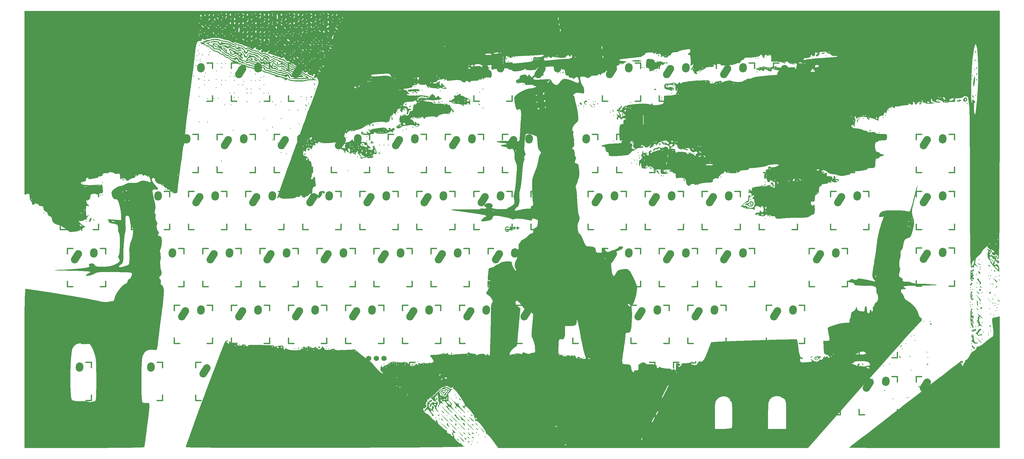
<source format=gbr>
%TF.GenerationSoftware,KiCad,Pcbnew,9.0.2*%
%TF.CreationDate,2025-11-03T13:59:49-05:00*%
%TF.ProjectId,750-THR-Earthtyper,3735302d-5448-4522-9d45-617274687479,rev?*%
%TF.SameCoordinates,Original*%
%TF.FileFunction,Legend,Top*%
%TF.FilePolarity,Positive*%
%FSLAX46Y46*%
G04 Gerber Fmt 4.6, Leading zero omitted, Abs format (unit mm)*
G04 Created by KiCad (PCBNEW 9.0.2) date 2025-11-03 13:59:49*
%MOMM*%
%LPD*%
G01*
G04 APERTURE LIST*
G04 Aperture macros list*
%AMHorizOval*
0 Thick line with rounded ends*
0 $1 width*
0 $2 $3 position (X,Y) of the first rounded end (center of the circle)*
0 $4 $5 position (X,Y) of the second rounded end (center of the circle)*
0 Add line between two ends*
20,1,$1,$2,$3,$4,$5,0*
0 Add two circle primitives to create the rounded ends*
1,1,$1,$2,$3*
1,1,$1,$4,$5*%
G04 Aperture macros list end*
%ADD10C,0.300000*%
%ADD11C,0.381000*%
%ADD12C,0.000000*%
%ADD13HorizOval,2.500000X-0.604462X-0.948815X0.604462X0.948815X0*%
%ADD14HorizOval,2.500000X-0.019724X-0.289328X0.019724X0.289328X0*%
%ADD15R,1.752600X1.752600*%
%ADD16C,1.752600*%
G04 APERTURE END LIST*
D10*
X144430122Y74930942D02*
X144287265Y75002371D01*
X144287265Y75002371D02*
X144072979Y75002371D01*
X144072979Y75002371D02*
X143858693Y74930942D01*
X143858693Y74930942D02*
X143715836Y74788085D01*
X143715836Y74788085D02*
X143644407Y74645228D01*
X143644407Y74645228D02*
X143572979Y74359514D01*
X143572979Y74359514D02*
X143572979Y74145228D01*
X143572979Y74145228D02*
X143644407Y73859514D01*
X143644407Y73859514D02*
X143715836Y73716657D01*
X143715836Y73716657D02*
X143858693Y73573800D01*
X143858693Y73573800D02*
X144072979Y73502371D01*
X144072979Y73502371D02*
X144215836Y73502371D01*
X144215836Y73502371D02*
X144430122Y73573800D01*
X144430122Y73573800D02*
X144501550Y73645228D01*
X144501550Y73645228D02*
X144501550Y74145228D01*
X144501550Y74145228D02*
X144215836Y74145228D01*
X145358693Y75002371D02*
X145358693Y74645228D01*
X145001550Y74788085D02*
X145358693Y74645228D01*
X145358693Y74645228D02*
X145715836Y74788085D01*
X145144407Y74359514D02*
X145358693Y74645228D01*
X145358693Y74645228D02*
X145572979Y74359514D01*
X146501550Y75002371D02*
X146501550Y74645228D01*
X146144407Y74788085D02*
X146501550Y74645228D01*
X146501550Y74645228D02*
X146858693Y74788085D01*
X146287264Y74359514D02*
X146501550Y74645228D01*
X146501550Y74645228D02*
X146715836Y74359514D01*
X147644407Y75002371D02*
X147644407Y74645228D01*
X147287264Y74788085D02*
X147644407Y74645228D01*
X147644407Y74645228D02*
X148001550Y74788085D01*
X147430121Y74359514D02*
X147644407Y74645228D01*
X147644407Y74645228D02*
X147858693Y74359514D01*
D11*
%TO.C,K40*%
X170948350Y86880700D02*
X172726350Y86880700D01*
X170948350Y85102700D02*
X170948350Y86880700D01*
X170948350Y74180700D02*
X170948350Y75958700D01*
X172726350Y74180700D02*
X170948350Y74180700D01*
X181870350Y86880700D02*
X183648350Y86880700D01*
X183648350Y86880700D02*
X183648350Y85102700D01*
X183648350Y75958700D02*
X183648350Y74180700D01*
X183648350Y74180700D02*
X181870350Y74180700D01*
%TO.C,K8*%
X133051550Y129514600D02*
X134829550Y129514600D01*
X133051550Y127736600D02*
X133051550Y129514600D01*
X133051550Y116814600D02*
X133051550Y118592600D01*
X134829550Y116814600D02*
X133051550Y116814600D01*
X143973550Y129514600D02*
X145751550Y129514600D01*
X145751550Y129514600D02*
X145751550Y127736600D01*
X145751550Y118592600D02*
X145751550Y116814600D01*
X145751550Y116814600D02*
X143973550Y116814600D01*
%TO.C,K58*%
X244373400Y67932300D02*
X246151400Y67932300D01*
X244373400Y66154300D02*
X244373400Y67932300D01*
X244373400Y55232300D02*
X244373400Y57010300D01*
X246151400Y55232300D02*
X244373400Y55232300D01*
X255295400Y67932300D02*
X257073400Y67932300D01*
X257073400Y67932300D02*
X257073400Y66154300D01*
X257073400Y57010300D02*
X257073400Y55232300D01*
X257073400Y55232300D02*
X255295400Y55232300D01*
%TO.C,K75*%
X111734600Y30035500D02*
X113512600Y30035500D01*
X111734600Y28257500D02*
X111734600Y30035500D01*
X111734600Y17335500D02*
X111734600Y19113500D01*
X113512600Y17335500D02*
X111734600Y17335500D01*
X122656600Y30035500D02*
X124434600Y30035500D01*
X124434600Y30035500D02*
X124434600Y28257500D01*
X124434600Y19113500D02*
X124434600Y17335500D01*
X124434600Y17335500D02*
X122656600Y17335500D01*
%TO.C,K76*%
X180422550Y30035500D02*
X182200550Y30035500D01*
X180422550Y28257500D02*
X180422550Y30035500D01*
X180422550Y17335500D02*
X180422550Y19113500D01*
X182200550Y17335500D02*
X180422550Y17335500D01*
X191344550Y30035500D02*
X193122550Y30035500D01*
X193122550Y30035500D02*
X193122550Y28257500D01*
X193122550Y19113500D02*
X193122550Y17335500D01*
X193122550Y17335500D02*
X191344550Y17335500D01*
%TO.C,K50*%
X80943450Y67932300D02*
X82721450Y67932300D01*
X80943450Y66154300D02*
X80943450Y67932300D01*
X80943450Y55232300D02*
X80943450Y57010300D01*
X82721450Y55232300D02*
X80943450Y55232300D01*
X91865450Y67932300D02*
X93643450Y67932300D01*
X93643450Y67932300D02*
X93643450Y66154300D01*
X93643450Y57010300D02*
X93643450Y55232300D01*
X93643450Y55232300D02*
X91865450Y55232300D01*
%TO.C,K48*%
X43046650Y67932300D02*
X44824650Y67932300D01*
X43046650Y66154300D02*
X43046650Y67932300D01*
X43046650Y55232300D02*
X43046650Y57010300D01*
X44824650Y55232300D02*
X43046650Y55232300D01*
X53968650Y67932300D02*
X55746650Y67932300D01*
X55746650Y67932300D02*
X55746650Y66154300D01*
X55746650Y57010300D02*
X55746650Y55232300D01*
X55746650Y55232300D02*
X53968650Y55232300D01*
%TO.C,K23*%
X123577350Y105829100D02*
X125355350Y105829100D01*
X123577350Y104051100D02*
X123577350Y105829100D01*
X123577350Y93129100D02*
X123577350Y94907100D01*
X125355350Y93129100D02*
X123577350Y93129100D01*
X134499350Y105829100D02*
X136277350Y105829100D01*
X136277350Y105829100D02*
X136277350Y104051100D01*
X136277350Y94907100D02*
X136277350Y93129100D01*
X136277350Y93129100D02*
X134499350Y93129100D01*
%TO.C,K69*%
X185159650Y48983900D02*
X186937650Y48983900D01*
X185159650Y47205900D02*
X185159650Y48983900D01*
X185159650Y36283900D02*
X185159650Y38061900D01*
X186937650Y36283900D02*
X185159650Y36283900D01*
X196081650Y48983900D02*
X197859650Y48983900D01*
X197859650Y48983900D02*
X197859650Y47205900D01*
X197859650Y38061900D02*
X197859650Y36283900D01*
X197859650Y36283900D02*
X196081650Y36283900D01*
%TO.C,K54*%
X156737050Y67932300D02*
X158515050Y67932300D01*
X156737050Y66154300D02*
X156737050Y67932300D01*
X156737050Y55232300D02*
X156737050Y57010300D01*
X158515050Y55232300D02*
X156737050Y55232300D01*
X167659050Y67932300D02*
X169437050Y67932300D01*
X169437050Y67932300D02*
X169437050Y66154300D01*
X169437050Y57010300D02*
X169437050Y55232300D01*
X169437050Y55232300D02*
X167659050Y55232300D01*
%TO.C,K51*%
X99891850Y67932300D02*
X101669850Y67932300D01*
X99891850Y66154300D02*
X99891850Y67932300D01*
X99891850Y55232300D02*
X99891850Y57010300D01*
X101669850Y55232300D02*
X99891850Y55232300D01*
X110813850Y67932300D02*
X112591850Y67932300D01*
X112591850Y67932300D02*
X112591850Y66154300D01*
X112591850Y57010300D02*
X112591850Y55232300D01*
X112591850Y55232300D02*
X110813850Y55232300D01*
%TO.C,K63*%
X71469250Y48983900D02*
X73247250Y48983900D01*
X71469250Y47205900D02*
X71469250Y48983900D01*
X71469250Y36283900D02*
X71469250Y38061900D01*
X73247250Y36283900D02*
X71469250Y36283900D01*
X82391250Y48983900D02*
X84169250Y48983900D01*
X84169250Y48983900D02*
X84169250Y47205900D01*
X84169250Y38061900D02*
X84169250Y36283900D01*
X84169250Y36283900D02*
X82391250Y36283900D01*
%TO.C,K14*%
X256216150Y129514600D02*
X257994150Y129514600D01*
X256216150Y127736600D02*
X256216150Y129514600D01*
X256216150Y116814600D02*
X256216150Y118592600D01*
X257994150Y116814600D02*
X256216150Y116814600D01*
X267138150Y129514600D02*
X268916150Y129514600D01*
X268916150Y129514600D02*
X268916150Y127736600D01*
X268916150Y118592600D02*
X268916150Y116814600D01*
X268916150Y116814600D02*
X267138150Y116814600D01*
%TO.C,K43*%
X227793550Y86880700D02*
X229571550Y86880700D01*
X227793550Y85102700D02*
X227793550Y86880700D01*
X227793550Y74180700D02*
X227793550Y75958700D01*
X229571550Y74180700D02*
X227793550Y74180700D01*
X238715550Y86880700D02*
X240493550Y86880700D01*
X240493550Y86880700D02*
X240493550Y85102700D01*
X240493550Y75958700D02*
X240493550Y74180700D01*
X240493550Y74180700D02*
X238715550Y74180700D01*
%TO.C,K44*%
X251479050Y86880700D02*
X253257050Y86880700D01*
X251479050Y85102700D02*
X251479050Y86880700D01*
X251479050Y74180700D02*
X251479050Y75958700D01*
X253257050Y74180700D02*
X251479050Y74180700D01*
X262401050Y86880700D02*
X264179050Y86880700D01*
X264179050Y86880700D02*
X264179050Y85102700D01*
X264179050Y75958700D02*
X264179050Y74180700D01*
X264179050Y74180700D02*
X262401050Y74180700D01*
%TO.C,K57*%
X213582250Y67932300D02*
X215360250Y67932300D01*
X213582250Y66154300D02*
X213582250Y67932300D01*
X213582250Y55232300D02*
X213582250Y57010300D01*
X215360250Y55232300D02*
X213582250Y55232300D01*
X224504250Y67932300D02*
X226282250Y67932300D01*
X226282250Y67932300D02*
X226282250Y66154300D01*
X226282250Y57010300D02*
X226282250Y55232300D01*
X226282250Y55232300D02*
X224504250Y55232300D01*
%TO.C,K24*%
X142525750Y105829100D02*
X144303750Y105829100D01*
X142525750Y104051100D02*
X142525750Y105829100D01*
X142525750Y93129100D02*
X142525750Y94907100D01*
X144303750Y93129100D02*
X142525750Y93129100D01*
X153447750Y105829100D02*
X155225750Y105829100D01*
X155225750Y105829100D02*
X155225750Y104051100D01*
X155225750Y94907100D02*
X155225750Y93129100D01*
X155225750Y93129100D02*
X153447750Y93129100D01*
%TO.C,K39*%
X151999950Y86880700D02*
X153777950Y86880700D01*
X151999950Y85102700D02*
X151999950Y86880700D01*
X151999950Y74180700D02*
X151999950Y75958700D01*
X153777950Y74180700D02*
X151999950Y74180700D01*
X162921950Y86880700D02*
X164699950Y86880700D01*
X164699950Y86880700D02*
X164699950Y85102700D01*
X164699950Y75958700D02*
X164699950Y74180700D01*
X164699950Y74180700D02*
X162921950Y74180700D01*
%TO.C,K65*%
X109366050Y48983900D02*
X111144050Y48983900D01*
X109366050Y47205900D02*
X109366050Y48983900D01*
X109366050Y36283900D02*
X109366050Y38061900D01*
X111144050Y36283900D02*
X109366050Y36283900D01*
X120288050Y48983900D02*
X122066050Y48983900D01*
X122066050Y48983900D02*
X122066050Y47205900D01*
X122066050Y38061900D02*
X122066050Y36283900D01*
X122066050Y36283900D02*
X120288050Y36283900D01*
%TO.C,K7*%
X114103150Y129514600D02*
X115881150Y129514600D01*
X114103150Y127736600D02*
X114103150Y129514600D01*
X114103150Y116814600D02*
X114103150Y118592600D01*
X115881150Y116814600D02*
X114103150Y116814600D01*
X125025150Y129514600D02*
X126803150Y129514600D01*
X126803150Y129514600D02*
X126803150Y127736600D01*
X126803150Y118592600D02*
X126803150Y116814600D01*
X126803150Y116814600D02*
X125025150Y116814600D01*
%TO.C,K20*%
X66732150Y105829100D02*
X68510150Y105829100D01*
X66732150Y104051100D02*
X66732150Y105829100D01*
X66732150Y93129100D02*
X66732150Y94907100D01*
X68510150Y93129100D02*
X66732150Y93129100D01*
X77654150Y105829100D02*
X79432150Y105829100D01*
X79432150Y105829100D02*
X79432150Y104051100D01*
X79432150Y94907100D02*
X79432150Y93129100D01*
X79432150Y93129100D02*
X77654150Y93129100D01*
%TO.C,K72*%
X-6692900Y30035500D02*
X-4914900Y30035500D01*
X-6692900Y28257500D02*
X-6692900Y30035500D01*
X-6692900Y17335500D02*
X-6692900Y19113500D01*
X-4914900Y17335500D02*
X-6692900Y17335500D01*
X4229100Y30035500D02*
X6007100Y30035500D01*
X6007100Y30035500D02*
X6007100Y28257500D01*
X6007100Y19113500D02*
X6007100Y17335500D01*
X6007100Y17335500D02*
X4229100Y17335500D01*
%TO.C,K68*%
X165868350Y48983900D02*
X167646350Y48983900D01*
X165868350Y47205900D02*
X165868350Y48983900D01*
X165868350Y36283900D02*
X165868350Y38061900D01*
X167646350Y36283900D02*
X165868350Y36283900D01*
X176790350Y48983900D02*
X178568350Y48983900D01*
X178568350Y48983900D02*
X178568350Y47205900D01*
X178568350Y38061900D02*
X178568350Y36283900D01*
X178568350Y36283900D02*
X176790350Y36283900D01*
%TO.C,K81*%
X260953250Y25298400D02*
X262731250Y25298400D01*
X260953250Y23520400D02*
X260953250Y25298400D01*
X260953250Y12598400D02*
X260953250Y14376400D01*
X262731250Y12598400D02*
X260953250Y12598400D01*
X271875250Y25298400D02*
X273653250Y25298400D01*
X273653250Y25298400D02*
X273653250Y23520400D01*
X273653250Y14376400D02*
X273653250Y12598400D01*
X273653250Y12598400D02*
X271875250Y12598400D01*
%TO.C,K74*%
X40678100Y30035500D02*
X42456100Y30035500D01*
X40678100Y28257500D02*
X40678100Y30035500D01*
X40678100Y17335500D02*
X40678100Y19113500D01*
X42456100Y17335500D02*
X40678100Y17335500D01*
X51600100Y30035500D02*
X53378100Y30035500D01*
X53378100Y30035500D02*
X53378100Y28257500D01*
X53378100Y19113500D02*
X53378100Y17335500D01*
X53378100Y17335500D02*
X51600100Y17335500D01*
%TO.C,K35*%
X76206350Y86880700D02*
X77984350Y86880700D01*
X76206350Y85102700D02*
X76206350Y86880700D01*
X76206350Y74180700D02*
X76206350Y75958700D01*
X77984350Y74180700D02*
X76206350Y74180700D01*
X87128350Y86880700D02*
X88906350Y86880700D01*
X88906350Y86880700D02*
X88906350Y85102700D01*
X88906350Y75958700D02*
X88906350Y74180700D01*
X88906350Y74180700D02*
X87128350Y74180700D01*
%TO.C,K66*%
X128314450Y48983900D02*
X130092450Y48983900D01*
X128314450Y47205900D02*
X128314450Y48983900D01*
X128314450Y36283900D02*
X128314450Y38061900D01*
X130092450Y36283900D02*
X128314450Y36283900D01*
X139236450Y48983900D02*
X141014450Y48983900D01*
X141014450Y48983900D02*
X141014450Y47205900D01*
X141014450Y38061900D02*
X141014450Y36283900D01*
X141014450Y36283900D02*
X139236450Y36283900D01*
%TO.C,K38*%
X133051550Y86880700D02*
X134829550Y86880700D01*
X133051550Y85102700D02*
X133051550Y86880700D01*
X133051550Y74180700D02*
X133051550Y75958700D01*
X134829550Y74180700D02*
X133051550Y74180700D01*
X143973550Y86880700D02*
X145751550Y86880700D01*
X145751550Y86880700D02*
X145751550Y85102700D01*
X145751550Y75958700D02*
X145751550Y74180700D01*
X145751550Y74180700D02*
X143973550Y74180700D01*
%TO.C,K3*%
X33572450Y129514600D02*
X35350450Y129514600D01*
X33572450Y127736600D02*
X33572450Y129514600D01*
X33572450Y116814600D02*
X33572450Y118592600D01*
X35350450Y116814600D02*
X33572450Y116814600D01*
X44494450Y129514600D02*
X46272450Y129514600D01*
X46272450Y129514600D02*
X46272450Y127736600D01*
X46272450Y118592600D02*
X46272450Y116814600D01*
X46272450Y116814600D02*
X44494450Y116814600D01*
%TO.C,K67*%
X147262850Y48983900D02*
X149040850Y48983900D01*
X147262850Y47205900D02*
X147262850Y48983900D01*
X147262850Y36283900D02*
X147262850Y38061900D01*
X149040850Y36283900D02*
X147262850Y36283900D01*
X158184850Y48983900D02*
X159962850Y48983900D01*
X159962850Y48983900D02*
X159962850Y47205900D01*
X159962850Y38061900D02*
X159962850Y36283900D01*
X159962850Y36283900D02*
X158184850Y36283900D01*
%TO.C,K79*%
X242004850Y25298400D02*
X243782850Y25298400D01*
X242004850Y23520400D02*
X242004850Y25298400D01*
X242004850Y12598400D02*
X242004850Y14376400D01*
X243782850Y12598400D02*
X242004850Y12598400D01*
X252926850Y25298400D02*
X254704850Y25298400D01*
X254704850Y25298400D02*
X254704850Y23520400D01*
X254704850Y14376400D02*
X254704850Y12598400D01*
X254704850Y12598400D02*
X252926850Y12598400D01*
%TO.C,K10*%
X175685450Y129514600D02*
X177463450Y129514600D01*
X175685450Y127736600D02*
X175685450Y129514600D01*
X175685450Y116814600D02*
X175685450Y118592600D01*
X177463450Y116814600D02*
X175685450Y116814600D01*
X186607450Y129514600D02*
X188385450Y129514600D01*
X188385450Y129514600D02*
X188385450Y127736600D01*
X188385450Y118592600D02*
X188385450Y116814600D01*
X188385450Y116814600D02*
X186607450Y116814600D01*
%TO.C,K64*%
X90417650Y48983900D02*
X92195650Y48983900D01*
X90417650Y47205900D02*
X90417650Y48983900D01*
X90417650Y36283900D02*
X90417650Y38061900D01*
X92195650Y36283900D02*
X90417650Y36283900D01*
X101339650Y48983900D02*
X103117650Y48983900D01*
X103117650Y48983900D02*
X103117650Y47205900D01*
X103117650Y38061900D02*
X103117650Y36283900D01*
X103117650Y36283900D02*
X101339650Y36283900D01*
%TO.C,K32*%
X19361150Y86880700D02*
X21139150Y86880700D01*
X19361150Y85102700D02*
X19361150Y86880700D01*
X19361150Y74180700D02*
X19361150Y75958700D01*
X21139150Y74180700D02*
X19361150Y74180700D01*
X30283150Y86880700D02*
X32061150Y86880700D01*
X32061150Y86880700D02*
X32061150Y85102700D01*
X32061150Y75958700D02*
X32061150Y74180700D01*
X32061150Y74180700D02*
X30283150Y74180700D01*
%TO.C,K61*%
X33572450Y48983900D02*
X35350450Y48983900D01*
X33572450Y47205900D02*
X33572450Y48983900D01*
X33572450Y36283900D02*
X33572450Y38061900D01*
X35350450Y36283900D02*
X33572450Y36283900D01*
X44494450Y48983900D02*
X46272450Y48983900D01*
X46272450Y48983900D02*
X46272450Y47205900D01*
X46272450Y38061900D02*
X46272450Y36283900D01*
X46272450Y36283900D02*
X44494450Y36283900D01*
%TO.C,K33*%
X38309550Y86880700D02*
X40087550Y86880700D01*
X38309550Y85102700D02*
X38309550Y86880700D01*
X38309550Y74180700D02*
X38309550Y75958700D01*
X40087550Y74180700D02*
X38309550Y74180700D01*
X49231550Y86880700D02*
X51009550Y86880700D01*
X51009550Y86880700D02*
X51009550Y85102700D01*
X51009550Y75958700D02*
X51009550Y74180700D01*
X51009550Y74180700D02*
X49231550Y74180700D01*
%TO.C,K52*%
X118840250Y67932300D02*
X120618250Y67932300D01*
X118840250Y66154300D02*
X118840250Y67932300D01*
X118840250Y55232300D02*
X118840250Y57010300D01*
X120618250Y55232300D02*
X118840250Y55232300D01*
X129762250Y67932300D02*
X131540250Y67932300D01*
X131540250Y67932300D02*
X131540250Y66154300D01*
X131540250Y57010300D02*
X131540250Y55232300D01*
X131540250Y55232300D02*
X129762250Y55232300D01*
D12*
%TO.C,G\u002A\u002A\u002A*%
G36*
X-9470673Y79648756D02*
G01*
X-9647062Y79472367D01*
X-9823450Y79648756D01*
X-9647062Y79825145D01*
X-9470673Y79648756D01*
G37*
G36*
X3229327Y89526534D02*
G01*
X3052938Y89350145D01*
X2876550Y89526534D01*
X3052938Y89702923D01*
X3229327Y89526534D01*
G37*
G36*
X4640438Y76826534D02*
G01*
X4464050Y76650145D01*
X4287661Y76826534D01*
X4464050Y77002922D01*
X4640438Y76826534D01*
G37*
G36*
X9226550Y85645978D02*
G01*
X9050161Y85469589D01*
X8873772Y85645978D01*
X9050161Y85822367D01*
X9226550Y85645978D01*
G37*
G36*
X9932105Y89879311D02*
G01*
X9755716Y89702923D01*
X9579327Y89879311D01*
X9755716Y90055700D01*
X9932105Y89879311D01*
G37*
G36*
X9932105Y85645978D02*
G01*
X9755716Y85469589D01*
X9579327Y85645978D01*
X9755716Y85822367D01*
X9932105Y85645978D01*
G37*
G36*
X30745994Y87409867D02*
G01*
X30569605Y87233478D01*
X30393216Y87409867D01*
X30569605Y87586256D01*
X30745994Y87409867D01*
G37*
G36*
X38859883Y113868200D02*
G01*
X38683494Y113691811D01*
X38507105Y113868200D01*
X38683494Y114044589D01*
X38859883Y113868200D01*
G37*
G36*
X40270994Y125157089D02*
G01*
X40094605Y124980700D01*
X39918216Y125157089D01*
X40094605Y125333478D01*
X40270994Y125157089D01*
G37*
G36*
X40976549Y128684867D02*
G01*
X40800161Y128508478D01*
X40623772Y128684867D01*
X40800161Y128861256D01*
X40976549Y128684867D01*
G37*
G36*
X41329327Y131859867D02*
G01*
X41152938Y131683478D01*
X40976549Y131859867D01*
X41152938Y132036256D01*
X41329327Y131859867D01*
G37*
G36*
X41329327Y130448756D02*
G01*
X41152938Y130272367D01*
X40976549Y130448756D01*
X41152938Y130625145D01*
X41329327Y130448756D01*
G37*
G36*
X41682105Y133623756D02*
G01*
X41505716Y133447367D01*
X41329327Y133623756D01*
X41505716Y133800145D01*
X41682105Y133623756D01*
G37*
G36*
X42034883Y135387645D02*
G01*
X41858494Y135211256D01*
X41682105Y135387645D01*
X41858494Y135564034D01*
X42034883Y135387645D01*
G37*
G36*
X42034883Y132565423D02*
G01*
X41858494Y132389034D01*
X41682105Y132565423D01*
X41858494Y132741811D01*
X42034883Y132565423D01*
G37*
G36*
X42034883Y126920978D02*
G01*
X41858494Y126744589D01*
X41682105Y126920978D01*
X41858494Y127097367D01*
X42034883Y126920978D01*
G37*
G36*
X42034883Y121276534D02*
G01*
X41858494Y121100145D01*
X41682105Y121276534D01*
X41858494Y121452922D01*
X42034883Y121276534D01*
G37*
G36*
X42034883Y118454311D02*
G01*
X41858494Y118277923D01*
X41682105Y118454311D01*
X41858494Y118630700D01*
X42034883Y118454311D01*
G37*
G36*
X42034883Y109987645D02*
G01*
X41858494Y109811256D01*
X41682105Y109987645D01*
X41858494Y110164034D01*
X42034883Y109987645D01*
G37*
G36*
X42387661Y130801534D02*
G01*
X42211272Y130625145D01*
X42034883Y130801534D01*
X42211272Y130977923D01*
X42387661Y130801534D01*
G37*
G36*
X42387661Y130095978D02*
G01*
X42211272Y129919589D01*
X42034883Y130095978D01*
X42211272Y130272367D01*
X42387661Y130095978D01*
G37*
G36*
X42387661Y129390422D02*
G01*
X42211272Y129214034D01*
X42034883Y129390422D01*
X42211272Y129566811D01*
X42387661Y129390422D01*
G37*
G36*
X43093216Y132212645D02*
G01*
X42916827Y132036256D01*
X42740438Y132212645D01*
X42916827Y132389034D01*
X43093216Y132212645D01*
G37*
G36*
X43798772Y125157089D02*
G01*
X43622383Y124980700D01*
X43445994Y125157089D01*
X43622383Y125333478D01*
X43798772Y125157089D01*
G37*
G36*
X43798772Y123745978D02*
G01*
X43622383Y123569589D01*
X43445994Y123745978D01*
X43622383Y123922367D01*
X43798772Y123745978D01*
G37*
G36*
X43798772Y122334867D02*
G01*
X43622383Y122158478D01*
X43445994Y122334867D01*
X43622383Y122511256D01*
X43798772Y122334867D01*
G37*
G36*
X44151549Y126215422D02*
G01*
X43975161Y126039034D01*
X43798772Y126215422D01*
X43975161Y126391811D01*
X44151549Y126215422D01*
G37*
G36*
X44504327Y116690423D02*
G01*
X44327938Y116514034D01*
X44151549Y116690423D01*
X44327938Y116866811D01*
X44504327Y116690423D01*
G37*
G36*
X44857105Y117748756D02*
G01*
X44680716Y117572367D01*
X44504327Y117748756D01*
X44680716Y117925145D01*
X44857105Y117748756D01*
G37*
G36*
X44857105Y109987645D02*
G01*
X44680716Y109811256D01*
X44504327Y109987645D01*
X44680716Y110164034D01*
X44857105Y109987645D01*
G37*
G36*
X45209883Y132212645D02*
G01*
X45033494Y132036256D01*
X44857105Y132212645D01*
X45033494Y132389034D01*
X45209883Y132212645D01*
G37*
G36*
X45209883Y129390422D02*
G01*
X45033494Y129214034D01*
X44857105Y129390422D01*
X45033494Y129566811D01*
X45209883Y129390422D01*
G37*
G36*
X45209883Y123745978D02*
G01*
X45033494Y123569589D01*
X44857105Y123745978D01*
X45033494Y123922367D01*
X45209883Y123745978D01*
G37*
G36*
X45562661Y133270978D02*
G01*
X45386272Y133094589D01*
X45209883Y133270978D01*
X45386272Y133447367D01*
X45562661Y133270978D01*
G37*
G36*
X45915438Y135740422D02*
G01*
X45739049Y135564034D01*
X45562661Y135740422D01*
X45739049Y135916811D01*
X45915438Y135740422D01*
G37*
G36*
X46973772Y117748756D02*
G01*
X46797383Y117572367D01*
X46620994Y117748756D01*
X46797383Y117925145D01*
X46973772Y117748756D01*
G37*
G36*
X47679327Y135387645D02*
G01*
X47502938Y135211256D01*
X47326549Y135387645D01*
X47502938Y135564034D01*
X47679327Y135387645D01*
G37*
G36*
X47679327Y126920978D02*
G01*
X47502938Y126744589D01*
X47326549Y126920978D01*
X47502938Y127097367D01*
X47679327Y126920978D01*
G37*
G36*
X47679327Y124098756D02*
G01*
X47502938Y123922367D01*
X47326549Y124098756D01*
X47502938Y124275145D01*
X47679327Y124098756D01*
G37*
G36*
X47679327Y121276534D02*
G01*
X47502938Y121100145D01*
X47326549Y121276534D01*
X47502938Y121452922D01*
X47679327Y121276534D01*
G37*
G36*
X47679327Y95170978D02*
G01*
X47502938Y94994589D01*
X47326549Y95170978D01*
X47502938Y95347367D01*
X47679327Y95170978D01*
G37*
G36*
X48032105Y129390422D02*
G01*
X47855716Y129214034D01*
X47679327Y129390422D01*
X47855716Y129566811D01*
X48032105Y129390422D01*
G37*
G36*
X48384883Y117748756D02*
G01*
X48208494Y117572367D01*
X48032105Y117748756D01*
X48208494Y117925145D01*
X48384883Y117748756D01*
G37*
G36*
X49443216Y129390422D02*
G01*
X49266827Y129214034D01*
X49090438Y129390422D01*
X49266827Y129566811D01*
X49443216Y129390422D01*
G37*
G36*
X49443216Y127979311D02*
G01*
X49266827Y127802922D01*
X49090438Y127979311D01*
X49266827Y128155700D01*
X49443216Y127979311D01*
G37*
G36*
X49443216Y123745978D02*
G01*
X49266827Y123569589D01*
X49090438Y123745978D01*
X49266827Y123922367D01*
X49443216Y123745978D01*
G37*
G36*
X49443216Y122334867D02*
G01*
X49266827Y122158478D01*
X49090438Y122334867D01*
X49266827Y122511256D01*
X49443216Y122334867D01*
G37*
G36*
X49443216Y96934867D02*
G01*
X49266827Y96758478D01*
X49090438Y96934867D01*
X49266827Y97111256D01*
X49443216Y96934867D01*
G37*
G36*
X50501549Y115632089D02*
G01*
X50325161Y115455700D01*
X50148772Y115632089D01*
X50325161Y115808478D01*
X50501549Y115632089D01*
G37*
G36*
X50854327Y129390422D02*
G01*
X50677938Y129214034D01*
X50501549Y129390422D01*
X50677938Y129566811D01*
X50854327Y129390422D01*
G37*
G36*
X50854327Y123745978D02*
G01*
X50677938Y123569589D01*
X50501549Y123745978D01*
X50677938Y123922367D01*
X50854327Y123745978D01*
G37*
G36*
X52265438Y125157089D02*
G01*
X52089050Y124980700D01*
X51912661Y125157089D01*
X52089050Y125333478D01*
X52265438Y125157089D01*
G37*
G36*
X52265438Y119512645D02*
G01*
X52089050Y119336256D01*
X51912661Y119512645D01*
X52089050Y119689034D01*
X52265438Y119512645D01*
G37*
G36*
X52618216Y126215422D02*
G01*
X52441827Y126039034D01*
X52265438Y126215422D01*
X52441827Y126391811D01*
X52618216Y126215422D01*
G37*
G36*
X52618216Y115632089D02*
G01*
X52441827Y115455700D01*
X52265438Y115632089D01*
X52441827Y115808478D01*
X52618216Y115632089D01*
G37*
G36*
X52970994Y132918200D02*
G01*
X52794605Y132741811D01*
X52618216Y132918200D01*
X52794605Y133094589D01*
X52970994Y132918200D01*
G37*
G36*
X53323772Y107165422D02*
G01*
X53147383Y106989034D01*
X52970994Y107165422D01*
X53147383Y107341811D01*
X53323772Y107165422D01*
G37*
G36*
X53676550Y132918200D02*
G01*
X53500161Y132741811D01*
X53323772Y132918200D01*
X53500161Y133094589D01*
X53676550Y132918200D01*
G37*
G36*
X53676550Y125157089D02*
G01*
X53500161Y124980700D01*
X53323772Y125157089D01*
X53500161Y125333478D01*
X53676550Y125157089D01*
G37*
G36*
X53676550Y123745978D02*
G01*
X53500161Y123569589D01*
X53323772Y123745978D01*
X53500161Y123922367D01*
X53676550Y123745978D01*
G37*
G36*
X53676550Y119512645D02*
G01*
X53500161Y119336256D01*
X53323772Y119512645D01*
X53500161Y119689034D01*
X53676550Y119512645D01*
G37*
G36*
X53676550Y118101534D02*
G01*
X53500161Y117925145D01*
X53323772Y118101534D01*
X53500161Y118277923D01*
X53676550Y118101534D01*
G37*
G36*
X54029327Y126215422D02*
G01*
X53852938Y126039034D01*
X53676550Y126215422D01*
X53852938Y126391811D01*
X54029327Y126215422D01*
G37*
G36*
X54734883Y36609867D02*
G01*
X54558494Y36433478D01*
X54382105Y36609867D01*
X54558494Y36786256D01*
X54734883Y36609867D01*
G37*
G36*
X55087661Y127979311D02*
G01*
X54911272Y127802922D01*
X54734883Y127979311D01*
X54911272Y128155700D01*
X55087661Y127979311D01*
G37*
G36*
X55087661Y122334867D02*
G01*
X54911272Y122158478D01*
X54734883Y122334867D01*
X54911272Y122511256D01*
X55087661Y122334867D01*
G37*
G36*
X55087661Y118101534D02*
G01*
X54911272Y117925145D01*
X54734883Y118101534D01*
X54911272Y118277923D01*
X55087661Y118101534D01*
G37*
G36*
X55440438Y132565423D02*
G01*
X55264050Y132389034D01*
X55087661Y132565423D01*
X55264050Y132741811D01*
X55440438Y132565423D01*
G37*
G36*
X55440438Y35904311D02*
G01*
X55264050Y35727923D01*
X55087661Y35904311D01*
X55264050Y36080700D01*
X55440438Y35904311D01*
G37*
G36*
X56145994Y104343200D02*
G01*
X55969605Y104166811D01*
X55793216Y104343200D01*
X55969605Y104519589D01*
X56145994Y104343200D01*
G37*
G36*
X56498772Y122334867D02*
G01*
X56322383Y122158478D01*
X56145994Y122334867D01*
X56322383Y122511256D01*
X56498772Y122334867D01*
G37*
G36*
X56851550Y127626534D02*
G01*
X56675161Y127450145D01*
X56498772Y127626534D01*
X56675161Y127802922D01*
X56851550Y127626534D01*
G37*
G36*
X56851550Y123393200D02*
G01*
X56675161Y123216811D01*
X56498772Y123393200D01*
X56675161Y123569589D01*
X56851550Y123393200D01*
G37*
G36*
X57909883Y120923756D02*
G01*
X57733494Y120747367D01*
X57557105Y120923756D01*
X57733494Y121100145D01*
X57909883Y120923756D01*
G37*
G36*
X57909883Y119512645D02*
G01*
X57733494Y119336256D01*
X57557105Y119512645D01*
X57733494Y119689034D01*
X57909883Y119512645D01*
G37*
G36*
X57909883Y116690423D02*
G01*
X57733494Y116514034D01*
X57557105Y116690423D01*
X57733494Y116866811D01*
X57909883Y116690423D01*
G37*
G36*
X58968216Y126920978D02*
G01*
X58791827Y126744589D01*
X58615438Y126920978D01*
X58791827Y127097367D01*
X58968216Y126920978D01*
G37*
G36*
X59320994Y123745978D02*
G01*
X59144605Y123569589D01*
X58968216Y123745978D01*
X59144605Y123922367D01*
X59320994Y123745978D01*
G37*
G36*
X59320994Y120923756D02*
G01*
X59144605Y120747367D01*
X58968216Y120923756D01*
X59144605Y121100145D01*
X59320994Y120923756D01*
G37*
G36*
X59320994Y119512645D02*
G01*
X59144605Y119336256D01*
X58968216Y119512645D01*
X59144605Y119689034D01*
X59320994Y119512645D01*
G37*
G36*
X60732105Y125862645D02*
G01*
X60555716Y125686256D01*
X60379327Y125862645D01*
X60555716Y126039034D01*
X60732105Y125862645D01*
G37*
G36*
X60732105Y123745978D02*
G01*
X60555716Y123569589D01*
X60379327Y123745978D01*
X60555716Y123922367D01*
X60732105Y123745978D01*
G37*
G36*
X62143216Y123745978D02*
G01*
X61966827Y123569589D01*
X61790438Y123745978D01*
X61966827Y123922367D01*
X62143216Y123745978D01*
G37*
G36*
X62143216Y120923756D02*
G01*
X61966827Y120747367D01*
X61790438Y120923756D01*
X61966827Y121100145D01*
X62143216Y120923756D01*
G37*
G36*
X62143216Y116690423D02*
G01*
X61966827Y116514034D01*
X61790438Y116690423D01*
X61966827Y116866811D01*
X62143216Y116690423D01*
G37*
G36*
X62495994Y124804311D02*
G01*
X62319605Y124627922D01*
X62143216Y124804311D01*
X62319605Y124980700D01*
X62495994Y124804311D01*
G37*
G36*
X63554327Y125157089D02*
G01*
X63377938Y124980700D01*
X63201550Y125157089D01*
X63377938Y125333478D01*
X63554327Y125157089D01*
G37*
G36*
X63554327Y122334867D02*
G01*
X63377938Y122158478D01*
X63201550Y122334867D01*
X63377938Y122511256D01*
X63554327Y122334867D01*
G37*
G36*
X63554327Y119512645D02*
G01*
X63377938Y119336256D01*
X63201550Y119512645D01*
X63377938Y119689034D01*
X63554327Y119512645D01*
G37*
G36*
X63554327Y111045978D02*
G01*
X63377938Y110869589D01*
X63201550Y111045978D01*
X63377938Y111222367D01*
X63554327Y111045978D01*
G37*
G36*
X63554327Y36257089D02*
G01*
X63377938Y36080700D01*
X63201550Y36257089D01*
X63377938Y36433478D01*
X63554327Y36257089D01*
G37*
G36*
X64612661Y107165422D02*
G01*
X64436272Y106989034D01*
X64259883Y107165422D01*
X64436272Y107341811D01*
X64612661Y107165422D01*
G37*
G36*
X64965438Y119512645D02*
G01*
X64789050Y119336256D01*
X64612661Y119512645D01*
X64789050Y119689034D01*
X64965438Y119512645D01*
G37*
G36*
X64965438Y116690423D02*
G01*
X64789050Y116514034D01*
X64612661Y116690423D01*
X64789050Y116866811D01*
X64965438Y116690423D01*
G37*
G36*
X66376550Y116690423D02*
G01*
X66200161Y116514034D01*
X66023772Y116690423D01*
X66200161Y116866811D01*
X66376550Y116690423D01*
G37*
G36*
X66376550Y108223756D02*
G01*
X66200161Y108047367D01*
X66023772Y108223756D01*
X66200161Y108400145D01*
X66376550Y108223756D01*
G37*
G36*
X66376550Y103990422D02*
G01*
X66200161Y103814034D01*
X66023772Y103990422D01*
X66200161Y104166811D01*
X66376550Y103990422D01*
G37*
G36*
X67434883Y115632089D02*
G01*
X67258494Y115455700D01*
X67082105Y115632089D01*
X67258494Y115808478D01*
X67434883Y115632089D01*
G37*
G36*
X68140438Y102932089D02*
G01*
X67964050Y102755700D01*
X67787661Y102932089D01*
X67964050Y103108478D01*
X68140438Y102932089D01*
G37*
G36*
X68845994Y105754311D02*
G01*
X68669605Y105577922D01*
X68493216Y105754311D01*
X68669605Y105930700D01*
X68845994Y105754311D01*
G37*
G36*
X69198772Y116690423D02*
G01*
X69022383Y116514034D01*
X68845994Y116690423D01*
X69022383Y116866811D01*
X69198772Y116690423D01*
G37*
G36*
X69198772Y111045978D02*
G01*
X69022383Y110869589D01*
X68845994Y111045978D01*
X69022383Y111222367D01*
X69198772Y111045978D01*
G37*
G36*
X69198772Y101168200D02*
G01*
X69022383Y100991811D01*
X68845994Y101168200D01*
X69022383Y101344589D01*
X69198772Y101168200D01*
G37*
G36*
X69198772Y99757089D02*
G01*
X69022383Y99580700D01*
X68845994Y99757089D01*
X69022383Y99933478D01*
X69198772Y99757089D01*
G37*
G36*
X70962661Y99404311D02*
G01*
X70786272Y99227922D01*
X70609883Y99404311D01*
X70786272Y99580700D01*
X70962661Y99404311D01*
G37*
G36*
X72020994Y113868200D02*
G01*
X71844605Y113691811D01*
X71668216Y113868200D01*
X71844605Y114044589D01*
X72020994Y113868200D01*
G37*
G36*
X72373772Y107870978D02*
G01*
X72197383Y107694589D01*
X72020994Y107870978D01*
X72197383Y108047367D01*
X72373772Y107870978D01*
G37*
G36*
X73784883Y34493200D02*
G01*
X73608494Y34316811D01*
X73432105Y34493200D01*
X73608494Y34669589D01*
X73784883Y34493200D01*
G37*
G36*
X74843216Y113868200D02*
G01*
X74666827Y113691811D01*
X74490438Y113868200D01*
X74666827Y114044589D01*
X74843216Y113868200D01*
G37*
G36*
X75195994Y125509867D02*
G01*
X75019605Y125333478D01*
X74843216Y125509867D01*
X75019605Y125686256D01*
X75195994Y125509867D01*
G37*
G36*
X75195994Y109282089D02*
G01*
X75019605Y109105700D01*
X74843216Y109282089D01*
X75019605Y109458478D01*
X75195994Y109282089D01*
G37*
G36*
X75901550Y118454311D02*
G01*
X75725161Y118277923D01*
X75548772Y118454311D01*
X75725161Y118630700D01*
X75901550Y118454311D01*
G37*
G36*
X77312661Y114220978D02*
G01*
X77136272Y114044589D01*
X76959883Y114220978D01*
X77136272Y114397367D01*
X77312661Y114220978D01*
G37*
G36*
X77665438Y118101534D02*
G01*
X77489050Y117925145D01*
X77312661Y118101534D01*
X77489050Y118277923D01*
X77665438Y118101534D01*
G37*
G36*
X77665438Y117395978D02*
G01*
X77489050Y117219589D01*
X77312661Y117395978D01*
X77489050Y117572367D01*
X77665438Y117395978D01*
G37*
G36*
X78370994Y115984867D02*
G01*
X78194605Y115808478D01*
X78018216Y115984867D01*
X78194605Y116161256D01*
X78370994Y115984867D01*
G37*
G36*
X79076550Y124451534D02*
G01*
X78900161Y124275145D01*
X78723772Y124451534D01*
X78900161Y124627922D01*
X79076550Y124451534D01*
G37*
G36*
X80487661Y120923756D02*
G01*
X80311272Y120747367D01*
X80134883Y120923756D01*
X80311272Y121100145D01*
X80487661Y120923756D01*
G37*
G36*
X82251550Y102932089D02*
G01*
X82075161Y102755700D01*
X81898772Y102932089D01*
X82075161Y103108478D01*
X82251550Y102932089D01*
G37*
G36*
X84368216Y35198756D02*
G01*
X84191827Y35022367D01*
X84015438Y35198756D01*
X84191827Y35375145D01*
X84368216Y35198756D01*
G37*
G36*
X84368216Y34493200D02*
G01*
X84191827Y34316811D01*
X84015438Y34493200D01*
X84191827Y34669589D01*
X84368216Y34493200D01*
G37*
G36*
X85073772Y34493200D02*
G01*
X84897383Y34316811D01*
X84720994Y34493200D01*
X84897383Y34669589D01*
X85073772Y34493200D01*
G37*
G36*
X88248772Y100462645D02*
G01*
X88072383Y100286256D01*
X87895994Y100462645D01*
X88072383Y100639034D01*
X88248772Y100462645D01*
G37*
G36*
X90012661Y102226534D02*
G01*
X89836272Y102050145D01*
X89659883Y102226534D01*
X89836272Y102402922D01*
X90012661Y102226534D01*
G37*
G36*
X90012661Y101520978D02*
G01*
X89836272Y101344589D01*
X89659883Y101520978D01*
X89836272Y101697367D01*
X90012661Y101520978D01*
G37*
G36*
X91070994Y104695978D02*
G01*
X90894605Y104519589D01*
X90718216Y104695978D01*
X90894605Y104872367D01*
X91070994Y104695978D01*
G37*
G36*
X91423772Y93759867D02*
G01*
X91247383Y93583478D01*
X91070994Y93759867D01*
X91247383Y93936256D01*
X91423772Y93759867D01*
G37*
G36*
X92482105Y106812645D02*
G01*
X92305716Y106636256D01*
X92129327Y106812645D01*
X92305716Y106989034D01*
X92482105Y106812645D01*
G37*
G36*
X93893216Y103990422D02*
G01*
X93716827Y103814034D01*
X93540438Y103990422D01*
X93716827Y104166811D01*
X93893216Y103990422D01*
G37*
G36*
X94598772Y98345978D02*
G01*
X94422383Y98169589D01*
X94245994Y98345978D01*
X94422383Y98522367D01*
X94598772Y98345978D01*
G37*
G36*
X97773772Y108576534D02*
G01*
X97597383Y108400145D01*
X97420994Y108576534D01*
X97597383Y108752922D01*
X97773772Y108576534D01*
G37*
G36*
X97773772Y105048756D02*
G01*
X97597383Y104872367D01*
X97420994Y105048756D01*
X97597383Y105225145D01*
X97773772Y105048756D01*
G37*
G36*
X97773772Y103637645D02*
G01*
X97597383Y103461256D01*
X97420994Y103637645D01*
X97597383Y103814034D01*
X97773772Y103637645D01*
G37*
G36*
X99184883Y100815422D02*
G01*
X99008494Y100639034D01*
X98832105Y100815422D01*
X99008494Y100991811D01*
X99184883Y100815422D01*
G37*
G36*
X99184883Y30259867D02*
G01*
X99008494Y30083478D01*
X98832105Y30259867D01*
X99008494Y30436256D01*
X99184883Y30259867D01*
G37*
G36*
X101301549Y109282089D02*
G01*
X101125161Y109105700D01*
X100948772Y109282089D01*
X101125161Y109458478D01*
X101301549Y109282089D01*
G37*
G36*
X102007105Y102226534D02*
G01*
X101830716Y102050145D01*
X101654327Y102226534D01*
X101830716Y102402922D01*
X102007105Y102226534D01*
G37*
G36*
X102712661Y26732089D02*
G01*
X102536272Y26555700D01*
X102359883Y26732089D01*
X102536272Y26908478D01*
X102712661Y26732089D01*
G37*
G36*
X103418216Y102226534D02*
G01*
X103241827Y102050145D01*
X103065438Y102226534D01*
X103241827Y102402922D01*
X103418216Y102226534D01*
G37*
G36*
X103418216Y29554311D02*
G01*
X103241827Y29377923D01*
X103065438Y29554311D01*
X103241827Y29730700D01*
X103418216Y29554311D01*
G37*
G36*
X104829327Y102226534D02*
G01*
X104652938Y102050145D01*
X104476549Y102226534D01*
X104652938Y102402922D01*
X104829327Y102226534D01*
G37*
G36*
X108004327Y113162645D02*
G01*
X107827938Y112986256D01*
X107651549Y113162645D01*
X107827938Y113339034D01*
X108004327Y113162645D01*
G37*
G36*
X109768216Y107165422D02*
G01*
X109591827Y106989034D01*
X109415438Y107165422D01*
X109591827Y107341811D01*
X109768216Y107165422D01*
G37*
G36*
X110826549Y107518200D02*
G01*
X110650161Y107341811D01*
X110473772Y107518200D01*
X110650161Y107694589D01*
X110826549Y107518200D01*
G37*
G36*
X112943216Y111045978D02*
G01*
X112766827Y110869589D01*
X112590438Y111045978D01*
X112766827Y111222367D01*
X112943216Y111045978D01*
G37*
G36*
X112943216Y108223756D02*
G01*
X112766827Y108047367D01*
X112590438Y108223756D01*
X112766827Y108400145D01*
X112943216Y108223756D01*
G37*
G36*
X113648772Y121629311D02*
G01*
X113472383Y121452922D01*
X113295994Y121629311D01*
X113472383Y121805700D01*
X113648772Y121629311D01*
G37*
G36*
X113648772Y111045978D02*
G01*
X113472383Y110869589D01*
X113295994Y111045978D01*
X113472383Y111222367D01*
X113648772Y111045978D01*
G37*
G36*
X114354327Y111045978D02*
G01*
X114177938Y110869589D01*
X114001549Y111045978D01*
X114177938Y111222367D01*
X114354327Y111045978D01*
G37*
G36*
X114707105Y30259867D02*
G01*
X114530716Y30083478D01*
X114354327Y30259867D01*
X114530716Y30436256D01*
X114707105Y30259867D01*
G37*
G36*
X116118216Y120570978D02*
G01*
X115941827Y120394589D01*
X115765438Y120570978D01*
X115941827Y120747367D01*
X116118216Y120570978D01*
G37*
G36*
X117529327Y117043200D02*
G01*
X117352938Y116866811D01*
X117176549Y117043200D01*
X117352938Y117219589D01*
X117529327Y117043200D01*
G37*
G36*
X120704327Y11562645D02*
G01*
X120527938Y11386256D01*
X120351550Y11562645D01*
X120527938Y11739034D01*
X120704327Y11562645D01*
G37*
G36*
X121762661Y11209867D02*
G01*
X121586272Y11033478D01*
X121409883Y11209867D01*
X121586272Y11386256D01*
X121762661Y11209867D01*
G37*
G36*
X122115438Y120218200D02*
G01*
X121939050Y120041811D01*
X121762661Y120218200D01*
X121939050Y120394589D01*
X122115438Y120218200D01*
G37*
G36*
X122820994Y116690423D02*
G01*
X122644605Y116514034D01*
X122468216Y116690423D01*
X122644605Y116866811D01*
X122820994Y116690423D01*
G37*
G36*
X122820994Y17207089D02*
G01*
X122644605Y17030700D01*
X122468216Y17207089D01*
X122644605Y17383478D01*
X122820994Y17207089D01*
G37*
G36*
X123526550Y115984867D02*
G01*
X123350161Y115808478D01*
X123173772Y115984867D01*
X123350161Y116161256D01*
X123526550Y115984867D01*
G37*
G36*
X124232105Y12268200D02*
G01*
X124055716Y12091811D01*
X123879327Y12268200D01*
X124055716Y12444589D01*
X124232105Y12268200D01*
G37*
G36*
X126348772Y116690423D02*
G01*
X126172383Y116514034D01*
X125995994Y116690423D01*
X126172383Y116866811D01*
X126348772Y116690423D01*
G37*
G36*
X127054327Y19323756D02*
G01*
X126877938Y19147367D01*
X126701550Y19323756D01*
X126877938Y19500145D01*
X127054327Y19323756D01*
G37*
G36*
X127407105Y18265423D02*
G01*
X127230716Y18089034D01*
X127054327Y18265423D01*
X127230716Y18441811D01*
X127407105Y18265423D01*
G37*
G36*
X127759883Y119512645D02*
G01*
X127583494Y119336256D01*
X127407105Y119512645D01*
X127583494Y119689034D01*
X127759883Y119512645D01*
G37*
G36*
X128112661Y14032089D02*
G01*
X127936272Y13855700D01*
X127759883Y14032089D01*
X127936272Y14208478D01*
X128112661Y14032089D01*
G37*
G36*
X128112661Y8387645D02*
G01*
X127936272Y8211256D01*
X127759883Y8387645D01*
X127936272Y8564034D01*
X128112661Y8387645D01*
G37*
G36*
X128818216Y13326534D02*
G01*
X128641827Y13150145D01*
X128465438Y13326534D01*
X128641827Y13502923D01*
X128818216Y13326534D01*
G37*
G36*
X131287661Y13679311D02*
G01*
X131111272Y13502923D01*
X130934883Y13679311D01*
X131111272Y13855700D01*
X131287661Y13679311D01*
G37*
G36*
X132345994Y2743200D02*
G01*
X132169605Y2566811D01*
X131993216Y2743200D01*
X132169605Y2919589D01*
X132345994Y2743200D01*
G37*
G36*
X132698772Y116690423D02*
G01*
X132522383Y116514034D01*
X132345994Y116690423D01*
X132522383Y116866811D01*
X132698772Y116690423D01*
G37*
G36*
X132698772Y3801534D02*
G01*
X132522383Y3625145D01*
X132345994Y3801534D01*
X132522383Y3977922D01*
X132698772Y3801534D01*
G37*
G36*
X134109883Y6623756D02*
G01*
X133933494Y6447367D01*
X133757105Y6623756D01*
X133933494Y6800145D01*
X134109883Y6623756D01*
G37*
G36*
X134462661Y3448756D02*
G01*
X134286272Y3272367D01*
X134109883Y3448756D01*
X134286272Y3625145D01*
X134462661Y3448756D01*
G37*
G36*
X134815438Y5918200D02*
G01*
X134639050Y5741811D01*
X134462661Y5918200D01*
X134639050Y6094589D01*
X134815438Y5918200D01*
G37*
G36*
X135168216Y119865423D02*
G01*
X134991827Y119689034D01*
X134815438Y119865423D01*
X134991827Y120041811D01*
X135168216Y119865423D01*
G37*
G36*
X136226550Y120923756D02*
G01*
X136050161Y120747367D01*
X135873772Y120923756D01*
X136050161Y121100145D01*
X136226550Y120923756D01*
G37*
G36*
X136226550Y114573756D02*
G01*
X136050161Y114397367D01*
X135873772Y114573756D01*
X136050161Y114750145D01*
X136226550Y114573756D01*
G37*
G36*
X136932105Y5212645D02*
G01*
X136755716Y5036256D01*
X136579327Y5212645D01*
X136755716Y5389034D01*
X136932105Y5212645D01*
G37*
G36*
X137637661Y127979311D02*
G01*
X137461272Y127802922D01*
X137284883Y127979311D01*
X137461272Y128155700D01*
X137637661Y127979311D01*
G37*
G36*
X138343216Y127979311D02*
G01*
X138166827Y127802922D01*
X137990438Y127979311D01*
X138166827Y128155700D01*
X138343216Y127979311D01*
G37*
G36*
X144693216Y130095978D02*
G01*
X144516827Y129919589D01*
X144340438Y130095978D01*
X144516827Y130272367D01*
X144693216Y130095978D01*
G37*
G36*
X145398772Y32729311D02*
G01*
X145222383Y32552923D01*
X145045994Y32729311D01*
X145222383Y32905700D01*
X145398772Y32729311D01*
G37*
G36*
X146809883Y131507089D02*
G01*
X146633494Y131330700D01*
X146457105Y131507089D01*
X146633494Y131683478D01*
X146809883Y131507089D01*
G37*
G36*
X149632105Y122334867D02*
G01*
X149455716Y122158478D01*
X149279327Y122334867D01*
X149455716Y122511256D01*
X149632105Y122334867D01*
G37*
G36*
X152454327Y130801534D02*
G01*
X152277938Y130625145D01*
X152101550Y130801534D01*
X152277938Y130977923D01*
X152454327Y130801534D01*
G37*
G36*
X157040438Y131154311D02*
G01*
X156864050Y130977923D01*
X156687661Y131154311D01*
X156864050Y131330700D01*
X157040438Y131154311D01*
G37*
G36*
X161273772Y126215422D02*
G01*
X161097383Y126039034D01*
X160920994Y126215422D01*
X161097383Y126391811D01*
X161273772Y126215422D01*
G37*
G36*
X161626550Y32729311D02*
G01*
X161450161Y32552923D01*
X161273772Y32729311D01*
X161450161Y32905700D01*
X161626550Y32729311D01*
G37*
G36*
X161979327Y126215422D02*
G01*
X161802938Y126039034D01*
X161626550Y126215422D01*
X161802938Y126391811D01*
X161979327Y126215422D01*
G37*
G36*
X163390438Y32376534D02*
G01*
X163214050Y32200145D01*
X163037661Y32376534D01*
X163214050Y32552923D01*
X163390438Y32376534D01*
G37*
G36*
X164095994Y32376534D02*
G01*
X163919605Y32200145D01*
X163743216Y32376534D01*
X163919605Y32552923D01*
X164095994Y32376534D01*
G37*
G36*
X167976550Y115279311D02*
G01*
X167800161Y115102923D01*
X167623772Y115279311D01*
X167800161Y115455700D01*
X167976550Y115279311D01*
G37*
G36*
X169740438Y114926534D02*
G01*
X169564050Y114750145D01*
X169387661Y114926534D01*
X169564050Y115102923D01*
X169740438Y114926534D01*
G37*
G36*
X169740438Y31670978D02*
G01*
X169564050Y31494589D01*
X169387661Y31670978D01*
X169564050Y31847367D01*
X169740438Y31670978D01*
G37*
G36*
X171504327Y117395978D02*
G01*
X171327938Y117219589D01*
X171151550Y117395978D01*
X171327938Y117572367D01*
X171504327Y117395978D01*
G37*
G36*
X172915438Y116690423D02*
G01*
X172739050Y116514034D01*
X172562661Y116690423D01*
X172739050Y116866811D01*
X172915438Y116690423D01*
G37*
G36*
X173268216Y114926534D02*
G01*
X173091827Y114750145D01*
X172915438Y114926534D01*
X173091827Y115102923D01*
X173268216Y114926534D01*
G37*
G36*
X173620994Y116690423D02*
G01*
X173444605Y116514034D01*
X173268216Y116690423D01*
X173444605Y116866811D01*
X173620994Y116690423D01*
G37*
G36*
X174326550Y115984867D02*
G01*
X174150161Y115808478D01*
X173973772Y115984867D01*
X174150161Y116161256D01*
X174326550Y115984867D01*
G37*
G36*
X178559883Y113162645D02*
G01*
X178383494Y112986256D01*
X178207105Y113162645D01*
X178383494Y113339034D01*
X178559883Y113162645D01*
G37*
G36*
X179618216Y112104311D02*
G01*
X179441827Y111927922D01*
X179265438Y112104311D01*
X179441827Y112280700D01*
X179618216Y112104311D01*
G37*
G36*
X179618216Y103637645D02*
G01*
X179441827Y103461256D01*
X179265438Y103637645D01*
X179441827Y103814034D01*
X179618216Y103637645D01*
G37*
G36*
X180676550Y105401534D02*
G01*
X180500161Y105225145D01*
X180323772Y105401534D01*
X180500161Y105577922D01*
X180676550Y105401534D01*
G37*
G36*
X180676550Y103990422D02*
G01*
X180500161Y103814034D01*
X180323772Y103990422D01*
X180500161Y104166811D01*
X180676550Y103990422D01*
G37*
G36*
X182440438Y103637645D02*
G01*
X182264050Y103461256D01*
X182087661Y103637645D01*
X182264050Y103814034D01*
X182440438Y103637645D01*
G37*
G36*
X184557105Y129743200D02*
G01*
X184380716Y129566811D01*
X184204327Y129743200D01*
X184380716Y129919589D01*
X184557105Y129743200D01*
G37*
G36*
X185262661Y116337645D02*
G01*
X185086272Y116161256D01*
X184909883Y116337645D01*
X185086272Y116514034D01*
X185262661Y116337645D01*
G37*
G36*
X185615438Y96229311D02*
G01*
X185439050Y96052922D01*
X185262661Y96229311D01*
X185439050Y96405700D01*
X185615438Y96229311D01*
G37*
G36*
X186673772Y97287645D02*
G01*
X186497383Y97111256D01*
X186320994Y97287645D01*
X186497383Y97464034D01*
X186673772Y97287645D01*
G37*
G36*
X187379327Y97287645D02*
G01*
X187202938Y97111256D01*
X187026550Y97287645D01*
X187202938Y97464034D01*
X187379327Y97287645D01*
G37*
G36*
X187379327Y95876534D02*
G01*
X187202938Y95700145D01*
X187026550Y95876534D01*
X187202938Y96052922D01*
X187379327Y95876534D01*
G37*
G36*
X187732105Y99757089D02*
G01*
X187555716Y99580700D01*
X187379327Y99757089D01*
X187555716Y99933478D01*
X187732105Y99757089D01*
G37*
G36*
X188084883Y98698756D02*
G01*
X187908494Y98522367D01*
X187732105Y98698756D01*
X187908494Y98875145D01*
X188084883Y98698756D01*
G37*
G36*
X189143216Y127979311D02*
G01*
X188966827Y127802922D01*
X188790438Y127979311D01*
X188966827Y128155700D01*
X189143216Y127979311D01*
G37*
G36*
X189848772Y127979311D02*
G01*
X189672383Y127802922D01*
X189495994Y127979311D01*
X189672383Y128155700D01*
X189848772Y127979311D01*
G37*
G36*
X193023772Y126920978D02*
G01*
X192847383Y126744589D01*
X192670994Y126920978D01*
X192847383Y127097367D01*
X193023772Y126920978D01*
G37*
G36*
X193023772Y93054311D02*
G01*
X192847383Y92877923D01*
X192670994Y93054311D01*
X192847383Y93230700D01*
X193023772Y93054311D01*
G37*
G36*
X193729327Y126920978D02*
G01*
X193552938Y126744589D01*
X193376549Y126920978D01*
X193552938Y127097367D01*
X193729327Y126920978D01*
G37*
G36*
X194082105Y130095978D02*
G01*
X193905716Y129919589D01*
X193729327Y130095978D01*
X193905716Y130272367D01*
X194082105Y130095978D01*
G37*
G36*
X195493216Y118101534D02*
G01*
X195316827Y117925145D01*
X195140438Y118101534D01*
X195316827Y118277923D01*
X195493216Y118101534D01*
G37*
G36*
X195493216Y117395978D02*
G01*
X195316827Y117219589D01*
X195140438Y117395978D01*
X195316827Y117572367D01*
X195493216Y117395978D01*
G37*
G36*
X195493216Y91995978D02*
G01*
X195316827Y91819589D01*
X195140438Y91995978D01*
X195316827Y92172367D01*
X195493216Y91995978D01*
G37*
G36*
X195845994Y101520978D02*
G01*
X195669605Y101344589D01*
X195493216Y101520978D01*
X195669605Y101697367D01*
X195845994Y101520978D01*
G37*
G36*
X196198772Y91995978D02*
G01*
X196022383Y91819589D01*
X195845994Y91995978D01*
X196022383Y92172367D01*
X196198772Y91995978D01*
G37*
G36*
X196904327Y103284867D02*
G01*
X196727938Y103108478D01*
X196551549Y103284867D01*
X196727938Y103461256D01*
X196904327Y103284867D01*
G37*
G36*
X197609883Y121629311D02*
G01*
X197433494Y121452922D01*
X197257105Y121629311D01*
X197433494Y121805700D01*
X197609883Y121629311D01*
G37*
G36*
X197609883Y103284867D02*
G01*
X197433494Y103108478D01*
X197257105Y103284867D01*
X197433494Y103461256D01*
X197609883Y103284867D01*
G37*
G36*
X199020994Y119512645D02*
G01*
X198844605Y119336256D01*
X198668216Y119512645D01*
X198844605Y119689034D01*
X199020994Y119512645D01*
G37*
G36*
X199726549Y121629311D02*
G01*
X199550161Y121452922D01*
X199373772Y121629311D01*
X199550161Y121805700D01*
X199726549Y121629311D01*
G37*
G36*
X202195994Y100815422D02*
G01*
X202019605Y100639034D01*
X201843216Y100815422D01*
X202019605Y100991811D01*
X202195994Y100815422D01*
G37*
G36*
X205370994Y99757089D02*
G01*
X205194605Y99580700D01*
X205018216Y99757089D01*
X205194605Y99933478D01*
X205370994Y99757089D01*
G37*
G36*
X206429327Y99404311D02*
G01*
X206252938Y99227922D01*
X206076549Y99404311D01*
X206252938Y99580700D01*
X206429327Y99404311D01*
G37*
G36*
X208545994Y29554311D02*
G01*
X208369605Y29377923D01*
X208193216Y29554311D01*
X208369605Y29730700D01*
X208545994Y29554311D01*
G37*
G36*
X212426549Y123040422D02*
G01*
X212250161Y122864034D01*
X212073772Y123040422D01*
X212250161Y123216811D01*
X212426549Y123040422D01*
G37*
G36*
X215248772Y91643200D02*
G01*
X215072383Y91466811D01*
X214895994Y91643200D01*
X215072383Y91819589D01*
X215248772Y91643200D01*
G37*
G36*
X225126549Y84234867D02*
G01*
X224950161Y84058478D01*
X224773772Y84234867D01*
X224950161Y84411256D01*
X225126549Y84234867D01*
G37*
G36*
X226890438Y131154311D02*
G01*
X226714049Y130977923D01*
X226537661Y131154311D01*
X226714049Y131330700D01*
X226890438Y131154311D01*
G37*
G36*
X227243216Y126568200D02*
G01*
X227066827Y126391811D01*
X226890438Y126568200D01*
X227066827Y126744589D01*
X227243216Y126568200D01*
G37*
G36*
X227595994Y131154311D02*
G01*
X227419605Y130977923D01*
X227243216Y131154311D01*
X227419605Y131330700D01*
X227595994Y131154311D01*
G37*
G36*
X230065438Y89879311D02*
G01*
X229889049Y89702923D01*
X229712661Y89879311D01*
X229889049Y90055700D01*
X230065438Y89879311D01*
G37*
G36*
X230065438Y77884867D02*
G01*
X229889049Y77708478D01*
X229712661Y77884867D01*
X229889049Y78061256D01*
X230065438Y77884867D01*
G37*
G36*
X230418216Y131859867D02*
G01*
X230241827Y131683478D01*
X230065438Y131859867D01*
X230241827Y132036256D01*
X230418216Y131859867D01*
G37*
G36*
X231476549Y78590422D02*
G01*
X231300161Y78414034D01*
X231123772Y78590422D01*
X231300161Y78766811D01*
X231476549Y78590422D01*
G37*
G36*
X239590438Y129037645D02*
G01*
X239414049Y128861256D01*
X239237661Y129037645D01*
X239414049Y129214034D01*
X239590438Y129037645D01*
G37*
G36*
X245587661Y131507089D02*
G01*
X245411272Y131330700D01*
X245234883Y131507089D01*
X245411272Y131683478D01*
X245587661Y131507089D01*
G37*
G36*
X245940438Y126920978D02*
G01*
X245764049Y126744589D01*
X245587661Y126920978D01*
X245764049Y127097367D01*
X245940438Y126920978D01*
G37*
G36*
X246998772Y31318200D02*
G01*
X246822383Y31141811D01*
X246645994Y31318200D01*
X246822383Y31494589D01*
X246998772Y31318200D01*
G37*
G36*
X250173772Y131859867D02*
G01*
X249997383Y131683478D01*
X249820994Y131859867D01*
X249997383Y132036256D01*
X250173772Y131859867D01*
G37*
G36*
X254054327Y91995978D02*
G01*
X253877938Y91819589D01*
X253701550Y91995978D01*
X253877938Y92172367D01*
X254054327Y91995978D01*
G37*
G36*
X258993216Y108929311D02*
G01*
X258816827Y108752922D01*
X258640438Y108929311D01*
X258816827Y109105700D01*
X258993216Y108929311D01*
G37*
G36*
X258993216Y108223756D02*
G01*
X258816827Y108047367D01*
X258640438Y108223756D01*
X258816827Y108400145D01*
X258993216Y108223756D01*
G37*
G36*
X262520994Y111045978D02*
G01*
X262344605Y110869589D01*
X262168216Y111045978D01*
X262344605Y111222367D01*
X262520994Y111045978D01*
G37*
G36*
X265695994Y24615423D02*
G01*
X265519605Y24439034D01*
X265343216Y24615423D01*
X265519605Y24791811D01*
X265695994Y24615423D01*
G37*
G36*
X267812661Y106459867D02*
G01*
X267636272Y106283478D01*
X267459883Y106459867D01*
X267636272Y106636256D01*
X267812661Y106459867D01*
G37*
G36*
X269223772Y111398756D02*
G01*
X269047383Y111222367D01*
X268870994Y111398756D01*
X269047383Y111575145D01*
X269223772Y111398756D01*
G37*
G36*
X269223772Y28848756D02*
G01*
X269047383Y28672367D01*
X268870994Y28848756D01*
X269047383Y29025145D01*
X269223772Y28848756D01*
G37*
G36*
X269576550Y20734867D02*
G01*
X269400161Y20558478D01*
X269223772Y20734867D01*
X269400161Y20911256D01*
X269576550Y20734867D01*
G37*
G36*
X269929327Y112104311D02*
G01*
X269752938Y111927922D01*
X269576550Y112104311D01*
X269752938Y112280700D01*
X269929327Y112104311D01*
G37*
G36*
X270987661Y113868200D02*
G01*
X270811272Y113691811D01*
X270634883Y113868200D01*
X270811272Y114044589D01*
X270987661Y113868200D01*
G37*
G36*
X271340438Y29554311D02*
G01*
X271164050Y29377923D01*
X270987661Y29554311D01*
X271164050Y29730700D01*
X271340438Y29554311D01*
G37*
G36*
X271693216Y114573756D02*
G01*
X271516827Y114397367D01*
X271340438Y114573756D01*
X271516827Y114750145D01*
X271693216Y114573756D01*
G37*
G36*
X272398772Y17912645D02*
G01*
X272222383Y17736256D01*
X272045994Y17912645D01*
X272222383Y18089034D01*
X272398772Y17912645D01*
G37*
G36*
X272751550Y32376534D02*
G01*
X272575161Y32200145D01*
X272398772Y32376534D01*
X272575161Y32552923D01*
X272751550Y32376534D01*
G37*
G36*
X275573772Y34493200D02*
G01*
X275397383Y34316811D01*
X275220994Y34493200D01*
X275397383Y34669589D01*
X275573772Y34493200D01*
G37*
G36*
X276632105Y36257089D02*
G01*
X276455716Y36080700D01*
X276279327Y36257089D01*
X276455716Y36433478D01*
X276632105Y36257089D01*
G37*
G36*
X276984883Y18265423D02*
G01*
X276808494Y18089034D01*
X276632105Y18265423D01*
X276808494Y18441811D01*
X276984883Y18265423D01*
G37*
G36*
X277690438Y18265423D02*
G01*
X277514050Y18089034D01*
X277337661Y18265423D01*
X277514050Y18441811D01*
X277690438Y18265423D01*
G37*
G36*
X278043216Y32023756D02*
G01*
X277866827Y31847367D01*
X277690438Y32023756D01*
X277866827Y32200145D01*
X278043216Y32023756D01*
G37*
G36*
X278395994Y38726534D02*
G01*
X278219605Y38550145D01*
X278043216Y38726534D01*
X278219605Y38902923D01*
X278395994Y38726534D01*
G37*
G36*
X278395994Y27437645D02*
G01*
X278219605Y27261256D01*
X278043216Y27437645D01*
X278219605Y27614034D01*
X278395994Y27437645D01*
G37*
G36*
X279454327Y39079311D02*
G01*
X279277938Y38902923D01*
X279101550Y39079311D01*
X279277938Y39255700D01*
X279454327Y39079311D01*
G37*
G36*
X279807105Y37315423D02*
G01*
X279630716Y37139034D01*
X279454327Y37315423D01*
X279630716Y37491811D01*
X279807105Y37315423D01*
G37*
G36*
X282629327Y43665423D02*
G01*
X282452938Y43489034D01*
X282276550Y43665423D01*
X282452938Y43841811D01*
X282629327Y43665423D01*
G37*
G36*
X283687661Y33434867D02*
G01*
X283511272Y33258478D01*
X283334883Y33434867D01*
X283511272Y33611256D01*
X283687661Y33434867D01*
G37*
G36*
X284040438Y31670978D02*
G01*
X283864050Y31494589D01*
X283687661Y31670978D01*
X283864050Y31847367D01*
X284040438Y31670978D01*
G37*
G36*
X284745994Y43665423D02*
G01*
X284569605Y43489034D01*
X284393216Y43665423D01*
X284569605Y43841811D01*
X284745994Y43665423D01*
G37*
G36*
X287568216Y117043200D02*
G01*
X287391827Y116866811D01*
X287215438Y117043200D01*
X287391827Y117219589D01*
X287568216Y117043200D01*
G37*
G36*
X291448772Y117395978D02*
G01*
X291272383Y117219589D01*
X291095994Y117395978D01*
X291272383Y117572367D01*
X291448772Y117395978D01*
G37*
G36*
X295329327Y29554311D02*
G01*
X295152938Y29377923D01*
X294976550Y29554311D01*
X295152938Y29730700D01*
X295329327Y29554311D01*
G37*
G36*
X297093216Y115984867D02*
G01*
X296916827Y115808478D01*
X296740438Y115984867D01*
X296916827Y116161256D01*
X297093216Y115984867D01*
G37*
G36*
X298151550Y54954311D02*
G01*
X297975161Y54777922D01*
X297798772Y54954311D01*
X297975161Y55130700D01*
X298151550Y54954311D01*
G37*
G36*
X298151550Y54248756D02*
G01*
X297975161Y54072367D01*
X297798772Y54248756D01*
X297975161Y54425145D01*
X298151550Y54248756D01*
G37*
G36*
X298151550Y50015422D02*
G01*
X297975161Y49839034D01*
X297798772Y50015422D01*
X297975161Y50191811D01*
X298151550Y50015422D01*
G37*
G36*
X298151550Y49309867D02*
G01*
X297975161Y49133478D01*
X297798772Y49309867D01*
X297975161Y49486256D01*
X298151550Y49309867D01*
G37*
G36*
X298151550Y48604311D02*
G01*
X297975161Y48427922D01*
X297798772Y48604311D01*
X297975161Y48780700D01*
X298151550Y48604311D01*
G37*
G36*
X298151550Y41548756D02*
G01*
X297975161Y41372367D01*
X297798772Y41548756D01*
X297975161Y41725145D01*
X298151550Y41548756D01*
G37*
G36*
X298504327Y36257089D02*
G01*
X298327938Y36080700D01*
X298151550Y36257089D01*
X298327938Y36433478D01*
X298504327Y36257089D01*
G37*
G36*
X298504327Y34140423D02*
G01*
X298327938Y33964034D01*
X298151550Y34140423D01*
X298327938Y34316811D01*
X298504327Y34140423D01*
G37*
G36*
X298857105Y54248756D02*
G01*
X298680716Y54072367D01*
X298504327Y54248756D01*
X298680716Y54425145D01*
X298857105Y54248756D01*
G37*
G36*
X298857105Y49309867D02*
G01*
X298680716Y49133478D01*
X298504327Y49309867D01*
X298680716Y49486256D01*
X298857105Y49309867D01*
G37*
G36*
X299915438Y118807089D02*
G01*
X299739050Y118630700D01*
X299562661Y118807089D01*
X299739050Y118983478D01*
X299915438Y118807089D01*
G37*
G36*
X299915438Y41901534D02*
G01*
X299739050Y41725145D01*
X299562661Y41901534D01*
X299739050Y42077923D01*
X299915438Y41901534D01*
G37*
G36*
X300268216Y59187645D02*
G01*
X300091827Y59011256D01*
X299915438Y59187645D01*
X300091827Y59364034D01*
X300268216Y59187645D01*
G37*
G36*
X300268216Y56365422D02*
G01*
X300091827Y56189034D01*
X299915438Y56365422D01*
X300091827Y56541811D01*
X300268216Y56365422D01*
G37*
G36*
X300268216Y54954311D02*
G01*
X300091827Y54777922D01*
X299915438Y54954311D01*
X300091827Y55130700D01*
X300268216Y54954311D01*
G37*
G36*
X300973772Y64126534D02*
G01*
X300797383Y63950145D01*
X300620994Y64126534D01*
X300797383Y64302922D01*
X300973772Y64126534D01*
G37*
G36*
X301326550Y61657089D02*
G01*
X301150161Y61480700D01*
X300973772Y61657089D01*
X301150161Y61833478D01*
X301326550Y61657089D01*
G37*
G36*
X301326550Y60951534D02*
G01*
X301150161Y60775145D01*
X300973772Y60951534D01*
X301150161Y61127922D01*
X301326550Y60951534D01*
G37*
G36*
X301326550Y49662645D02*
G01*
X301150161Y49486256D01*
X300973772Y49662645D01*
X301150161Y49839034D01*
X301326550Y49662645D01*
G37*
G36*
X302032105Y53190422D02*
G01*
X301855716Y53014034D01*
X301679327Y53190422D01*
X301855716Y53366811D01*
X302032105Y53190422D01*
G37*
G36*
X302032105Y43312645D02*
G01*
X301855716Y43136256D01*
X301679327Y43312645D01*
X301855716Y43489034D01*
X302032105Y43312645D01*
G37*
G36*
X302032105Y37668200D02*
G01*
X301855716Y37491811D01*
X301679327Y37668200D01*
X301855716Y37844589D01*
X302032105Y37668200D01*
G37*
G36*
X302384883Y40137645D02*
G01*
X302208494Y39961256D01*
X302032105Y40137645D01*
X302208494Y40314034D01*
X302384883Y40137645D01*
G37*
G36*
X304148772Y58834867D02*
G01*
X303972383Y58658478D01*
X303795994Y58834867D01*
X303972383Y59011256D01*
X304148772Y58834867D01*
G37*
G36*
X304148772Y51073756D02*
G01*
X303972383Y50897367D01*
X303795994Y51073756D01*
X303972383Y51250145D01*
X304148772Y51073756D01*
G37*
G36*
X304148772Y39784867D02*
G01*
X303972383Y39608478D01*
X303795994Y39784867D01*
X303972383Y39961256D01*
X304148772Y39784867D01*
G37*
G36*
X304148772Y39079311D02*
G01*
X303972383Y38902923D01*
X303795994Y39079311D01*
X303972383Y39255700D01*
X304148772Y39079311D01*
G37*
G36*
X304501550Y57776534D02*
G01*
X304325161Y57600145D01*
X304148772Y57776534D01*
X304325161Y57952922D01*
X304501550Y57776534D01*
G37*
G36*
X304501550Y47898756D02*
G01*
X304325161Y47722367D01*
X304148772Y47898756D01*
X304325161Y48075145D01*
X304501550Y47898756D01*
G37*
G36*
X304854327Y58834867D02*
G01*
X304677938Y58658478D01*
X304501550Y58834867D01*
X304677938Y59011256D01*
X304854327Y58834867D01*
G37*
G36*
X304854327Y56012645D02*
G01*
X304677938Y55836256D01*
X304501550Y56012645D01*
X304677938Y56189034D01*
X304854327Y56012645D01*
G37*
G36*
X304854327Y50368200D02*
G01*
X304677938Y50191811D01*
X304501550Y50368200D01*
X304677938Y50544589D01*
X304854327Y50368200D01*
G37*
G36*
X304854327Y46134867D02*
G01*
X304677938Y45958478D01*
X304501550Y46134867D01*
X304677938Y46311256D01*
X304854327Y46134867D01*
G37*
G36*
X304854327Y40490423D02*
G01*
X304677938Y40314034D01*
X304501550Y40490423D01*
X304677938Y40666811D01*
X304854327Y40490423D01*
G37*
G36*
X305207105Y60598756D02*
G01*
X305030716Y60422367D01*
X304854327Y60598756D01*
X305030716Y60775145D01*
X305207105Y60598756D01*
G37*
G36*
X305559883Y56012645D02*
G01*
X305383494Y55836256D01*
X305207105Y56012645D01*
X305383494Y56189034D01*
X305559883Y56012645D01*
G37*
G36*
X305559883Y51073756D02*
G01*
X305383494Y50897367D01*
X305207105Y51073756D01*
X305383494Y51250145D01*
X305559883Y51073756D01*
G37*
G36*
X305559883Y49662645D02*
G01*
X305383494Y49486256D01*
X305207105Y49662645D01*
X305383494Y49839034D01*
X305559883Y49662645D01*
G37*
G36*
X305912661Y45782089D02*
G01*
X305736272Y45605700D01*
X305559883Y45782089D01*
X305736272Y45958478D01*
X305912661Y45782089D01*
G37*
G36*
X306265438Y52484867D02*
G01*
X306089050Y52308478D01*
X305912661Y52484867D01*
X306089050Y52661256D01*
X306265438Y52484867D01*
G37*
G36*
X306265438Y49662645D02*
G01*
X306089050Y49486256D01*
X305912661Y49662645D01*
X306089050Y49839034D01*
X306265438Y49662645D01*
G37*
G36*
X306265438Y48957089D02*
G01*
X306089050Y48780700D01*
X305912661Y48957089D01*
X306089050Y49133478D01*
X306265438Y48957089D01*
G37*
G36*
X306618216Y58482089D02*
G01*
X306441827Y58305700D01*
X306265438Y58482089D01*
X306441827Y58658478D01*
X306618216Y58482089D01*
G37*
G36*
X306618216Y47193200D02*
G01*
X306441827Y47016811D01*
X306265438Y47193200D01*
X306441827Y47369589D01*
X306618216Y47193200D01*
G37*
G36*
X306970994Y48251534D02*
G01*
X306794605Y48075145D01*
X306618216Y48251534D01*
X306794605Y48427922D01*
X306970994Y48251534D01*
G37*
G36*
X307323772Y49309867D02*
G01*
X307147383Y49133478D01*
X306970994Y49309867D01*
X307147383Y49486256D01*
X307323772Y49309867D01*
G37*
G36*
X307676550Y58834867D02*
G01*
X307500161Y58658478D01*
X307323772Y58834867D01*
X307500161Y59011256D01*
X307676550Y58834867D01*
G37*
G36*
X307676550Y57423756D02*
G01*
X307500161Y57247367D01*
X307323772Y57423756D01*
X307500161Y57600145D01*
X307676550Y57423756D01*
G37*
G36*
X6992290Y77590885D02*
G01*
X7034511Y77172221D01*
X6992290Y77120515D01*
X6782564Y77168941D01*
X6757105Y77355700D01*
X6886181Y77646076D01*
X6992290Y77590885D01*
G37*
G36*
X188320068Y98051997D02*
G01*
X188271642Y97842271D01*
X188084883Y97816811D01*
X187794507Y97945887D01*
X187849698Y98051997D01*
X188268362Y98094217D01*
X188320068Y98051997D01*
G37*
G36*
X298739512Y125568663D02*
G01*
X298781733Y125149999D01*
X298739512Y125098293D01*
X298529786Y125146719D01*
X298504327Y125333478D01*
X298633403Y125623854D01*
X298739512Y125568663D01*
G37*
G36*
X299445068Y127685330D02*
G01*
X299487289Y127266665D01*
X299445068Y127214960D01*
X299235342Y127263385D01*
X299209883Y127450145D01*
X299338959Y127740521D01*
X299445068Y127685330D01*
G37*
G36*
X299797846Y130507552D02*
G01*
X299749420Y130297826D01*
X299562661Y130272367D01*
X299272285Y130401443D01*
X299327475Y130507552D01*
X299746140Y130549773D01*
X299797846Y130507552D01*
G37*
G36*
X299803648Y133513513D02*
G01*
X299845704Y132962164D01*
X299775797Y132837355D01*
X299615455Y132942567D01*
X299590511Y133300376D01*
X299676667Y133676802D01*
X299803648Y133513513D01*
G37*
G36*
X300150624Y128038108D02*
G01*
X300192844Y127619443D01*
X300150624Y127567737D01*
X299940898Y127616163D01*
X299915438Y127802922D01*
X300044514Y128093299D01*
X300150624Y128038108D01*
G37*
G36*
X300150624Y124157552D02*
G01*
X300192844Y123738887D01*
X300150624Y123687182D01*
X299940898Y123735607D01*
X299915438Y123922367D01*
X300044514Y124212743D01*
X300150624Y124157552D01*
G37*
G36*
X300156426Y126105179D02*
G01*
X300198482Y125553830D01*
X300128575Y125429022D01*
X299968233Y125534234D01*
X299943289Y125892043D01*
X300029445Y126268469D01*
X300156426Y126105179D01*
G37*
G36*
X16580376Y90971332D02*
G01*
X16956126Y90643396D01*
X16987661Y90564047D01*
X16820241Y90419051D01*
X16471675Y90743950D01*
X16424807Y90815763D01*
X16383227Y91057167D01*
X16580376Y90971332D01*
G37*
G36*
X41627598Y124485221D02*
G01*
X42003349Y124157285D01*
X42034883Y124077936D01*
X41867463Y123932940D01*
X41518897Y124257839D01*
X41472029Y124329652D01*
X41430449Y124571056D01*
X41627598Y124485221D01*
G37*
G36*
X74788709Y34879665D02*
G01*
X75164460Y34551729D01*
X75195994Y34472380D01*
X75028574Y34327385D01*
X74680008Y34652283D01*
X74633140Y34724096D01*
X74591561Y34965500D01*
X74788709Y34879665D01*
G37*
G36*
X77258153Y115665776D02*
G01*
X77636876Y115310567D01*
X77559187Y115106357D01*
X77509869Y115102923D01*
X77211484Y115353493D01*
X77102584Y115510207D01*
X77061005Y115751611D01*
X77258153Y115665776D01*
G37*
G36*
X80080376Y122721332D02*
G01*
X80459098Y122366122D01*
X80381409Y122161912D01*
X80332092Y122158478D01*
X80033706Y122409049D01*
X79924807Y122565763D01*
X79883227Y122807167D01*
X80080376Y122721332D01*
G37*
G36*
X95955376Y102612999D02*
G01*
X96334098Y102257789D01*
X96256409Y102053579D01*
X96207092Y102050145D01*
X95908706Y102300716D01*
X95799807Y102457430D01*
X95758227Y102698834D01*
X95955376Y102612999D01*
G37*
G36*
X99735715Y109137711D02*
G01*
X99772846Y108913793D01*
X99695890Y108434471D01*
X99440477Y108629139D01*
X99376337Y108728546D01*
X99394099Y109173290D01*
X99473110Y109242195D01*
X99735715Y109137711D01*
G37*
G36*
X101599820Y99790776D02*
G01*
X101975571Y99462840D01*
X102007105Y99383492D01*
X101839685Y99238496D01*
X101491119Y99563394D01*
X101444251Y99635207D01*
X101402672Y99876611D01*
X101599820Y99790776D01*
G37*
G36*
X119944265Y116724110D02*
G01*
X120322987Y116368900D01*
X120245298Y116164690D01*
X120195980Y116161256D01*
X119897595Y116411827D01*
X119788696Y116568541D01*
X119747116Y116809945D01*
X119944265Y116724110D01*
G37*
G36*
X120902381Y18121044D02*
G01*
X120939512Y17897126D01*
X120862557Y17417804D01*
X120607144Y17612472D01*
X120543004Y17711879D01*
X120560766Y18156624D01*
X120639777Y18225528D01*
X120902381Y18121044D01*
G37*
G36*
X121355376Y116724110D02*
G01*
X121734098Y116368900D01*
X121656409Y116164690D01*
X121607092Y116161256D01*
X121308706Y116411827D01*
X121199807Y116568541D01*
X121158227Y116809945D01*
X121355376Y116724110D01*
G37*
G36*
X122413709Y11243554D02*
G01*
X122792432Y10888345D01*
X122714742Y10684134D01*
X122665425Y10680700D01*
X122367040Y10931271D01*
X122258140Y11087985D01*
X122216561Y11329389D01*
X122413709Y11243554D01*
G37*
G36*
X127252381Y9654377D02*
G01*
X127289512Y9430460D01*
X127212557Y8951137D01*
X126957144Y9145805D01*
X126893004Y9245213D01*
X126910766Y9689957D01*
X126989777Y9758861D01*
X127252381Y9654377D01*
G37*
G36*
X127705376Y4540776D02*
G01*
X128081126Y4212840D01*
X128112661Y4133492D01*
X127945241Y3988496D01*
X127596675Y4313394D01*
X127549807Y4385207D01*
X127508227Y4626611D01*
X127705376Y4540776D01*
G37*
G36*
X128410931Y17946332D02*
G01*
X128786682Y17618396D01*
X128818216Y17539047D01*
X128650796Y17394051D01*
X128302230Y17718950D01*
X128255362Y17790763D01*
X128213783Y18032167D01*
X128410931Y17946332D01*
G37*
G36*
X128730022Y6304496D02*
G01*
X129396605Y5679010D01*
X129492841Y5406586D01*
X129402059Y5389034D01*
X129113953Y5626939D01*
X128608309Y6182784D01*
X127936272Y6976534D01*
X128730022Y6304496D01*
G37*
G36*
X129822042Y12301888D02*
G01*
X130197793Y11973951D01*
X130229327Y11894603D01*
X130061907Y11749607D01*
X129713341Y12074505D01*
X129666473Y12146319D01*
X129624894Y12387723D01*
X129822042Y12301888D01*
G37*
G36*
X129822042Y6657443D02*
G01*
X130197793Y6329507D01*
X130229327Y6250158D01*
X130061907Y6105162D01*
X129713341Y6430061D01*
X129666473Y6501874D01*
X129624894Y6743278D01*
X129822042Y6657443D01*
G37*
G36*
X130174820Y4893554D02*
G01*
X130550571Y4565618D01*
X130582105Y4486269D01*
X130414685Y4341274D01*
X130066119Y4666172D01*
X130019251Y4737985D01*
X129977672Y4979389D01*
X130174820Y4893554D01*
G37*
G36*
X131233153Y10890776D02*
G01*
X131611876Y10535567D01*
X131534187Y10331357D01*
X131484869Y10327922D01*
X131186484Y10578493D01*
X131077584Y10735207D01*
X131036005Y10976611D01*
X131233153Y10890776D01*
G37*
G36*
X131233153Y8068554D02*
G01*
X131611876Y7713345D01*
X131534187Y7509134D01*
X131484869Y7505700D01*
X131186484Y7756271D01*
X131077584Y7912985D01*
X131036005Y8154389D01*
X131233153Y8068554D01*
G37*
G36*
X131233153Y5246332D02*
G01*
X131611876Y4891122D01*
X131534187Y4686912D01*
X131484869Y4683478D01*
X131186484Y4934049D01*
X131077584Y5090763D01*
X131036005Y5332167D01*
X131233153Y5246332D01*
G37*
G36*
X131233153Y3835221D02*
G01*
X131608904Y3507285D01*
X131640438Y3427936D01*
X131473019Y3282940D01*
X131124452Y3607839D01*
X131077584Y3679652D01*
X131036005Y3921056D01*
X131233153Y3835221D01*
G37*
G36*
X132257800Y11243385D02*
G01*
X132924383Y10617898D01*
X133020619Y10345475D01*
X132929837Y10327922D01*
X132641731Y10565828D01*
X132136087Y11121672D01*
X131464050Y11915422D01*
X132257800Y11243385D01*
G37*
G36*
X132291487Y12654665D02*
G01*
X132670210Y12299456D01*
X132592520Y12095245D01*
X132543203Y12091811D01*
X132244817Y12342382D01*
X132135918Y12499096D01*
X132094338Y12740500D01*
X132291487Y12654665D01*
G37*
G36*
X132644265Y9479665D02*
G01*
X133020015Y9151729D01*
X133051550Y9072380D01*
X132884130Y8927385D01*
X132535563Y9252283D01*
X132488696Y9324096D01*
X132447116Y9565500D01*
X132644265Y9479665D01*
G37*
G36*
X132644265Y6657443D02*
G01*
X133020015Y6329507D01*
X133051550Y6250158D01*
X132884130Y6105162D01*
X132535563Y6430061D01*
X132488696Y6501874D01*
X132447116Y6743278D01*
X132644265Y6657443D01*
G37*
G36*
X132644265Y5246332D02*
G01*
X133020015Y4918396D01*
X133051550Y4839047D01*
X132884130Y4694051D01*
X132535563Y5018950D01*
X132488696Y5090763D01*
X132447116Y5332167D01*
X132644265Y5246332D01*
G37*
G36*
X134055376Y8068554D02*
G01*
X134431126Y7740618D01*
X134462661Y7661269D01*
X134295241Y7516274D01*
X133946675Y7841172D01*
X133899807Y7912985D01*
X133858227Y8154389D01*
X134055376Y8068554D01*
G37*
G36*
X134760931Y116018554D02*
G01*
X135139654Y115663345D01*
X135061965Y115459134D01*
X135012647Y115455700D01*
X134714262Y115706271D01*
X134605362Y115862985D01*
X134563783Y116104389D01*
X134760931Y116018554D01*
G37*
G36*
X172860931Y116018554D02*
G01*
X173239654Y115663345D01*
X173161965Y115459134D01*
X173112647Y115455700D01*
X172814262Y115706271D01*
X172705362Y115862985D01*
X172663783Y116104389D01*
X172860931Y116018554D01*
G37*
G36*
X179210931Y113901888D02*
G01*
X179589654Y113546678D01*
X179511965Y113342468D01*
X179462647Y113339034D01*
X179164262Y113589604D01*
X179055362Y113746319D01*
X179013783Y113987723D01*
X179210931Y113901888D01*
G37*
G36*
X182504989Y112769972D02*
G01*
X182648084Y112360919D01*
X182601762Y112256324D01*
X182312182Y111948245D01*
X182207350Y112311218D01*
X182205253Y112441571D01*
X182360932Y112795374D01*
X182504989Y112769972D01*
G37*
G36*
X185560931Y103318554D02*
G01*
X185939654Y102963345D01*
X185861965Y102759134D01*
X185812647Y102755700D01*
X185514262Y103006271D01*
X185405362Y103162985D01*
X185363783Y103404389D01*
X185560931Y103318554D01*
G37*
G36*
X191989815Y94803135D02*
G01*
X192297894Y94513555D01*
X191934921Y94408723D01*
X191804568Y94406626D01*
X191450765Y94562305D01*
X191476166Y94706362D01*
X191885219Y94849457D01*
X191989815Y94803135D01*
G37*
G36*
X193400926Y120908690D02*
G01*
X193709005Y120619111D01*
X193346032Y120514279D01*
X193215679Y120512182D01*
X192861876Y120667861D01*
X192887277Y120811918D01*
X193296330Y120955013D01*
X193400926Y120908690D01*
G37*
G36*
X194985715Y102787711D02*
G01*
X195022846Y102563793D01*
X194945890Y102084471D01*
X194690477Y102279139D01*
X194626337Y102378546D01*
X194644099Y102823290D01*
X194723110Y102892195D01*
X194985715Y102787711D01*
G37*
G36*
X197281481Y129728135D02*
G01*
X197589561Y129438555D01*
X197226588Y129333723D01*
X197096234Y129331626D01*
X196742431Y129487305D01*
X196767833Y129631362D01*
X197176886Y129774457D01*
X197281481Y129728135D01*
G37*
G36*
X202898863Y90900911D02*
G01*
X202945325Y90855330D01*
X203223978Y90392797D01*
X203186196Y90222754D01*
X202923774Y90328621D01*
X202747842Y90657847D01*
X202640435Y91069991D01*
X202898863Y90900911D01*
G37*
G36*
X225150926Y82808690D02*
G01*
X225459005Y82519111D01*
X225096032Y82414279D01*
X224965679Y82412182D01*
X224611876Y82567861D01*
X224637277Y82711918D01*
X225046330Y82855013D01*
X225150926Y82808690D01*
G37*
G36*
X249060931Y93440776D02*
G01*
X249439654Y93085567D01*
X249361965Y92881357D01*
X249312647Y92877923D01*
X249014262Y93128493D01*
X248905362Y93285207D01*
X248863783Y93526611D01*
X249060931Y93440776D01*
G37*
G36*
X262113709Y29587999D02*
G01*
X262492432Y29232789D01*
X262414742Y29028579D01*
X262365425Y29025145D01*
X262067040Y29275716D01*
X261958140Y29432430D01*
X261916561Y29673834D01*
X262113709Y29587999D01*
G37*
G36*
X274460931Y32057443D02*
G01*
X274836682Y31729507D01*
X274868216Y31650158D01*
X274700796Y31505162D01*
X274352230Y31830061D01*
X274305362Y31901874D01*
X274263783Y32143278D01*
X274460931Y32057443D01*
G37*
G36*
X280810931Y22179665D02*
G01*
X281186682Y21851729D01*
X281218216Y21772380D01*
X281050796Y21627385D01*
X280702230Y21952283D01*
X280655362Y22024096D01*
X280613783Y22265500D01*
X280810931Y22179665D01*
G37*
G36*
X284691487Y42993554D02*
G01*
X285067237Y42665618D01*
X285098772Y42586269D01*
X284931352Y42441274D01*
X284582786Y42766172D01*
X284535918Y42837985D01*
X284494338Y43079389D01*
X284691487Y42993554D01*
G37*
G36*
X298846360Y118726740D02*
G01*
X298978840Y118469526D01*
X299069110Y117972443D01*
X298832129Y118068922D01*
X298666210Y118301393D01*
X298557772Y118763113D01*
X298601809Y118845775D01*
X298846360Y118726740D01*
G37*
G36*
X300213709Y47932443D02*
G01*
X300592432Y47577233D01*
X300514742Y47373023D01*
X300465425Y47369589D01*
X300167040Y47620160D01*
X300058140Y47776874D01*
X300016561Y48018278D01*
X300213709Y47932443D01*
G37*
G36*
X301272042Y55340776D02*
G01*
X301647793Y55012840D01*
X301679327Y54933492D01*
X301511907Y54788496D01*
X301163341Y55113394D01*
X301116473Y55185207D01*
X301074894Y55426611D01*
X301272042Y55340776D01*
G37*
G36*
X304094265Y62396332D02*
G01*
X304472987Y62041122D01*
X304395298Y61836912D01*
X304345980Y61833478D01*
X304047595Y62084049D01*
X303938696Y62240763D01*
X303897116Y62482167D01*
X304094265Y62396332D01*
G37*
G36*
X304447042Y42287999D02*
G01*
X304822793Y41960062D01*
X304854327Y41880714D01*
X304686907Y41735718D01*
X304338341Y42060617D01*
X304291473Y42132430D01*
X304249894Y42373834D01*
X304447042Y42287999D01*
G37*
G36*
X304566100Y53503306D02*
G01*
X304709196Y53094253D01*
X304662873Y52989657D01*
X304373294Y52681578D01*
X304268461Y53044551D01*
X304266364Y53174904D01*
X304422043Y53528707D01*
X304566100Y53503306D01*
G37*
G36*
X305858153Y60632443D02*
G01*
X306236876Y60277233D01*
X306159187Y60073023D01*
X306109869Y60069589D01*
X305811484Y60320160D01*
X305702584Y60476874D01*
X305661005Y60718278D01*
X305858153Y60632443D01*
G37*
G36*
X306177244Y57457274D02*
G01*
X306742532Y56942186D01*
X306970994Y56663524D01*
X306809511Y56574651D01*
X306304994Y57048764D01*
X306055531Y57335561D01*
X305383494Y58129311D01*
X306177244Y57457274D01*
G37*
G36*
X307269265Y50754665D02*
G01*
X307645015Y50426729D01*
X307676550Y50347380D01*
X307509130Y50202385D01*
X307160563Y50527283D01*
X307113696Y50599096D01*
X307072116Y50840500D01*
X307269265Y50754665D01*
G37*
G36*
X59515630Y130934344D02*
G01*
X59556179Y130742737D01*
X59511188Y130310891D01*
X59481782Y130272367D01*
X59227987Y130501322D01*
X59017013Y130742737D01*
X58820559Y131130733D01*
X59091410Y131213108D01*
X59515630Y130934344D01*
G37*
G36*
X63739691Y129808879D02*
G01*
X63995300Y129611810D01*
X64543756Y129096893D01*
X64541370Y128867048D01*
X64479467Y128861256D01*
X64184990Y129102335D01*
X63862106Y129478617D01*
X63557007Y129896480D01*
X63739691Y129808879D01*
G37*
G36*
X77201981Y99352824D02*
G01*
X77136272Y99227922D01*
X76803879Y98891019D01*
X76741854Y98875145D01*
X76717785Y99103021D01*
X76783494Y99227922D01*
X77115886Y99564826D01*
X77177911Y99580700D01*
X77201981Y99352824D01*
G37*
G36*
X78449316Y101114375D02*
G01*
X78528761Y101021942D01*
X78493558Y100560711D01*
X78401125Y100481267D01*
X77939894Y100516470D01*
X77860449Y100608903D01*
X77895652Y101070134D01*
X77988085Y101149578D01*
X78449316Y101114375D01*
G37*
G36*
X79318647Y118402824D02*
G01*
X79252938Y118277923D01*
X78920546Y117941019D01*
X78858521Y117925145D01*
X78834452Y118153021D01*
X78900161Y118277923D01*
X79232553Y118614826D01*
X79294578Y118630700D01*
X79318647Y118402824D01*
G37*
G36*
X82065667Y35100768D02*
G01*
X82038823Y34963571D01*
X81749502Y34674360D01*
X81722383Y34669589D01*
X81440720Y34910838D01*
X81405943Y34963571D01*
X81511048Y35223353D01*
X81722383Y35257552D01*
X82065667Y35100768D01*
G37*
G36*
X106025518Y111337242D02*
G01*
X106125046Y110792013D01*
X106037159Y110516954D01*
X106032834Y110516811D01*
X105860669Y110605006D01*
X105718321Y111267514D01*
X105710894Y111729043D01*
X105806750Y111773648D01*
X106025518Y111337242D01*
G37*
G36*
X110363092Y114169491D02*
G01*
X110297383Y114044589D01*
X109964991Y113707685D01*
X109902965Y113691811D01*
X109878896Y113919687D01*
X109944605Y114044589D01*
X110276997Y114381493D01*
X110339023Y114397367D01*
X110363092Y114169491D01*
G37*
G36*
X110715870Y115933380D02*
G01*
X110650161Y115808478D01*
X110317768Y115471574D01*
X110255743Y115455700D01*
X110231674Y115683576D01*
X110297383Y115808478D01*
X110629775Y116145382D01*
X110691800Y116161256D01*
X110715870Y115933380D01*
G37*
G36*
X112126981Y115227824D02*
G01*
X112061272Y115102923D01*
X111728879Y114766019D01*
X111666854Y114750145D01*
X111642785Y114978021D01*
X111708494Y115102923D01*
X112040886Y115439826D01*
X112102911Y115455700D01*
X112126981Y115227824D01*
G37*
G36*
X113185284Y29545336D02*
G01*
X112988215Y29289728D01*
X112473298Y28741272D01*
X112243453Y28743657D01*
X112237661Y28805560D01*
X112478740Y29100037D01*
X112855022Y29422921D01*
X113272885Y29728020D01*
X113185284Y29545336D01*
G37*
G36*
X113185314Y119813935D02*
G01*
X113119605Y119689034D01*
X112787213Y119352130D01*
X112725188Y119336256D01*
X112701118Y119564132D01*
X112766827Y119689034D01*
X113099220Y120025937D01*
X113161245Y120041811D01*
X113185314Y119813935D01*
G37*
G36*
X121651981Y12569491D02*
G01*
X121586272Y12444589D01*
X121253879Y12107685D01*
X121191854Y12091811D01*
X121167785Y12319687D01*
X121233494Y12444589D01*
X121565886Y12781493D01*
X121627911Y12797367D01*
X121651981Y12569491D01*
G37*
G36*
X122300802Y14097768D02*
G01*
X122556411Y13900699D01*
X123104867Y13385782D01*
X123102481Y13155937D01*
X123040579Y13150145D01*
X122746101Y13391224D01*
X122423217Y13767506D01*
X122118118Y14185369D01*
X122300802Y14097768D01*
G37*
G36*
X125123025Y11275546D02*
G01*
X125378633Y11078477D01*
X125867216Y10643291D01*
X125995994Y10461116D01*
X125824391Y10355520D01*
X125355418Y10808700D01*
X125245440Y10945284D01*
X124940341Y11363147D01*
X125123025Y11275546D01*
G37*
G36*
X125885314Y33030602D02*
G01*
X125819605Y32905700D01*
X125487213Y32568797D01*
X125425188Y32552923D01*
X125401118Y32780799D01*
X125466827Y32905700D01*
X125799220Y33242604D01*
X125861245Y33258478D01*
X125885314Y33030602D01*
G37*
G36*
X128906411Y4710178D02*
G01*
X129643603Y4020703D01*
X129872492Y3685921D01*
X129761655Y3625145D01*
X129478038Y3861796D01*
X128924526Y4445958D01*
X128791516Y4595284D01*
X127936272Y5565422D01*
X128906411Y4710178D01*
G37*
G36*
X130071186Y9578788D02*
G01*
X130111735Y9387182D01*
X130066744Y8955336D01*
X130037338Y8916811D01*
X129783542Y9145767D01*
X129572568Y9387182D01*
X129376115Y9775178D01*
X129646965Y9857552D01*
X130071186Y9578788D01*
G37*
G36*
X131120247Y6689435D02*
G01*
X131375855Y6492366D01*
X131924311Y5977449D01*
X131921926Y5747603D01*
X131860023Y5741811D01*
X131565546Y5982891D01*
X131242662Y6359172D01*
X130937563Y6777036D01*
X131120247Y6689435D01*
G37*
G36*
X133589691Y9864435D02*
G01*
X133845300Y9667366D01*
X134333883Y9232180D01*
X134462661Y9050005D01*
X134291058Y8944409D01*
X133822085Y9397588D01*
X133712106Y9534172D01*
X133407007Y9952036D01*
X133589691Y9864435D01*
G37*
G36*
X135609188Y7885178D02*
G01*
X136346380Y7195703D01*
X136575270Y6860921D01*
X136464433Y6800145D01*
X136180816Y7036796D01*
X135627303Y7620958D01*
X135494294Y7770284D01*
X134639050Y8740422D01*
X135609188Y7885178D01*
G37*
G36*
X144229759Y131102824D02*
G01*
X144164050Y130977923D01*
X143831657Y130641019D01*
X143769632Y130625145D01*
X143745563Y130853021D01*
X143811272Y130977923D01*
X144143664Y131314826D01*
X144205689Y131330700D01*
X144229759Y131102824D01*
G37*
G36*
X162926981Y126516713D02*
G01*
X162861272Y126391811D01*
X162528879Y126054908D01*
X162466854Y126039034D01*
X162442785Y126266910D01*
X162508494Y126391811D01*
X162840886Y126728715D01*
X162902911Y126744589D01*
X162926981Y126516713D01*
G37*
G36*
X168876741Y116117677D02*
G01*
X168917290Y115926071D01*
X168872299Y115494225D01*
X168842893Y115455700D01*
X168589098Y115684656D01*
X168378124Y115926071D01*
X168181671Y116314067D01*
X168452521Y116396441D01*
X168876741Y116117677D01*
G37*
G36*
X171689691Y115697768D02*
G01*
X171945300Y115500699D01*
X172433883Y115065514D01*
X172562661Y114883338D01*
X172391058Y114777742D01*
X171922085Y115230922D01*
X171812106Y115367506D01*
X171507007Y115785369D01*
X171689691Y115697768D01*
G37*
G36*
X194676981Y132161158D02*
G01*
X194611272Y132036256D01*
X194278879Y131699352D01*
X194216854Y131683478D01*
X194192785Y131911354D01*
X194258494Y132036256D01*
X194590886Y132373160D01*
X194652911Y132389034D01*
X194676981Y132161158D01*
G37*
G36*
X197146425Y93708380D02*
G01*
X197080716Y93583478D01*
X196748324Y93246574D01*
X196686299Y93230700D01*
X196662229Y93458576D01*
X196727938Y93583478D01*
X197060331Y93920382D01*
X197122356Y93936256D01*
X197146425Y93708380D01*
G37*
G36*
X229954759Y89122269D02*
G01*
X229889049Y88997367D01*
X229556657Y88660463D01*
X229494632Y88644589D01*
X229470563Y88872465D01*
X229536272Y88997367D01*
X229868664Y89334271D01*
X229930689Y89350145D01*
X229954759Y89122269D01*
G37*
G36*
X245476981Y31972269D02*
G01*
X245411272Y31847367D01*
X245078879Y31510463D01*
X245016854Y31494589D01*
X244992785Y31722465D01*
X245058494Y31847367D01*
X245390886Y32184271D01*
X245452911Y32200145D01*
X245476981Y31972269D01*
G37*
G36*
X249699327Y132925099D02*
G01*
X249666720Y132822722D01*
X249155218Y132579153D01*
X248896513Y132522886D01*
X248531550Y132558523D01*
X248564157Y132660900D01*
X249075659Y132904469D01*
X249334364Y132960737D01*
X249699327Y132925099D01*
G37*
G36*
X264879759Y107113935D02*
G01*
X264814050Y106989034D01*
X264481657Y106652130D01*
X264419632Y106636256D01*
X264395563Y106864132D01*
X264461272Y106989034D01*
X264793664Y107325937D01*
X264855689Y107341811D01*
X264879759Y107113935D01*
G37*
G36*
X275110314Y35500046D02*
G01*
X275044605Y35375145D01*
X274712213Y35038241D01*
X274650188Y35022367D01*
X274626118Y35250243D01*
X274691827Y35375145D01*
X275024220Y35712048D01*
X275086245Y35727923D01*
X275110314Y35500046D01*
G37*
G36*
X283929759Y29502824D02*
G01*
X283864050Y29377923D01*
X283531657Y29041019D01*
X283469632Y29025145D01*
X283445563Y29253021D01*
X283511272Y29377923D01*
X283843664Y29714826D01*
X283905689Y29730700D01*
X283929759Y29502824D01*
G37*
G36*
X292661831Y117327707D02*
G01*
X292458308Y116984404D01*
X292087434Y116581162D01*
X291993539Y116514034D01*
X291925235Y116798486D01*
X291919142Y116984404D01*
X292194586Y117413737D01*
X292383912Y117454774D01*
X292661831Y117327707D01*
G37*
G36*
X298659053Y56297151D02*
G01*
X298455531Y55953848D01*
X298084656Y55550606D01*
X297990761Y55483478D01*
X297922458Y55767930D01*
X297916364Y55953848D01*
X298191809Y56383181D01*
X298381134Y56424219D01*
X298659053Y56297151D01*
G37*
G36*
X300100802Y53608879D02*
G01*
X300356411Y53411810D01*
X300844994Y52976625D01*
X300973772Y52794449D01*
X300802169Y52688853D01*
X300333196Y53142033D01*
X300223217Y53278617D01*
X299918118Y53696480D01*
X300100802Y53608879D01*
G37*
G36*
X300453580Y63133879D02*
G01*
X300709188Y62936810D01*
X301257645Y62421893D01*
X301255259Y62192048D01*
X301193356Y62186256D01*
X300898879Y62427335D01*
X300575995Y62803617D01*
X300270896Y63221480D01*
X300453580Y63133879D01*
G37*
G36*
X300709188Y37518512D02*
G01*
X301342402Y36932264D01*
X301667771Y36576245D01*
X301679327Y36548373D01*
X301549581Y36456907D01*
X301113699Y36835470D01*
X300594294Y37403617D01*
X299739050Y38373756D01*
X300709188Y37518512D01*
G37*
G36*
X301168408Y60026011D02*
G01*
X301208957Y59834404D01*
X301163966Y59402558D01*
X301134560Y59364034D01*
X300880765Y59592989D01*
X300669791Y59834404D01*
X300473337Y60222400D01*
X300744187Y60304774D01*
X301168408Y60026011D01*
G37*
G36*
X301493445Y54150768D02*
G01*
X301466600Y54013571D01*
X301177279Y53724360D01*
X301150161Y53719589D01*
X300868498Y53960838D01*
X300833721Y54013571D01*
X300938826Y54273353D01*
X301150161Y54307552D01*
X301493445Y54150768D01*
G37*
G36*
X301846223Y48153546D02*
G01*
X301819378Y48016348D01*
X301530057Y47727138D01*
X301502938Y47722367D01*
X301221276Y47963616D01*
X301186499Y48016348D01*
X301291603Y48276131D01*
X301502938Y48310330D01*
X301846223Y48153546D01*
G37*
G36*
X304686913Y64544990D02*
G01*
X304942522Y64347921D01*
X305490978Y63833004D01*
X305488593Y63603159D01*
X305426690Y63597367D01*
X305132212Y63838446D01*
X304809329Y64214728D01*
X304504229Y64632591D01*
X304686913Y64544990D01*
G37*
G36*
X306860314Y55255602D02*
G01*
X306794605Y55130700D01*
X306462213Y54793797D01*
X306400188Y54777922D01*
X306376118Y55005799D01*
X306441827Y55130700D01*
X306774220Y55467604D01*
X306836245Y55483478D01*
X306860314Y55255602D01*
G37*
G36*
X123085577Y9115393D02*
G01*
X123887072Y8362991D01*
X124210679Y7972032D01*
X124125658Y7858499D01*
X124121718Y7858478D01*
X123841371Y8094656D01*
X123264335Y8689780D01*
X122975190Y9005006D01*
X121939050Y10151534D01*
X123085577Y9115393D01*
G37*
G36*
X123261966Y11758025D02*
G01*
X124013892Y11047896D01*
X124493151Y10558525D01*
X124584883Y10435108D01*
X124488078Y10346857D01*
X124138433Y10621533D01*
X123447096Y11334666D01*
X123154781Y11650839D01*
X121939050Y12973756D01*
X123261966Y11758025D01*
G37*
G36*
X123438355Y14401466D02*
G01*
X124357458Y13529906D01*
X124824480Y13033965D01*
X124917551Y12823771D01*
X124832867Y12797367D01*
X124556977Y13033486D01*
X123950143Y13645025D01*
X123333562Y14296673D01*
X121939050Y15795978D01*
X123438355Y14401466D01*
G37*
G36*
X126084188Y8935803D02*
G01*
X126836114Y8225674D01*
X127315373Y7736303D01*
X127407105Y7612886D01*
X127310301Y7524635D01*
X126960655Y7799311D01*
X126269318Y8512444D01*
X125977003Y8828617D01*
X124761272Y10151534D01*
X126084188Y8935803D01*
G37*
G36*
X126260577Y11584838D02*
G01*
X126955513Y10934071D01*
X127362766Y10508730D01*
X127407105Y10438310D01*
X127297015Y10347812D01*
X126910731Y10664927D01*
X126164236Y11458914D01*
X126150190Y11474450D01*
X125114050Y12620978D01*
X126260577Y11584838D01*
G37*
G36*
X128906411Y8935803D02*
G01*
X129658336Y8225674D01*
X130137595Y7736303D01*
X130229327Y7612886D01*
X130132523Y7524635D01*
X129782877Y7799311D01*
X129091540Y8512444D01*
X128799225Y8828617D01*
X127583494Y10151534D01*
X128906411Y8935803D01*
G37*
G36*
X131728633Y8935803D02*
G01*
X132480558Y8225674D01*
X132959817Y7736303D01*
X133051550Y7612886D01*
X132954745Y7524635D01*
X132605099Y7799311D01*
X131913763Y8512444D01*
X131621447Y8828617D01*
X130405716Y10151534D01*
X131728633Y8935803D01*
G37*
G36*
X300371733Y50294248D02*
G01*
X300465360Y49611927D01*
X300473285Y48997868D01*
X300390126Y48780700D01*
X300233223Y48868895D01*
X300142026Y49363837D01*
X300111076Y50036133D01*
X300142281Y50579477D01*
X300221763Y50708635D01*
X300371733Y50294248D01*
G37*
G36*
X123752326Y20351715D02*
G01*
X123571548Y20117506D01*
X123110629Y19595938D01*
X122833742Y19606418D01*
X122608866Y19941117D01*
X122532751Y20191871D01*
X122643781Y20120567D01*
X123116590Y20092471D01*
X123494091Y20296955D01*
X123864158Y20560052D01*
X123752326Y20351715D01*
G37*
G36*
X124499749Y9799579D02*
G01*
X124465422Y9325471D01*
X124631139Y9037465D01*
X124880222Y8639729D01*
X124847663Y8564034D01*
X124503333Y8798718D01*
X124258171Y9061793D01*
X124033508Y9544557D01*
X124303169Y9823908D01*
X124568460Y9911026D01*
X124499749Y9799579D01*
G37*
G36*
X69074638Y128014683D02*
G01*
X69231231Y127894178D01*
X69770810Y127620629D01*
X69989655Y127653065D01*
X70317103Y127616144D01*
X70382650Y127532412D01*
X70381843Y127245392D01*
X69996437Y127235358D01*
X69469214Y127456495D01*
X69104976Y127773524D01*
X68844246Y128144629D01*
X69074638Y128014683D01*
G37*
G36*
X194277952Y93730283D02*
G01*
X194261555Y93645335D01*
X194301802Y93271161D01*
X194481139Y92998576D01*
X194756174Y92583879D01*
X194613935Y92578380D01*
X194179878Y92940438D01*
X193958926Y93171904D01*
X193587999Y93651297D01*
X193720528Y93809596D01*
X193904250Y93818663D01*
X194277952Y93730283D01*
G37*
G36*
X261419558Y111500016D02*
G01*
X261020919Y111017350D01*
X260644586Y110405734D01*
X260638743Y110047211D01*
X260706777Y109818917D01*
X260660332Y109811256D01*
X260297230Y110058345D01*
X260257077Y110116886D01*
X260358408Y110534426D01*
X260853618Y111087025D01*
X261386491Y111529536D01*
X261419558Y111500016D01*
G37*
G36*
X300698316Y51639837D02*
G01*
X301305647Y50946249D01*
X301452097Y50415752D01*
X301100651Y50192339D01*
X301070544Y50191811D01*
X301040291Y50368621D01*
X301094591Y50430223D01*
X301048762Y50823079D01*
X300623904Y51473408D01*
X300536026Y51576751D01*
X299739050Y52484867D01*
X300698316Y51639837D01*
G37*
G36*
X6192367Y77801174D02*
G01*
X6049009Y77529028D01*
X5837318Y77068138D01*
X5878221Y76941066D01*
X5759763Y76789574D01*
X5527984Y76767737D01*
X5205176Y76910226D01*
X5348534Y77182372D01*
X5560225Y77643262D01*
X5519322Y77770335D01*
X5637780Y77921827D01*
X5869560Y77943663D01*
X6192367Y77801174D01*
G37*
G36*
X67434754Y128331926D02*
G01*
X67469906Y128300394D01*
X67973751Y127802799D01*
X68140438Y127571857D01*
X67961040Y127478622D01*
X67491360Y127912266D01*
X67438106Y127975427D01*
X66917330Y128309824D01*
X66634848Y128273698D01*
X66438358Y128270966D01*
X66533454Y128476952D01*
X66877396Y128682712D01*
X67434754Y128331926D01*
G37*
G36*
X187671941Y130457379D02*
G01*
X188440850Y130380174D01*
X188788627Y130228616D01*
X188790438Y130214835D01*
X188473242Y130061333D01*
X187661622Y129977265D01*
X187014123Y129972309D01*
X186053018Y130032866D01*
X185506182Y130144969D01*
X185455857Y130230542D01*
X185917700Y130383796D01*
X186743643Y130458997D01*
X187671941Y130457379D01*
G37*
G36*
X299493001Y124830613D02*
G01*
X299513070Y124098756D01*
X299437991Y122996997D01*
X299253026Y122096835D01*
X299209883Y121982089D01*
X299018657Y121674391D01*
X298926765Y121955787D01*
X298906695Y122687645D01*
X298981775Y123789403D01*
X299166740Y124689565D01*
X299209883Y124804311D01*
X299401109Y125112010D01*
X299493001Y124830613D01*
G37*
G36*
X99273077Y103494624D02*
G01*
X99764872Y103041922D01*
X99890438Y102830097D01*
X99713092Y102820890D01*
X99658314Y102870232D01*
X99233362Y102875011D01*
X98864564Y102664445D01*
X98490762Y102401316D01*
X98619267Y102630151D01*
X98740850Y102788159D01*
X98987417Y103377790D01*
X98917239Y103658473D01*
X98934794Y103727290D01*
X99273077Y103494624D01*
G37*
G36*
X170617198Y116875201D02*
G01*
X170660324Y116560770D01*
X170560410Y116547069D01*
X169950112Y116531998D01*
X169953474Y116177219D01*
X170093216Y115984867D01*
X170375910Y115555626D01*
X170355997Y115455700D01*
X170010555Y115689888D01*
X169779284Y115938061D01*
X169584086Y116459960D01*
X169881070Y116837136D01*
X170399337Y117058060D01*
X170617198Y116875201D01*
G37*
G36*
X127244928Y12589555D02*
G01*
X127227490Y12500159D01*
X127315618Y12151811D01*
X127773100Y11549216D01*
X127818150Y11500622D01*
X128295868Y10942984D01*
X128427528Y10683140D01*
X128416545Y10680700D01*
X128086679Y10910813D01*
X127479355Y11483041D01*
X127287047Y11680237D01*
X126728046Y12349281D01*
X126707017Y12649579D01*
X126868267Y12679774D01*
X127244928Y12589555D01*
G37*
G36*
X294681440Y117366275D02*
G01*
X294858957Y117073911D01*
X294559456Y116751429D01*
X294035809Y116655145D01*
X293492569Y116756935D01*
X293561867Y117004351D01*
X293625652Y117043200D01*
X293918216Y117043200D01*
X294094605Y116866811D01*
X294270994Y117043200D01*
X294094605Y117219589D01*
X293918216Y117043200D01*
X293625652Y117043200D01*
X294158854Y117367952D01*
X294681440Y117366275D01*
G37*
G36*
X300813692Y57745794D02*
G01*
X300796613Y57658171D01*
X300862232Y57297833D01*
X301172372Y56870046D01*
X301520447Y56352145D01*
X301327371Y56031499D01*
X301261336Y55991108D01*
X300994190Y55903132D01*
X301065193Y56018108D01*
X301043796Y56451178D01*
X300617963Y57074205D01*
X300182806Y57613569D01*
X300260163Y57819481D01*
X300438347Y57835330D01*
X300813692Y57745794D01*
G37*
G36*
X232228363Y89792418D02*
G01*
X232619715Y89235974D01*
X232758331Y88732784D01*
X232766328Y88348636D01*
X232532097Y88446861D01*
X232037411Y88962344D01*
X231910901Y89173756D01*
X232182105Y89173756D01*
X232358494Y88997367D01*
X232534883Y89173756D01*
X232358494Y89350145D01*
X232182105Y89173756D01*
X231910901Y89173756D01*
X231681763Y89556672D01*
X231781970Y89850043D01*
X232228363Y89792418D01*
G37*
G36*
X281783189Y116368223D02*
G01*
X281518657Y115914743D01*
X281431456Y115839062D01*
X281047386Y115619716D01*
X281007196Y115993364D01*
X281015589Y116053374D01*
X281125754Y116337645D01*
X281218216Y116337645D01*
X281394605Y116161256D01*
X281570994Y116337645D01*
X281394605Y116514034D01*
X281218216Y116337645D01*
X281125754Y116337645D01*
X281211641Y116559268D01*
X281369439Y116631626D01*
X281783189Y116368223D01*
G37*
G36*
X128409026Y12201043D02*
G01*
X128909759Y11758025D01*
X129660228Y11047459D01*
X130138232Y10558069D01*
X130229327Y10435108D01*
X130053161Y10339809D01*
X129721083Y10648472D01*
X129696604Y10686455D01*
X129249985Y10872614D01*
X129058423Y10806284D01*
X128832348Y10749528D01*
X128909637Y10862553D01*
X128883646Y11294813D01*
X128467991Y11965815D01*
X128383819Y12065640D01*
X128165286Y12361409D01*
X128409026Y12201043D01*
G37*
G36*
X298709110Y35583660D02*
G01*
X299281420Y35219524D01*
X299413925Y34904847D01*
X299445672Y34413262D01*
X299248820Y34435898D01*
X298712807Y34986909D01*
X298704918Y34995625D01*
X298535389Y35198756D01*
X298857105Y35198756D01*
X299033494Y35022367D01*
X299209883Y35198756D01*
X299033494Y35375145D01*
X298857105Y35198756D01*
X298535389Y35198756D01*
X298295798Y35485837D01*
X298373144Y35618880D01*
X298709110Y35583660D01*
G37*
G36*
X60374101Y131112562D02*
G01*
X60758847Y130777332D01*
X61264793Y130298375D01*
X61437661Y130100098D01*
X61162312Y130050716D01*
X60645419Y130035555D01*
X60352336Y130066580D01*
X60274296Y130384208D01*
X60261443Y130448756D01*
X60379327Y130448756D01*
X60555716Y130272367D01*
X60732105Y130448756D01*
X60555716Y130625145D01*
X60379327Y130448756D01*
X60261443Y130448756D01*
X60202689Y130743814D01*
X60156111Y131178078D01*
X60374101Y131112562D01*
G37*
G36*
X96226631Y106529721D02*
G01*
X96274466Y106489626D01*
X96838162Y105999807D01*
X97068216Y105770191D01*
X96765687Y105731433D01*
X96201632Y105719034D01*
X95617876Y105814856D01*
X95666918Y106107089D01*
X96009883Y106107089D01*
X96186272Y105930700D01*
X96362661Y106107089D01*
X96186272Y106283478D01*
X96009883Y106107089D01*
X95666918Y106107089D01*
X95669405Y106121909D01*
X95823078Y106660228D01*
X95742239Y106841344D01*
X95780252Y106875432D01*
X96226631Y106529721D01*
G37*
G36*
X49924858Y134725358D02*
G01*
X50753112Y134348596D01*
X51068508Y133613545D01*
X51097832Y133195837D01*
X50928212Y133198351D01*
X50443264Y133664916D01*
X50172952Y133950795D01*
X49801113Y134404578D01*
X50205638Y134404578D01*
X50291473Y134207430D01*
X50646683Y133828707D01*
X50850893Y133906396D01*
X50854327Y133955714D01*
X50603756Y134254099D01*
X50447042Y134362999D01*
X50205638Y134404578D01*
X49801113Y134404578D01*
X49700674Y134527152D01*
X49747610Y134732354D01*
X49924858Y134725358D01*
G37*
G36*
X296739237Y118000801D02*
G01*
X296951998Y117442035D01*
X296952105Y117424963D01*
X296745022Y116803482D01*
X296182287Y116655145D01*
X295604585Y116825376D01*
X295478279Y117103545D01*
X295599877Y117380460D01*
X296152475Y117380460D01*
X296229431Y116901137D01*
X296484844Y117095805D01*
X296548984Y117195213D01*
X296531222Y117639957D01*
X296452211Y117708861D01*
X296189607Y117604377D01*
X296152475Y117380460D01*
X295599877Y117380460D01*
X295776311Y117782254D01*
X296271986Y118097773D01*
X296739237Y118000801D01*
G37*
G36*
X299797846Y40837599D02*
G01*
X299708478Y40469362D01*
X299624518Y40487362D01*
X299248841Y40451565D01*
X299009165Y40293843D01*
X298509626Y40131038D01*
X298353591Y40272527D01*
X298369383Y40490423D01*
X298504327Y40490423D01*
X298680716Y40314034D01*
X298857105Y40490423D01*
X298680716Y40666811D01*
X298504327Y40490423D01*
X298369383Y40490423D01*
X298387561Y40741255D01*
X298498573Y40839644D01*
X298831060Y40894446D01*
X298857105Y40820824D01*
X299071412Y40797287D01*
X299327475Y40970793D01*
X299711796Y41157541D01*
X299797846Y40837599D01*
G37*
G36*
X114195228Y120787541D02*
G01*
X114921602Y120639019D01*
X115232894Y120426052D01*
X115217277Y120363856D01*
X114726344Y120126180D01*
X114294352Y120159712D01*
X113833025Y120216734D01*
X113954347Y119924454D01*
X114024584Y119837668D01*
X114290927Y119423871D01*
X114264330Y119336256D01*
X113920873Y119571322D01*
X113664641Y119846301D01*
X113074204Y120174992D01*
X112414049Y120041811D01*
X111577426Y119932454D01*
X111224639Y120163604D01*
X111097705Y120534147D01*
X111465112Y120645323D01*
X112194006Y120724230D01*
X112417266Y120760817D01*
X113283780Y120839010D01*
X114195228Y120787541D01*
G37*
G36*
X298655926Y53455809D02*
G01*
X298481596Y53163033D01*
X298319601Y52675119D01*
X298504327Y52484867D01*
X298695256Y52111241D01*
X298478262Y51747904D01*
X298291443Y51304257D01*
X298717248Y51190778D01*
X299033494Y51237767D01*
X299189269Y51133163D01*
X299111477Y51034147D01*
X298510856Y50672148D01*
X298119839Y50970872D01*
X297958668Y51911376D01*
X297955562Y52116014D01*
X297957090Y52132089D01*
X298151550Y52132089D01*
X298327938Y51955700D01*
X298504327Y52132089D01*
X298327938Y52308478D01*
X298151550Y52132089D01*
X297957090Y52132089D01*
X298055423Y53166873D01*
X298344227Y53594850D01*
X298400733Y53601997D01*
X298655926Y53455809D01*
G37*
G36*
X301497753Y41027979D02*
G01*
X301542417Y40741271D01*
X301440966Y40746265D01*
X301154170Y40666313D01*
X301150161Y40632837D01*
X300951673Y40217769D01*
X300712249Y39894823D01*
X300458605Y39332737D01*
X300666629Y39064470D01*
X301174489Y39275891D01*
X301655084Y39425408D01*
X301880868Y39184636D01*
X301967986Y38919346D01*
X301856540Y38988056D01*
X301376395Y39032903D01*
X301147974Y38901108D01*
X300631058Y38827021D01*
X300067081Y39283044D01*
X299677845Y39791100D01*
X299808447Y39918790D01*
X299925338Y39899160D01*
X300337668Y40006236D01*
X300367689Y40192004D01*
X300500781Y40720942D01*
X300924996Y41104648D01*
X301374025Y41146116D01*
X301497753Y41027979D01*
G37*
G36*
X248047354Y32008659D02*
G01*
X248473957Y31855321D01*
X248498077Y31741064D01*
X248406193Y31674668D01*
X248233494Y31847367D01*
X248057105Y31670978D01*
X248182692Y31545391D01*
X247939683Y31441942D01*
X247439169Y31044717D01*
X246863065Y30643649D01*
X246466229Y30768442D01*
X246363978Y30880160D01*
X246154783Y31473957D01*
X246168156Y31521581D01*
X246360591Y31521581D01*
X246396120Y31281798D01*
X246637560Y30909393D01*
X246800007Y30789034D01*
X247087148Y31020936D01*
X247328041Y31289875D01*
X247508559Y31627232D01*
X247193688Y31692044D01*
X246360591Y31521581D01*
X246168156Y31521581D01*
X246225201Y31724726D01*
X246639763Y31941326D01*
X247341552Y32036649D01*
X248047354Y32008659D01*
G37*
G36*
X126365995Y17118479D02*
G01*
X127268928Y16406471D01*
X127858536Y16236886D01*
X128041690Y16324729D01*
X128290340Y16497239D01*
X128111295Y16253223D01*
X128061094Y15799785D01*
X128522519Y15082312D01*
X129064835Y14489334D01*
X129757763Y13748981D01*
X130155419Y13262631D01*
X130193737Y13150145D01*
X129865415Y13381231D01*
X129231348Y13968965D01*
X128831521Y14371140D01*
X128096159Y15013630D01*
X127489711Y15355896D01*
X127145649Y15358035D01*
X127197448Y14980143D01*
X127279469Y14835150D01*
X127298747Y14621853D01*
X127078096Y14722955D01*
X126835334Y15096552D01*
X127024004Y15377600D01*
X127115502Y15804497D01*
X126705922Y16496212D01*
X126260993Y17013477D01*
X125114050Y18265423D01*
X126365995Y17118479D01*
G37*
G36*
X225678360Y83428381D02*
G01*
X226035192Y82889034D01*
X226035942Y82884025D01*
X225860732Y82192468D01*
X225274748Y81800263D01*
X224543461Y81805513D01*
X224043656Y82147793D01*
X223528770Y82457173D01*
X223268181Y82412587D01*
X223070555Y82411053D01*
X223096802Y82468574D01*
X224206087Y82468574D01*
X224240251Y82301634D01*
X224715933Y82064909D01*
X225314247Y82232975D01*
X225672740Y82698269D01*
X225678000Y82728303D01*
X225531009Y83163347D01*
X224959804Y83114317D01*
X224503434Y82877654D01*
X224206087Y82468574D01*
X223096802Y82468574D01*
X223156141Y82598614D01*
X223555851Y82869865D01*
X223699843Y82833395D01*
X224132673Y82911451D01*
X224396434Y83146941D01*
X225032873Y83530264D01*
X225678360Y83428381D01*
G37*
G36*
X83561185Y86679144D02*
G01*
X83562119Y86480872D01*
X83427704Y86066046D01*
X83022076Y86257276D01*
X82992057Y86281324D01*
X82638499Y86514387D01*
X82716240Y86291780D01*
X82701452Y85741086D01*
X82447980Y85363639D01*
X82086164Y84895575D01*
X82062502Y84717837D01*
X81840991Y84621060D01*
X81128604Y84544483D01*
X80899175Y84532510D01*
X80216496Y84549091D01*
X80077317Y84657368D01*
X80172681Y84708899D01*
X80375891Y84940423D01*
X81193216Y84940423D01*
X81369605Y84764034D01*
X81545994Y84940423D01*
X81369605Y85116811D01*
X81193216Y84940423D01*
X80375891Y84940423D01*
X80606605Y85203284D01*
X80641978Y85577471D01*
X80652695Y86003863D01*
X80996008Y85838665D01*
X81065058Y85782339D01*
X81458215Y85566897D01*
X81524123Y85674457D01*
X81554938Y86447191D01*
X82104474Y86850517D01*
X82577504Y86952014D01*
X83315861Y86974042D01*
X83561185Y86679144D01*
G37*
G36*
X124467696Y21015462D02*
G01*
X124822766Y20955353D01*
X124778093Y20705834D01*
X124350886Y20156687D01*
X124290373Y20091334D01*
X123810920Y19479202D01*
X123690465Y19103791D01*
X123699712Y19091797D01*
X123586558Y18935269D01*
X123351627Y18912182D01*
X122706887Y19155425D01*
X122284394Y19508359D01*
X121929291Y20015845D01*
X122037162Y20249798D01*
X122248632Y20249798D01*
X122281010Y20003599D01*
X122564063Y19543422D01*
X122886320Y19188425D01*
X122979084Y19147367D01*
X123241490Y19374999D01*
X123786120Y19930375D01*
X123855147Y20003573D01*
X124350064Y20570711D01*
X124362869Y20768746D01*
X124004836Y20736120D01*
X123415381Y20599894D01*
X123261966Y20541372D01*
X122826441Y20384496D01*
X122248632Y20249798D01*
X122037162Y20249798D01*
X122103054Y20392705D01*
X122282927Y20551092D01*
X122714405Y20802938D01*
X122820994Y20734867D01*
X123040086Y20671683D01*
X123261966Y20801509D01*
X123756928Y21036386D01*
X124467696Y21015462D01*
G37*
G36*
X298949550Y38968946D02*
G01*
X299038896Y38285561D01*
X299167171Y37305703D01*
X299481146Y36686865D01*
X299892999Y36596942D01*
X299915438Y36609867D01*
X300344311Y36574822D01*
X300397443Y36509788D01*
X300243263Y36292598D01*
X299739782Y36221811D01*
X299126172Y36352884D01*
X298968818Y36592228D01*
X298761640Y36861380D01*
X298532806Y36854545D01*
X298218245Y36867457D01*
X298441136Y37239157D01*
X298461742Y37264110D01*
X298682059Y37797117D01*
X298552878Y37990972D01*
X298340811Y38373756D01*
X298504327Y38373756D01*
X298680716Y38197367D01*
X298857105Y38373756D01*
X298680716Y38550145D01*
X298504327Y38373756D01*
X298340811Y38373756D01*
X298321655Y38408333D01*
X298341185Y38971484D01*
X298409316Y39079311D01*
X298504327Y39079311D01*
X298680716Y38902923D01*
X298857105Y39079311D01*
X298680716Y39255700D01*
X298504327Y39079311D01*
X298409316Y39079311D01*
X298570095Y39333769D01*
X298714346Y39343895D01*
X298949550Y38968946D01*
G37*
G36*
X121069372Y16786378D02*
G01*
X121061723Y16248907D01*
X120868991Y15716002D01*
X120568258Y14974245D01*
X120687194Y14459506D01*
X120947687Y14134476D01*
X121317746Y13658369D01*
X121342846Y13502923D01*
X120999225Y13733621D01*
X120581845Y14148912D01*
X120201960Y14699956D01*
X120176554Y14974223D01*
X120074690Y15302903D01*
X119587516Y15827539D01*
X119294002Y16050768D01*
X119831876Y16050768D01*
X119858721Y15913571D01*
X120148042Y15624360D01*
X120175161Y15619589D01*
X120456823Y15860838D01*
X120491600Y15913571D01*
X120386496Y16173353D01*
X120175161Y16207552D01*
X119831876Y16050768D01*
X119294002Y16050768D01*
X119123499Y16180442D01*
X119040478Y16121875D01*
X119052303Y16100534D01*
X119019026Y15572467D01*
X118788491Y15287096D01*
X118406500Y15065802D01*
X118366865Y15387924D01*
X118674201Y16194897D01*
X119200917Y16696571D01*
X119751716Y16723368D01*
X119837782Y16665142D01*
X120324531Y16482819D01*
X120520908Y16666547D01*
X120866902Y16986209D01*
X121069372Y16786378D01*
G37*
G36*
X300525540Y46124645D02*
G01*
X300891092Y45804282D01*
X301573801Y45145525D01*
X301972793Y44690830D01*
X302024826Y44533650D01*
X301666658Y44767439D01*
X301502938Y44900145D01*
X301055153Y45164865D01*
X300929675Y45119729D01*
X300875466Y43693584D01*
X301390847Y42552230D01*
X301479753Y42441376D01*
X301819417Y41976740D01*
X301732723Y41935738D01*
X301653295Y41992010D01*
X301063351Y42232698D01*
X300611975Y41981334D01*
X300302823Y41733959D01*
X300457095Y41988792D01*
X300554163Y42119311D01*
X300788167Y42677694D01*
X300444605Y43136256D01*
X300104488Y43630212D01*
X300120893Y43665423D01*
X300268216Y43665423D01*
X300444605Y43489034D01*
X300620994Y43665423D01*
X300444605Y43841811D01*
X300268216Y43665423D01*
X300120893Y43665423D01*
X300307062Y44065006D01*
X300510574Y44464524D01*
X300417245Y44547367D01*
X300365987Y44740089D01*
X300545622Y44965884D01*
X300751565Y45423973D01*
X300422819Y46032058D01*
X300357109Y46112411D01*
X300216486Y46341329D01*
X300525540Y46124645D01*
G37*
G36*
X192124127Y130820372D02*
G01*
X192816884Y130508695D01*
X193205372Y130109500D01*
X193151036Y129811668D01*
X193253029Y129686674D01*
X193510402Y129700664D01*
X194116088Y129883341D01*
X194256574Y129976466D01*
X194714300Y130067497D01*
X195300451Y130009062D01*
X195985233Y129647439D01*
X196100386Y129195608D01*
X195966347Y128757638D01*
X195566061Y128937166D01*
X195528169Y128967435D01*
X195181067Y129183859D01*
X195245141Y128989558D01*
X195161487Y128597023D01*
X194748198Y128395941D01*
X194239690Y128085238D01*
X194277506Y127772160D01*
X194343523Y127501620D01*
X194199512Y127553972D01*
X193674120Y127555760D01*
X192886246Y127264099D01*
X192869958Y127255701D01*
X191938247Y126845870D01*
X191418289Y126772306D01*
X191405861Y127048034D01*
X191411568Y127057395D01*
X191362519Y127490233D01*
X190958056Y127874827D01*
X190501676Y127955882D01*
X190413322Y127897103D01*
X190281185Y128053849D01*
X190230389Y128737136D01*
X190243480Y129240982D01*
X190333136Y130227722D01*
X190554273Y130708929D01*
X191037985Y130884622D01*
X191340372Y130914621D01*
X192124127Y130820372D01*
G37*
G36*
X299074176Y60628654D02*
G01*
X298859557Y59995413D01*
X298752784Y59847676D01*
X298737627Y59416502D01*
X298919881Y59112004D01*
X299116679Y58756031D01*
X299005015Y58726767D01*
X298693469Y58575624D01*
X298680716Y58482089D01*
X298852144Y58198656D01*
X298912479Y58206566D01*
X299069582Y57995248D01*
X299059542Y57706725D01*
X298855313Y57377207D01*
X298857105Y57402936D01*
X298606534Y57701321D01*
X298449820Y57810221D01*
X298208416Y57851800D01*
X298294251Y57654652D01*
X298649461Y57275929D01*
X298836690Y57347158D01*
X298722677Y57163200D01*
X298466984Y57055092D01*
X298158026Y57185983D01*
X298000449Y57777633D01*
X297959125Y58856469D01*
X297967451Y59187645D01*
X298151550Y59187645D01*
X298327938Y59011256D01*
X298504327Y59187645D01*
X298327938Y59364034D01*
X298151550Y59187645D01*
X297967451Y59187645D01*
X297981332Y59739780D01*
X298238043Y59739780D01*
X298286299Y59716811D01*
X298608238Y59965160D01*
X298680716Y60069589D01*
X298770611Y60399398D01*
X298722356Y60422367D01*
X298400416Y60174018D01*
X298327938Y60069589D01*
X298238043Y59739780D01*
X297981332Y59739780D01*
X297984499Y59865769D01*
X298049855Y60481731D01*
X298111073Y60580436D01*
X298468027Y60635242D01*
X298708126Y60797893D01*
X299051064Y60953662D01*
X299074176Y60628654D01*
G37*
G36*
X298656232Y47810365D02*
G01*
X298481596Y47518589D01*
X298319601Y47030675D01*
X298504327Y46840422D01*
X298695256Y46466797D01*
X298478262Y46103460D01*
X298292132Y45657665D01*
X298730052Y45535066D01*
X298912479Y45552984D01*
X299072509Y45325052D01*
X299004362Y44798899D01*
X298753828Y44326500D01*
X298752784Y44325453D01*
X298728452Y43889944D01*
X298877296Y43641094D01*
X299043820Y43153443D01*
X298857105Y42959867D01*
X298656650Y42591573D01*
X298857105Y42254311D01*
X299053153Y41760873D01*
X298865495Y41553941D01*
X298583272Y41594117D01*
X298583781Y41787117D01*
X298469877Y42172696D01*
X298322750Y42193786D01*
X298139807Y42494451D01*
X298031078Y43297126D01*
X298269142Y43297126D01*
X298346098Y42817804D01*
X298601511Y43012472D01*
X298665651Y43111879D01*
X298647888Y43556624D01*
X298568878Y43625528D01*
X298306273Y43521044D01*
X298269142Y43297126D01*
X298031078Y43297126D01*
X298016720Y43403123D01*
X297969697Y44708238D01*
X298269142Y44708238D01*
X298346098Y44228915D01*
X298601511Y44423583D01*
X298665651Y44522991D01*
X298647888Y44967735D01*
X298568878Y45036639D01*
X298306273Y44932155D01*
X298269142Y44708238D01*
X297969697Y44708238D01*
X297965531Y44823878D01*
X297964785Y45045406D01*
X297998028Y46487645D01*
X298151550Y46487645D01*
X298327938Y46311256D01*
X298504327Y46487645D01*
X298327938Y46664034D01*
X298151550Y46487645D01*
X297998028Y46487645D01*
X298000852Y46610170D01*
X298116718Y47548697D01*
X298323883Y47936995D01*
X298405344Y47957552D01*
X298656232Y47810365D01*
G37*
G36*
X119222371Y17340610D02*
G01*
X119098205Y17000569D01*
X118670425Y16838225D01*
X118508777Y16903064D01*
X118291691Y16917588D01*
X118362519Y16756806D01*
X118378691Y16277724D01*
X118272058Y16171731D01*
X118035997Y15733465D01*
X118114848Y15171268D01*
X118429827Y14835726D01*
X118572550Y14834580D01*
X118812994Y14713160D01*
X118735764Y14515489D01*
X118685065Y14265362D01*
X118891686Y14354736D01*
X119157322Y14763243D01*
X119116827Y14914034D01*
X119170423Y15347337D01*
X119263085Y15424578D01*
X119724316Y15389375D01*
X119803761Y15296942D01*
X119759208Y14840775D01*
X119634618Y14730614D01*
X119479782Y14323551D01*
X119717058Y13912488D01*
X119998438Y13519434D01*
X119796459Y13624068D01*
X119613535Y13764445D01*
X119029606Y14053250D01*
X118810447Y13855037D01*
X119015657Y13318929D01*
X119296247Y12970529D01*
X119731404Y12431164D01*
X119654047Y12225253D01*
X119475863Y12209404D01*
X119100518Y12298940D01*
X119117597Y12386563D01*
X119044645Y12743559D01*
X118676625Y13246748D01*
X118244190Y13834383D01*
X118146688Y14157321D01*
X117937051Y14341167D01*
X117617522Y14368832D01*
X117144060Y14149181D01*
X117097096Y13901637D01*
X116975913Y13629899D01*
X116805982Y13690306D01*
X116716524Y14097751D01*
X117176549Y14737645D01*
X117653954Y15407124D01*
X117536195Y15791654D01*
X117529327Y15795978D01*
X117416466Y16148756D01*
X117529327Y16148756D01*
X117705716Y15972367D01*
X117882105Y16148756D01*
X117705716Y16325145D01*
X117529327Y16148756D01*
X117416466Y16148756D01*
X117407063Y16178148D01*
X117879026Y16850842D01*
X117906854Y16880655D01*
X118506908Y17355329D01*
X119007224Y17514868D01*
X119222371Y17340610D01*
G37*
G36*
X52319346Y134233059D02*
G01*
X52618216Y133976534D01*
X53096519Y133619277D01*
X53323772Y133623756D01*
X53739283Y133532611D01*
X54036161Y133262744D01*
X54565746Y132937699D01*
X54904529Y133088993D01*
X55412339Y133180164D01*
X55994351Y132714467D01*
X56343630Y132235173D01*
X56265275Y132096761D01*
X56259566Y132098352D01*
X55865927Y131975946D01*
X55828494Y131859867D01*
X56057070Y131518823D01*
X56145994Y131507089D01*
X56512786Y131278470D01*
X56528170Y131213108D01*
X56437666Y130816485D01*
X56011480Y130984996D01*
X55830056Y131154311D01*
X56145994Y131154311D01*
X56322383Y130977923D01*
X56498772Y131154311D01*
X56322383Y131330700D01*
X56145994Y131154311D01*
X55830056Y131154311D01*
X55272542Y131674614D01*
X54564530Y132271533D01*
X54078456Y132471298D01*
X54882747Y132471298D01*
X54929894Y132358903D01*
X55358174Y132184120D01*
X55470569Y132231267D01*
X55645352Y132659547D01*
X55598205Y132771942D01*
X55169925Y132946725D01*
X55057530Y132899578D01*
X54882747Y132471298D01*
X54078456Y132471298D01*
X54003043Y132502291D01*
X53887149Y132474604D01*
X52978940Y132185242D01*
X52258323Y132574484D01*
X52237655Y132598900D01*
X52013049Y133006861D01*
X52089050Y133094589D01*
X52126507Y133309712D01*
X51938726Y133592349D01*
X51834723Y133854600D01*
X52080546Y133854600D01*
X52111201Y133800145D01*
X52416386Y133200899D01*
X52480522Y133006395D01*
X52574119Y132596638D01*
X52903770Y132516265D01*
X53235577Y132542073D01*
X53714292Y132724791D01*
X53764744Y132863636D01*
X53537198Y133006395D01*
X53206245Y133149131D01*
X52603456Y133616001D01*
X52594613Y133623756D01*
X52137889Y133961342D01*
X52080546Y133854600D01*
X51834723Y133854600D01*
X51733690Y134109360D01*
X51855558Y134294020D01*
X52319346Y134233059D01*
G37*
G36*
X307676550Y23408730D02*
G01*
X307676550Y1508478D01*
X282570531Y1508478D01*
X278436630Y1510255D01*
X274518990Y1515391D01*
X270873162Y1523598D01*
X267554696Y1534587D01*
X264619142Y1548067D01*
X262122049Y1563750D01*
X260118968Y1581346D01*
X258665449Y1600566D01*
X257817041Y1621120D01*
X257611503Y1638508D01*
X257909039Y1871497D01*
X258716976Y2499075D01*
X259987546Y3484252D01*
X261672983Y4790043D01*
X263725519Y6379459D01*
X266097389Y8215511D01*
X268740824Y10261213D01*
X271608058Y12479577D01*
X274651324Y14833615D01*
X275220994Y15274212D01*
X278331064Y17679735D01*
X281304822Y19980141D01*
X284090290Y22135201D01*
X286635489Y24104684D01*
X288888438Y25848361D01*
X290797160Y27326001D01*
X292309674Y28497375D01*
X293374003Y29322253D01*
X293938166Y29760405D01*
X293968741Y29784268D01*
X294777101Y30365866D01*
X295220446Y30513785D01*
X295450750Y30274483D01*
X295464005Y30241353D01*
X295493208Y29875092D01*
X295349663Y29894521D01*
X294939805Y29952216D01*
X294837102Y29610334D01*
X295075785Y29119929D01*
X295224541Y28976922D01*
X295590432Y28752516D01*
X295577319Y28896978D01*
X295608523Y29420181D01*
X295858494Y29730700D01*
X296202519Y30230571D01*
X296181166Y30484969D01*
X296256021Y30717676D01*
X296449633Y30709580D01*
X296863124Y30941671D01*
X297379083Y31640666D01*
X297622383Y32099166D01*
X298117019Y32983914D01*
X298562138Y33523032D01*
X298714234Y33598472D01*
X299250172Y33842656D01*
X299764120Y34372293D01*
X300048538Y34930442D01*
X300004403Y35195749D01*
X299996874Y35319019D01*
X300195267Y35225073D01*
X300749815Y35271928D01*
X301644093Y35740362D01*
X302730970Y36541293D01*
X303500874Y37226464D01*
X304146376Y37749818D01*
X304865598Y38247866D01*
X305302108Y38555058D01*
X305546383Y38897937D01*
X305625913Y39446613D01*
X305568188Y40371200D01*
X305420015Y41678727D01*
X305280665Y43016440D01*
X305208216Y44056901D01*
X305213586Y44625563D01*
X305232355Y44678398D01*
X305648211Y44840679D01*
X306455186Y45047096D01*
X306530022Y45063354D01*
X307676550Y45308983D01*
X307676550Y23408730D01*
G37*
G36*
X128652079Y119000377D02*
G01*
X128641827Y118983478D01*
X128745748Y118702099D01*
X129120776Y118630700D01*
X129748100Y118480571D01*
X129935346Y118288124D01*
X130336125Y117977746D01*
X130909414Y117815885D01*
X131632831Y117460808D01*
X131888124Y116773467D01*
X131837298Y115998119D01*
X131594502Y115603699D01*
X131344165Y115553347D01*
X131430362Y115753971D01*
X131395949Y116100497D01*
X131111272Y116161256D01*
X130720091Y116009625D01*
X130738161Y115841378D01*
X130618316Y115668038D01*
X130174650Y115720560D01*
X129644430Y115764553D01*
X129665816Y115511271D01*
X129809028Y115132869D01*
X129529356Y115255246D01*
X129322272Y115445534D01*
X128772371Y115691905D01*
X127836832Y115874465D01*
X127573528Y115900915D01*
X126259888Y116082862D01*
X125602786Y116385645D01*
X125558579Y116843212D01*
X125594374Y116893803D01*
X125710591Y116893803D01*
X125745112Y116639815D01*
X125783267Y116572830D01*
X126233903Y116294691D01*
X126743018Y116382229D01*
X126925513Y116690423D01*
X127759883Y116690423D01*
X127936272Y116514034D01*
X128112661Y116690423D01*
X129876550Y116690423D01*
X130052938Y116514034D01*
X130229327Y116690423D01*
X130052938Y116866811D01*
X129876550Y116690423D01*
X128112661Y116690423D01*
X127936272Y116866811D01*
X127759883Y116690423D01*
X126925513Y116690423D01*
X126936735Y116709374D01*
X126732970Y117002858D01*
X126044594Y116969045D01*
X125710591Y116893803D01*
X125594374Y116893803D01*
X125700077Y117043200D01*
X130699698Y117043200D01*
X130973785Y116655383D01*
X131111272Y116631626D01*
X131499089Y116905713D01*
X131522846Y117043200D01*
X131248759Y117431018D01*
X131111272Y117454774D01*
X130723454Y117180687D01*
X130699698Y117043200D01*
X125700077Y117043200D01*
X125843772Y117246293D01*
X126054190Y117395978D01*
X129876550Y117395978D01*
X130052938Y117219589D01*
X130229327Y117395978D01*
X130052938Y117572367D01*
X129876550Y117395978D01*
X126054190Y117395978D01*
X126431203Y117664173D01*
X126836892Y117672718D01*
X126959446Y117719278D01*
X126713180Y118122009D01*
X126429823Y118543609D01*
X126494938Y118554961D01*
X126973545Y118542630D01*
X127531942Y118819544D01*
X128261146Y119238238D01*
X128679717Y119305191D01*
X128652079Y119000377D01*
G37*
G36*
X103858870Y107970512D02*
G01*
X104006656Y107790495D01*
X104105030Y107428019D01*
X104500679Y107233284D01*
X104982206Y107175777D01*
X104885098Y107450301D01*
X104855090Y107487159D01*
X104701138Y107855821D01*
X104991718Y107929774D01*
X105403982Y107787102D01*
X105427090Y107671071D01*
X105615861Y107460810D01*
X105711272Y107465284D01*
X106001347Y107670645D01*
X105995454Y107723987D01*
X106206228Y107913163D01*
X106377630Y107929774D01*
X106793453Y107652562D01*
X106828401Y107479003D01*
X106598586Y107107069D01*
X106446225Y107096827D01*
X106166864Y106893784D01*
X106172149Y106664735D01*
X106158441Y106350376D01*
X105784886Y106575225D01*
X105765483Y106591264D01*
X105308899Y106838587D01*
X105110440Y106597649D01*
X104687402Y106302355D01*
X103798494Y106095313D01*
X102679582Y105991450D01*
X101566530Y106005692D01*
X100695204Y106152969D01*
X100400235Y106299554D01*
X100160260Y106459867D01*
X101301549Y106459867D01*
X101477938Y106283478D01*
X101654327Y106459867D01*
X102007105Y106459867D01*
X102183494Y106283478D01*
X102359883Y106459867D01*
X102712661Y106459867D01*
X102889049Y106283478D01*
X103065438Y106459867D01*
X102889049Y106636256D01*
X102712661Y106459867D01*
X102359883Y106459867D01*
X102183494Y106636256D01*
X102007105Y106459867D01*
X101654327Y106459867D01*
X101477938Y106636256D01*
X101301549Y106459867D01*
X100160260Y106459867D01*
X99989285Y106574085D01*
X99943139Y106332294D01*
X99958728Y106254999D01*
X99808092Y105889057D01*
X99234515Y105871214D01*
X98656323Y105844293D01*
X98637974Y105606630D01*
X98790638Y105312298D01*
X98597871Y105311318D01*
X97950161Y105577922D01*
X97518906Y105820330D01*
X97552384Y105905905D01*
X97618087Y106153605D01*
X97393009Y106548061D01*
X97104473Y106956085D01*
X97265441Y106860442D01*
X97420369Y106724450D01*
X98105257Y106342816D01*
X98428170Y106283478D01*
X98699535Y106394933D01*
X98482146Y106811211D01*
X98480972Y106812645D01*
X103770994Y106812645D01*
X103947383Y106636256D01*
X104123772Y106812645D01*
X103947383Y106989034D01*
X103770994Y106812645D01*
X98480972Y106812645D01*
X98269420Y107071149D01*
X97909694Y107534779D01*
X98042995Y107510846D01*
X98180438Y107409202D01*
X98713109Y107173339D01*
X98885993Y107317404D01*
X99267624Y107518200D01*
X103065438Y107518200D01*
X103241827Y107341811D01*
X103418216Y107518200D01*
X103241827Y107694589D01*
X103065438Y107518200D01*
X99267624Y107518200D01*
X99271602Y107520293D01*
X100177369Y107727055D01*
X101419282Y107897350D01*
X101621438Y107917094D01*
X103073253Y108013682D01*
X103858870Y107970512D01*
G37*
G36*
X303663122Y67719511D02*
G01*
X303795994Y67639238D01*
X304393453Y67328605D01*
X304589744Y67262838D01*
X305085392Y67169242D01*
X305057747Y66917889D01*
X304709634Y66454612D01*
X304331209Y65882754D01*
X304510844Y65532337D01*
X304533076Y65518160D01*
X304796195Y65452677D01*
X304671805Y65747721D01*
X304675216Y65911420D01*
X305084505Y65626285D01*
X305111442Y65602858D01*
X305770964Y65208088D01*
X306078403Y65344029D01*
X306510645Y65564362D01*
X306659723Y65511992D01*
X306790410Y65106656D01*
X306630996Y64847488D01*
X306474749Y64321288D01*
X306734519Y64000011D01*
X307222746Y63745301D01*
X307385629Y63776817D01*
X307536680Y63657425D01*
X307558957Y63420978D01*
X307296073Y62952840D01*
X307067767Y62891811D01*
X306763326Y63097628D01*
X306828292Y63299096D01*
X306873050Y63537309D01*
X306618216Y63420978D01*
X306325198Y63325671D01*
X306441827Y63597367D01*
X306535691Y63891883D01*
X306296475Y63792937D01*
X306020333Y63447162D01*
X306062518Y63329917D01*
X306038605Y62933826D01*
X305821405Y62571492D01*
X305559717Y62196570D01*
X305782615Y62311005D01*
X305912661Y62407241D01*
X306657684Y62663954D01*
X307231921Y62304309D01*
X307517033Y61415555D01*
X307528285Y61216117D01*
X307535889Y60435192D01*
X307516650Y60072747D01*
X307513542Y60069589D01*
X307265596Y60299650D01*
X306660977Y60899933D01*
X305912661Y61657089D01*
X305534320Y62064647D01*
X306057768Y62064647D01*
X306132540Y61836644D01*
X306466029Y61453958D01*
X307006226Y60897274D01*
X307206091Y60869116D01*
X307176186Y61355328D01*
X307175036Y61363180D01*
X306799897Y61911539D01*
X306470221Y62041993D01*
X306057768Y62064647D01*
X305534320Y62064647D01*
X305159010Y62468940D01*
X304710088Y63041230D01*
X304659163Y63244589D01*
X304677091Y63462171D01*
X304293165Y63985498D01*
X304291642Y63987182D01*
X303834679Y64565104D01*
X303707800Y64869126D01*
X303761320Y65068112D01*
X304344493Y65068112D01*
X304390788Y64500616D01*
X304682457Y63950145D01*
X305001153Y63355374D01*
X305069411Y63156395D01*
X305219585Y62605976D01*
X305384040Y62709407D01*
X305458713Y62891811D01*
X305859520Y63656563D01*
X306019745Y63881855D01*
X306183576Y64230130D01*
X305900217Y64234633D01*
X305459966Y64408969D01*
X305399529Y64622070D01*
X305362818Y64678669D01*
X305999154Y64678669D01*
X306047410Y64655700D01*
X306369349Y64904049D01*
X306441827Y65008478D01*
X306531722Y65338287D01*
X306483467Y65361256D01*
X306161527Y65112907D01*
X306089050Y65008478D01*
X305999154Y64678669D01*
X305362818Y64678669D01*
X305092825Y65094933D01*
X304802717Y65202847D01*
X304344493Y65068112D01*
X303761320Y65068112D01*
X303769002Y65096672D01*
X303618686Y66040964D01*
X303756303Y66442558D01*
X304235266Y66442558D01*
X304283521Y66419589D01*
X304605461Y66667938D01*
X304677938Y66772367D01*
X304767833Y67102176D01*
X304719578Y67125145D01*
X304397638Y66876796D01*
X304325161Y66772367D01*
X304235266Y66442558D01*
X303756303Y66442558D01*
X303810899Y66601880D01*
X303844545Y66625984D01*
X303940413Y67030476D01*
X303724930Y67400659D01*
X303447630Y67788158D01*
X303663122Y67719511D01*
G37*
G36*
X124962221Y21410830D02*
G01*
X125494430Y21101257D01*
X125771383Y21146090D01*
X125806401Y21063178D01*
X125437419Y20593810D01*
X125136242Y20260262D01*
X124571779Y19592146D01*
X124347541Y19195098D01*
X124385688Y19147367D01*
X124436212Y18931265D01*
X124232105Y18618200D01*
X123985818Y18191574D01*
X124055716Y18089034D01*
X124098185Y17875644D01*
X123926928Y17617223D01*
X123775998Y17145790D01*
X124161287Y16565234D01*
X124350876Y16379274D01*
X125049333Y15888548D01*
X125423312Y15906650D01*
X125353861Y16354998D01*
X125026625Y16825683D01*
X124408494Y17559867D01*
X125210580Y16880286D01*
X125738324Y16254435D01*
X125651136Y15839176D01*
X125611027Y15366859D01*
X126140421Y14562576D01*
X126436086Y14225701D01*
X127582564Y12973756D01*
X126149695Y14303848D01*
X125250250Y15035800D01*
X124643753Y15349520D01*
X124412190Y15258394D01*
X124637548Y14775806D01*
X125175112Y14144743D01*
X125734738Y13520286D01*
X125969525Y13174538D01*
X125954810Y13150145D01*
X125634362Y13384389D01*
X125006911Y13982625D01*
X124565892Y14437846D01*
X123960520Y15114126D01*
X123701358Y15478798D01*
X123766756Y15490425D01*
X124244435Y15399085D01*
X124362420Y15724894D01*
X124099792Y16266100D01*
X123872254Y16507935D01*
X123412515Y17059859D01*
X123500837Y17540405D01*
X123615990Y17701610D01*
X123879277Y18078465D01*
X123658551Y17966977D01*
X123526550Y17869756D01*
X122732187Y17578952D01*
X122342708Y17579434D01*
X121965607Y17587083D01*
X122030428Y17336244D01*
X122519097Y16751054D01*
X122913409Y16262060D01*
X122885142Y16179032D01*
X122779606Y16251976D01*
X122232139Y16508040D01*
X121839466Y16241300D01*
X121544640Y15724823D01*
X121528076Y15560793D01*
X121380555Y15122711D01*
X121348159Y15087495D01*
X121183425Y15095790D01*
X121223367Y15507586D01*
X121429868Y16063916D01*
X121513752Y16212574D01*
X121567768Y16701573D01*
X121458329Y16824370D01*
X121261613Y17278567D01*
X121233494Y18089034D01*
X121224165Y18265423D01*
X121762661Y18265423D01*
X121939050Y18089034D01*
X122115438Y18265423D01*
X121939050Y18441811D01*
X121762661Y18265423D01*
X121224165Y18265423D01*
X121189841Y18914421D01*
X120959906Y19383828D01*
X120768375Y19385133D01*
X120880716Y19147367D01*
X120976023Y18854349D01*
X120704327Y18970978D01*
X120411310Y19066285D01*
X120527938Y18794589D01*
X120619877Y18496867D01*
X120437025Y18565373D01*
X120163373Y18541809D01*
X120182683Y18094604D01*
X120455419Y17496049D01*
X120611102Y17016165D01*
X120345256Y16908493D01*
X119821364Y17150826D01*
X119256301Y17658934D01*
X118796585Y18204440D01*
X118693607Y18380202D01*
X118743747Y18344522D01*
X119134070Y18441944D01*
X119863265Y18949131D01*
X120786386Y19762299D01*
X120960810Y19932022D01*
X121140634Y20103616D01*
X121651974Y20103616D01*
X121760846Y19678720D01*
X121929157Y19152729D01*
X121847794Y18970154D01*
X121834084Y18840934D01*
X122002868Y18920173D01*
X122501540Y18944969D01*
X122621630Y18831764D01*
X123098537Y18594802D01*
X123439756Y18595057D01*
X123873962Y18761419D01*
X123879327Y18887992D01*
X123974097Y19250566D01*
X124438419Y19871275D01*
X124523219Y19963673D01*
X125034569Y20611815D01*
X125034370Y20997928D01*
X124875997Y21133220D01*
X123998683Y21441750D01*
X123261966Y21154287D01*
X122881614Y21006063D01*
X122820994Y21099125D01*
X122603820Y21100206D01*
X122116684Y20735994D01*
X121651974Y20103616D01*
X121140634Y20103616D01*
X121883288Y20812281D01*
X122603409Y21442113D01*
X122986944Y21705357D01*
X123009585Y21705006D01*
X123261966Y21643803D01*
X124358489Y21757386D01*
X124962221Y21410830D01*
G37*
G36*
X58615438Y132186411D02*
G01*
X59431306Y131898886D01*
X59742372Y131865269D01*
X60340202Y131629394D01*
X61160469Y131039392D01*
X61538687Y130698189D01*
X62288522Y130018489D01*
X62741523Y129793516D01*
X63077784Y129958049D01*
X63201550Y130095978D01*
X63541217Y130383643D01*
X63933293Y130301528D01*
X64560212Y129784886D01*
X64844819Y129512758D01*
X65541176Y128892378D01*
X65987174Y128598860D01*
X66067869Y128615664D01*
X66188422Y129166500D01*
X66200161Y129214034D01*
X66325940Y129774536D01*
X66332452Y129809202D01*
X66581607Y129747217D01*
X67152377Y129300113D01*
X67396185Y129074719D01*
X68090214Y128532286D01*
X68560370Y128393336D01*
X68632308Y128448130D01*
X69159807Y128724054D01*
X69959879Y128465494D01*
X70592958Y127994628D01*
X71108389Y127614175D01*
X71315438Y127626534D01*
X71540177Y127649212D01*
X72020994Y127328432D01*
X72646418Y126886957D01*
X72991133Y126744589D01*
X73260884Y126486996D01*
X73261118Y126480006D01*
X73434594Y125964404D01*
X73510183Y125833247D01*
X73579539Y125485371D01*
X73236863Y125463101D01*
X72666054Y125714314D01*
X72051007Y126186890D01*
X71969896Y126269814D01*
X71304618Y126781614D01*
X70817111Y126806735D01*
X70037399Y126594265D01*
X69375161Y126744589D01*
X68913290Y126840838D01*
X68547436Y126876881D01*
X67708228Y127126639D01*
X67400908Y127316645D01*
X66646762Y127612980D01*
X66299295Y127614049D01*
X65827256Y127709581D01*
X65770129Y127907902D01*
X65539116Y128222946D01*
X65366510Y128258783D01*
X66169343Y128258783D01*
X66218782Y128125569D01*
X66616644Y127931445D01*
X66713731Y127969673D01*
X67145512Y127890369D01*
X67417660Y127647286D01*
X68083051Y127285175D01*
X68508547Y127276708D01*
X69151930Y127251430D01*
X69369143Y127107103D01*
X69645976Y126924473D01*
X70259288Y126949304D01*
X70917662Y127070375D01*
X70850880Y127277126D01*
X71513130Y127277126D01*
X71632210Y127075610D01*
X71994294Y126653871D01*
X72608968Y125968416D01*
X72885771Y125746023D01*
X72959261Y125925712D01*
X72961735Y126215422D01*
X72871322Y126585949D01*
X72784576Y126567431D01*
X72420621Y126634526D01*
X71873234Y127005879D01*
X71513130Y127277126D01*
X70850880Y127277126D01*
X70838169Y127316479D01*
X70602808Y127635059D01*
X70163124Y127996159D01*
X69974709Y127990897D01*
X69591620Y128019274D01*
X69350832Y128175891D01*
X68863049Y128339367D01*
X68662314Y128143904D01*
X68253593Y128076616D01*
X67488329Y128610834D01*
X67341624Y128744135D01*
X66745086Y129259450D01*
X66481909Y129404418D01*
X66504132Y129326604D01*
X66505256Y128814475D01*
X66376550Y128684867D01*
X66169343Y128258783D01*
X65366510Y128258783D01*
X65090670Y128316054D01*
X64253772Y128559787D01*
X63626387Y128972431D01*
X62983956Y129367096D01*
X62683029Y129231260D01*
X62233699Y129037930D01*
X62030645Y129114683D01*
X61301692Y129368967D01*
X61084883Y129390422D01*
X60303347Y129582265D01*
X60114744Y129681228D01*
X59727504Y129795355D01*
X59673772Y129709344D01*
X59457122Y129720414D01*
X59003239Y130064283D01*
X58378899Y130434892D01*
X58096918Y130289593D01*
X57659112Y130072828D01*
X57506198Y130127440D01*
X57471723Y130392662D01*
X57644260Y130392662D01*
X57786086Y130440807D01*
X57951271Y130560622D01*
X58510986Y130792914D01*
X58961382Y130456990D01*
X59448589Y130098297D01*
X59689368Y130105617D01*
X60107926Y130041938D01*
X60185980Y129947028D01*
X60659690Y129727158D01*
X61084883Y129743200D01*
X61744243Y129708326D01*
X61980229Y129545127D01*
X62347948Y129224260D01*
X62409628Y129214034D01*
X62324877Y129436667D01*
X62108818Y129698172D01*
X63414189Y129698172D01*
X63756693Y129201233D01*
X64309017Y128774007D01*
X64796774Y128626071D01*
X65063203Y128739768D01*
X64825615Y129150896D01*
X64567639Y129438346D01*
X63948541Y129944481D01*
X63494334Y130057778D01*
X63480067Y130050082D01*
X63414189Y129698172D01*
X62108818Y129698172D01*
X61856917Y130003059D01*
X61491271Y130393444D01*
X60319879Y131286785D01*
X59217898Y131498591D01*
X58219060Y131024866D01*
X57997235Y130807413D01*
X57644260Y130392662D01*
X57471723Y130392662D01*
X57456501Y130509762D01*
X57886579Y131129505D01*
X58324176Y131761965D01*
X58359178Y132201265D01*
X58354082Y132207181D01*
X58359649Y132314132D01*
X58615438Y132186411D01*
G37*
G36*
X119795732Y118884137D02*
G01*
X120149709Y118401478D01*
X120158362Y118202327D01*
X120288387Y118061880D01*
X120512420Y118042737D01*
X120888123Y118166944D01*
X120880716Y118277923D01*
X121020815Y118487238D01*
X121229413Y118513108D01*
X121633849Y118300148D01*
X121654867Y118130932D01*
X121861502Y117856689D01*
X122115438Y117862149D01*
X122432184Y117832331D01*
X122291827Y117625746D01*
X121672977Y117352099D01*
X120630064Y117169452D01*
X119441313Y117100982D01*
X118384950Y117169868D01*
X117982788Y117266783D01*
X117277600Y117358311D01*
X116988273Y117200355D01*
X116548938Y117026518D01*
X116358423Y117094005D01*
X116138957Y117146321D01*
X116235809Y117011565D01*
X116747973Y116806443D01*
X117668242Y116685848D01*
X117999698Y116674387D01*
X118921789Y116583400D01*
X119378634Y116368134D01*
X119396997Y116280173D01*
X119671934Y116055937D01*
X120563575Y115992364D01*
X121062978Y116013654D01*
X122111147Y116012792D01*
X122841905Y115886033D01*
X123019077Y115773376D01*
X123428598Y115646693D01*
X123734345Y115834544D01*
X124139931Y116066877D01*
X124232105Y115813931D01*
X124486344Y115540302D01*
X124761272Y115583274D01*
X125207140Y115524339D01*
X125290438Y115176710D01*
X125565419Y114526418D01*
X126009683Y114117910D01*
X126481878Y113652553D01*
X126514473Y113321741D01*
X126087324Y113132827D01*
X125965863Y113181267D01*
X125826367Y113515423D01*
X125995994Y113515423D01*
X126172383Y113339034D01*
X126348772Y113515423D01*
X126172383Y113691811D01*
X125995994Y113515423D01*
X125826367Y113515423D01*
X125788660Y113605748D01*
X125834670Y113716188D01*
X125886940Y114027189D01*
X125831693Y114044589D01*
X125570852Y113755070D01*
X125282367Y113141417D01*
X124878474Y112509886D01*
X124497349Y112513171D01*
X123843997Y112668963D01*
X122959663Y112592833D01*
X122044515Y112349412D01*
X121298718Y112003328D01*
X120922441Y111619209D01*
X120974250Y111375649D01*
X120962572Y111299457D01*
X120662349Y111503420D01*
X119875989Y111787387D01*
X119251238Y111782588D01*
X118200733Y111643076D01*
X117596702Y111601360D01*
X117040905Y111477588D01*
X116963823Y111281163D01*
X116858718Y111021381D01*
X116647383Y110987182D01*
X116304098Y111143966D01*
X116330943Y111281163D01*
X116220295Y111536791D01*
X115983467Y111575145D01*
X115371586Y111364558D01*
X115232715Y111216612D01*
X114793952Y111041849D01*
X114594534Y111118568D01*
X113893728Y111355574D01*
X113186693Y111398756D01*
X114707105Y111398756D01*
X114883494Y111222367D01*
X115059883Y111398756D01*
X114883494Y111575145D01*
X114707105Y111398756D01*
X113186693Y111398756D01*
X113043786Y111407484D01*
X112321310Y111287394D01*
X112002903Y111008403D01*
X112002475Y110995828D01*
X112151762Y110680196D01*
X112256485Y110704834D01*
X112650540Y110612145D01*
X113068141Y110164301D01*
X113236597Y109693663D01*
X113463187Y109199917D01*
X113499544Y109164497D01*
X113605114Y109175728D01*
X113523188Y109345907D01*
X113521604Y109858483D01*
X113651758Y109989490D01*
X113924167Y109942445D01*
X113922096Y109749283D01*
X114105350Y109401220D01*
X114442522Y109385748D01*
X114974391Y109301566D01*
X114973318Y108890882D01*
X114577522Y108438990D01*
X114053724Y108235804D01*
X113715196Y108496497D01*
X113172897Y108754904D01*
X112665747Y108831324D01*
X113834654Y108831324D01*
X113861499Y108694126D01*
X114150820Y108404915D01*
X114177938Y108400145D01*
X114459601Y108641394D01*
X114494378Y108694126D01*
X114389273Y108953909D01*
X114177938Y108988108D01*
X113834654Y108831324D01*
X112665747Y108831324D01*
X112317359Y108883821D01*
X111532401Y108845456D01*
X111267522Y108737485D01*
X110893164Y108671134D01*
X110102988Y108608403D01*
X110032799Y108604595D01*
X109272344Y108470521D01*
X108948212Y108223799D01*
X108949507Y108194404D01*
X108698184Y107907745D01*
X108130244Y107771307D01*
X107486200Y107831055D01*
X107367166Y108234178D01*
X107382405Y108313790D01*
X107541470Y108576534D01*
X107651549Y108576534D01*
X107827938Y108400145D01*
X107850907Y108423114D01*
X108443599Y108423114D01*
X108491854Y108400145D01*
X108813794Y108648493D01*
X108886272Y108752922D01*
X108976167Y109082731D01*
X108927911Y109105700D01*
X108605972Y108857352D01*
X108533494Y108752922D01*
X108443599Y108423114D01*
X107850907Y108423114D01*
X108004327Y108576534D01*
X107827938Y108752922D01*
X107651549Y108576534D01*
X107541470Y108576534D01*
X107674893Y108796922D01*
X107903249Y108852395D01*
X108412889Y109033053D01*
X108679629Y109282089D01*
X109533031Y109282089D01*
X109807118Y108894272D01*
X109944605Y108870515D01*
X110332423Y109144602D01*
X110356179Y109282089D01*
X110082092Y109669907D01*
X109944605Y109693663D01*
X109556788Y109419576D01*
X109533031Y109282089D01*
X108679629Y109282089D01*
X108764242Y109361086D01*
X109023085Y109748703D01*
X108798077Y109681766D01*
X108490107Y109702030D01*
X108364610Y110309680D01*
X108357105Y110651561D01*
X108463823Y111548548D01*
X108724724Y112107632D01*
X108764390Y112137999D01*
X109003808Y112180062D01*
X108880138Y111894235D01*
X108883549Y111730536D01*
X109292838Y112015671D01*
X109319775Y112039098D01*
X109427466Y112104311D01*
X109768216Y112104311D01*
X109944605Y111927922D01*
X110120994Y112104311D01*
X109944605Y112280700D01*
X109768216Y112104311D01*
X109427466Y112104311D01*
X109932213Y112409963D01*
X110263761Y112335102D01*
X110757990Y112036533D01*
X111325146Y112208337D01*
X111658343Y112726284D01*
X111663219Y112809867D01*
X124584883Y112809867D01*
X124761272Y112633478D01*
X124937661Y112809867D01*
X124761272Y112986256D01*
X124584883Y112809867D01*
X111663219Y112809867D01*
X111668702Y112903838D01*
X111819903Y113465485D01*
X112213630Y113520050D01*
X112657242Y113640551D01*
X112863253Y114308985D01*
X112882669Y114514013D01*
X113059873Y115407927D01*
X113359633Y115979114D01*
X113595064Y116124307D01*
X113456418Y115808478D01*
X113306420Y115467468D01*
X113571891Y115615561D01*
X113753558Y115760256D01*
X114154431Y116256305D01*
X114168300Y116529629D01*
X114246918Y116940142D01*
X114403080Y117073331D01*
X114652332Y117120598D01*
X114579469Y116945695D01*
X114563571Y116466450D01*
X114670382Y116360341D01*
X114910265Y116402133D01*
X114866526Y116863835D01*
X114784001Y117043200D01*
X115412661Y117043200D01*
X115589049Y116866811D01*
X115765438Y117043200D01*
X115589049Y117219589D01*
X115412661Y117043200D01*
X114784001Y117043200D01*
X114560447Y117529084D01*
X114554483Y117538680D01*
X114476468Y117748756D01*
X115412661Y117748756D01*
X115589049Y117572367D01*
X115765438Y117748756D01*
X115589049Y117925145D01*
X115412661Y117748756D01*
X114476468Y117748756D01*
X114432271Y117867770D01*
X114628222Y117797509D01*
X115120661Y117803756D01*
X115236272Y117925145D01*
X115678308Y118105438D01*
X115878009Y118029538D01*
X116959601Y117727270D01*
X118029541Y118038553D01*
X118594362Y118542957D01*
X119111656Y119104190D01*
X119488719Y119137575D01*
X119795732Y118884137D01*
G37*
G36*
X92991349Y103877451D02*
G01*
X92955919Y103724471D01*
X93107006Y103516368D01*
X93750600Y103466919D01*
X93765187Y103467871D01*
X94587853Y103491666D01*
X95039744Y103454540D01*
X95580713Y103346445D01*
X96009883Y103284867D01*
X96719777Y103172199D01*
X96980022Y103110799D01*
X97535410Y103075442D01*
X97670183Y102905193D01*
X97609916Y102775979D01*
X97699978Y102350032D01*
X98112861Y101976823D01*
X98669769Y101522491D01*
X98832105Y101238910D01*
X98614178Y101101767D01*
X98503704Y101153135D01*
X98057625Y101097516D01*
X97920030Y100943059D01*
X97872762Y100693807D01*
X98047666Y100766670D01*
X98544155Y100753607D01*
X98662747Y100627658D01*
X99052067Y100459193D01*
X99397029Y100668709D01*
X99427498Y100722298D01*
X100055841Y100722298D01*
X100094136Y100192875D01*
X100216225Y99668895D01*
X100367300Y99556703D01*
X100467260Y99883347D01*
X100457397Y100099656D01*
X100255204Y100708276D01*
X100162305Y100837537D01*
X100055841Y100722298D01*
X99427498Y100722298D01*
X99696007Y101194559D01*
X99547612Y101508988D01*
X99424306Y101864122D01*
X99719650Y101932552D01*
X100087888Y101843184D01*
X100069888Y101759224D01*
X100115499Y101387021D01*
X100323248Y101071767D01*
X100646457Y100473409D01*
X100796920Y99805454D01*
X100763047Y99292000D01*
X100533249Y99157147D01*
X100418562Y99228788D01*
X99918834Y99299385D01*
X99326626Y98791784D01*
X98998561Y98354413D01*
X99142400Y98381341D01*
X99214281Y98434651D01*
X99658132Y98684660D01*
X99772834Y98414821D01*
X99772846Y98408521D01*
X99454438Y98066416D01*
X98630791Y97876684D01*
X98568069Y97871961D01*
X97774672Y97882498D01*
X97570959Y98091141D01*
X97636251Y98244790D01*
X97669885Y98345978D01*
X98126549Y98345978D01*
X98302938Y98169589D01*
X98479327Y98345978D01*
X98302938Y98522367D01*
X98126549Y98345978D01*
X97669885Y98345978D01*
X97717049Y98487869D01*
X97343250Y98239566D01*
X97312324Y98214588D01*
X96848295Y97936156D01*
X96715438Y97993200D01*
X96500316Y98030658D01*
X96217679Y97842877D01*
X95692859Y97629628D01*
X95491303Y97799681D01*
X95438410Y98139841D01*
X95521390Y98169589D01*
X95492581Y98387202D01*
X95076431Y98917707D01*
X95015513Y98983448D01*
X94707741Y99387238D01*
X95139048Y99387238D01*
X95328439Y99047967D01*
X95480020Y98875914D01*
X95795691Y98295669D01*
X95746069Y97976202D01*
X95751002Y97893093D01*
X96042342Y98089964D01*
X96640911Y98327248D01*
X96924286Y98254723D01*
X97056182Y98204261D01*
X96950624Y98345978D01*
X96386388Y98692577D01*
X96245068Y98714791D01*
X95904054Y98968629D01*
X95902090Y99096967D01*
X95799810Y99250891D01*
X98565821Y99250891D01*
X98614076Y99227922D01*
X98936016Y99476271D01*
X99008494Y99580700D01*
X99098389Y99910509D01*
X99050134Y99933478D01*
X98728194Y99685130D01*
X98655716Y99580700D01*
X98565821Y99250891D01*
X95799810Y99250891D01*
X95685969Y99422214D01*
X95459651Y99463108D01*
X95139048Y99387238D01*
X94707741Y99387238D01*
X94523731Y99628654D01*
X94527769Y99741571D01*
X97185809Y99741571D01*
X97262764Y99262248D01*
X97518178Y99456916D01*
X97582317Y99556324D01*
X97564555Y100001068D01*
X97485545Y100069972D01*
X97222940Y99965489D01*
X97185809Y99741571D01*
X94527769Y99741571D01*
X94535454Y99956447D01*
X95743599Y99956447D01*
X95791854Y99933478D01*
X96113794Y100181827D01*
X96186272Y100286256D01*
X96276167Y100616065D01*
X96227911Y100639034D01*
X95905972Y100390685D01*
X95833494Y100286256D01*
X95743599Y99956447D01*
X94535454Y99956447D01*
X94540340Y100093082D01*
X94689436Y100297004D01*
X94777920Y100461358D01*
X94410533Y100197768D01*
X94342507Y100141553D01*
X93849909Y99553515D01*
X93785787Y99092580D01*
X93735659Y99000832D01*
X93296716Y99327350D01*
X93284888Y99337683D01*
X92713687Y99731964D01*
X92426201Y99598486D01*
X92390696Y99514071D01*
X92112921Y99339398D01*
X91526230Y99688065D01*
X91238890Y99933478D01*
X90675459Y100392150D01*
X90462246Y100470916D01*
X90490696Y100398827D01*
X90468000Y99873047D01*
X90316686Y99726958D01*
X90069311Y99679433D01*
X90155771Y99879632D01*
X90043244Y100247475D01*
X89498195Y100653050D01*
X88771599Y100959056D01*
X88530736Y100984396D01*
X91232830Y100984396D01*
X91364645Y100346719D01*
X91542706Y100021672D01*
X91845710Y99627743D01*
X91926230Y99757089D01*
X93187661Y99757089D01*
X93364049Y99580700D01*
X93540438Y99757089D01*
X93364049Y99933478D01*
X93187661Y99757089D01*
X91926230Y99757089D01*
X91968962Y99825732D01*
X91988216Y100403848D01*
X91974083Y100462645D01*
X92482105Y100462645D01*
X92658494Y100286256D01*
X92834883Y100462645D01*
X92658494Y100639034D01*
X92482105Y100462645D01*
X91974083Y100462645D01*
X91889286Y100815422D01*
X97068216Y100815422D01*
X97244605Y100639034D01*
X97420994Y100815422D01*
X97244605Y100991811D01*
X97068216Y100815422D01*
X91889286Y100815422D01*
X91835849Y101037736D01*
X91652211Y101168200D01*
X93187661Y101168200D01*
X93364049Y100991811D01*
X93540438Y101168200D01*
X94598772Y101168200D01*
X94775161Y100991811D01*
X94951549Y101168200D01*
X95304327Y101168200D01*
X95480716Y100991811D01*
X95657105Y101168200D01*
X95480716Y101344589D01*
X95304327Y101168200D01*
X94951549Y101168200D01*
X94775161Y101344589D01*
X94598772Y101168200D01*
X93540438Y101168200D01*
X93364049Y101344589D01*
X93187661Y101168200D01*
X91652211Y101168200D01*
X91569450Y101226997D01*
X91232830Y100984396D01*
X88530736Y100984396D01*
X88114434Y101028193D01*
X88072383Y101019380D01*
X87923892Y101113411D01*
X88013587Y101226997D01*
X88592955Y101503339D01*
X89236294Y101503339D01*
X89330394Y101217406D01*
X89843697Y101132923D01*
X90413035Y101234086D01*
X90358472Y101529372D01*
X90299747Y101873756D01*
X91776549Y101873756D01*
X91952938Y101697367D01*
X92129327Y101873756D01*
X92482105Y101873756D01*
X92658494Y101697367D01*
X92834883Y101873756D01*
X94598772Y101873756D01*
X94775161Y101697367D01*
X94951549Y101873756D01*
X94775161Y102050145D01*
X94598772Y101873756D01*
X92834883Y101873756D01*
X92658494Y102050145D01*
X92482105Y101873756D01*
X92129327Y101873756D01*
X91952938Y102050145D01*
X91776549Y101873756D01*
X90299747Y101873756D01*
X90262426Y102092618D01*
X90417208Y102312433D01*
X95457030Y102312433D01*
X95613920Y101890089D01*
X96037647Y101879103D01*
X96686901Y101832974D01*
X96908785Y101669928D01*
X97336803Y101492142D01*
X97451125Y101539600D01*
X97625907Y101967881D01*
X97578761Y102080276D01*
X97154280Y102257479D01*
X97043840Y102211468D01*
X96757584Y102299855D01*
X96715438Y102527276D01*
X96486796Y102912276D01*
X96002601Y102917342D01*
X95565455Y102594136D01*
X95457030Y102312433D01*
X90417208Y102312433D01*
X90419940Y102316313D01*
X90555851Y102579311D01*
X91776549Y102579311D01*
X91952938Y102402922D01*
X92129327Y102579311D01*
X91952938Y102755700D01*
X91776549Y102579311D01*
X90555851Y102579311D01*
X90567312Y102601488D01*
X90146963Y102609428D01*
X89593135Y102386281D01*
X89478092Y102192904D01*
X89300932Y101616426D01*
X89236294Y101503339D01*
X88592955Y101503339D01*
X88616416Y101514529D01*
X88719142Y101522893D01*
X89021621Y101821459D01*
X89087268Y102331237D01*
X89222924Y102959706D01*
X89616435Y103058000D01*
X90355951Y103069207D01*
X91218137Y103224835D01*
X91957301Y103459017D01*
X92327749Y103705887D01*
X92324313Y103783944D01*
X92446783Y104018935D01*
X92658494Y104049219D01*
X92991349Y103877451D01*
G37*
G36*
X47712706Y135933652D02*
G01*
X48232313Y135537714D01*
X48819241Y135123279D01*
X49225780Y135120936D01*
X49823753Y135333939D01*
X50521858Y135405697D01*
X51021663Y135325046D01*
X51100422Y135191067D01*
X51294449Y134938015D01*
X51383494Y134929034D01*
X51637192Y135184040D01*
X51619014Y135334728D01*
X51757470Y135394452D01*
X52247629Y135035185D01*
X52412764Y134885178D01*
X53003962Y134400588D01*
X53311422Y134286078D01*
X53323772Y134322493D01*
X53539081Y134341969D01*
X53994304Y134008229D01*
X54579072Y133657240D01*
X54877650Y133745743D01*
X55291812Y133996663D01*
X55785645Y133970455D01*
X55969605Y133741246D01*
X56180745Y133340019D01*
X56561827Y132867043D01*
X57025463Y132269287D01*
X57179189Y131948061D01*
X57464475Y131683515D01*
X57468911Y131683478D01*
X57738661Y131941071D01*
X57738896Y131948061D01*
X57955678Y132585124D01*
X58412642Y132891743D01*
X58735040Y132804247D01*
X59418339Y132571196D01*
X59760565Y132579307D01*
X60388848Y132504671D01*
X60578692Y132351858D01*
X61003081Y132184603D01*
X61118000Y132233112D01*
X61365371Y132171655D01*
X61358207Y131990319D01*
X61548790Y131586349D01*
X61790438Y131523125D01*
X62259772Y131271001D01*
X62319605Y131066117D01*
X62534765Y130676365D01*
X62915854Y130694857D01*
X63069258Y130977923D01*
X63192921Y131554609D01*
X63456672Y131545495D01*
X63674981Y131376957D01*
X64217971Y131167280D01*
X64437095Y131245567D01*
X64572007Y131265248D01*
X64501150Y131113265D01*
X64558507Y130606953D01*
X64923175Y130134226D01*
X65453388Y129749013D01*
X65825935Y129876727D01*
X66019996Y130091428D01*
X66490865Y130442113D01*
X67006742Y130188523D01*
X67542150Y129859305D01*
X67630954Y129847589D01*
X67612095Y129834455D01*
X67132711Y129790992D01*
X66896787Y129927000D01*
X66373832Y130034628D01*
X66014809Y129732401D01*
X65679037Y129456785D01*
X65277167Y129545470D01*
X64631276Y130063098D01*
X64327524Y130345412D01*
X63669073Y130932884D01*
X63325066Y131171685D01*
X63321075Y131106089D01*
X63335400Y130569209D01*
X62930318Y130215977D01*
X62391976Y130228386D01*
X62193083Y130388670D01*
X61980255Y130933082D01*
X62058082Y131155135D01*
X62077764Y131290047D01*
X61925780Y131219190D01*
X61421782Y131278473D01*
X60932313Y131657158D01*
X60254496Y132132280D01*
X59738638Y132223311D01*
X58967275Y132329608D01*
X58703633Y132477535D01*
X58301162Y132671167D01*
X58218563Y132608618D01*
X58124967Y132124450D01*
X57799054Y131380625D01*
X57284556Y131202437D01*
X57000416Y131353542D01*
X56662446Y131824983D01*
X56675161Y132036256D01*
X56585068Y132452652D01*
X56322383Y132741811D01*
X55967569Y133224105D01*
X55975170Y133456371D01*
X55887178Y133647880D01*
X55446252Y133625308D01*
X54960547Y133421083D01*
X54861917Y133339216D01*
X54451213Y133356235D01*
X53969761Y133677662D01*
X53490012Y134016932D01*
X53323772Y133976534D01*
X53108239Y133962167D01*
X52653239Y134297616D01*
X52044649Y134670145D01*
X51739888Y134511551D01*
X51367653Y134320484D01*
X50963720Y134561302D01*
X50267275Y134975784D01*
X49938195Y135076178D01*
X49376404Y135003010D01*
X49378205Y134571719D01*
X49935222Y133837291D01*
X50161316Y133611738D01*
X50801203Y133061199D01*
X51170854Y132864186D01*
X51207105Y132906875D01*
X51424215Y132922185D01*
X51929585Y132550106D01*
X52833445Y131942880D01*
X53564399Y131848558D01*
X53891306Y132098335D01*
X54244326Y132087444D01*
X54899514Y131653647D01*
X55303817Y131292156D01*
X55994600Y130678253D01*
X56426151Y130401781D01*
X56498772Y130434229D01*
X56713827Y130459476D01*
X57169304Y130127673D01*
X57770607Y129754216D01*
X58086272Y129919589D01*
X58466500Y130070312D01*
X59003239Y129711505D01*
X59495709Y129347210D01*
X59673772Y129356566D01*
X59904435Y129431296D01*
X60114744Y129328450D01*
X60870965Y129059340D01*
X61084883Y129037645D01*
X61846597Y128857320D01*
X62030645Y128761905D01*
X62541359Y128741889D01*
X62685223Y128882032D01*
X63089540Y128961298D01*
X63767933Y128473515D01*
X64332626Y128015498D01*
X64607522Y127934848D01*
X64612661Y127961013D01*
X64831933Y127998239D01*
X65196047Y127757924D01*
X65930136Y127353710D01*
X66342575Y127268354D01*
X67132682Y127076904D01*
X67434883Y126920978D01*
X68255818Y126586297D01*
X68581411Y126529505D01*
X69205419Y126442209D01*
X69375161Y126391811D01*
X70225569Y126249597D01*
X70817111Y126453957D01*
X71314806Y126426860D01*
X71951484Y125936635D01*
X72736565Y125368453D01*
X73822340Y125149468D01*
X74280029Y125137490D01*
X75229630Y125177765D01*
X75584971Y125325923D01*
X75480099Y125592612D01*
X74977429Y125849036D01*
X74666827Y125686256D01*
X74138592Y125552867D01*
X73834750Y125802559D01*
X73584084Y126294833D01*
X73620080Y126462194D01*
X73541881Y126797927D01*
X73264241Y127090292D01*
X72833316Y127337210D01*
X72726550Y127262275D01*
X72509330Y127261362D01*
X72020994Y127626534D01*
X71513274Y127998189D01*
X71315438Y127979311D01*
X71097978Y127972257D01*
X70592958Y128347406D01*
X69695933Y128951219D01*
X68966875Y129054919D01*
X68639599Y128812705D01*
X68276502Y128686538D01*
X67854721Y128969035D01*
X67622751Y129433681D01*
X67671715Y129694978D01*
X67704160Y129837930D01*
X67753686Y129831395D01*
X67989586Y129654965D01*
X68008147Y129566811D01*
X68090577Y129024164D01*
X68096341Y128994449D01*
X68354466Y129007414D01*
X68723825Y129259032D01*
X69181043Y129582599D01*
X69568499Y129568031D01*
X70116486Y129153764D01*
X70521688Y128778401D01*
X71064676Y128347939D01*
X71313728Y128307637D01*
X71315438Y128325271D01*
X71532080Y128339654D01*
X72020994Y127979311D01*
X72528713Y127607656D01*
X72726550Y127626534D01*
X72942890Y127637864D01*
X73418103Y127286427D01*
X73907433Y126747169D01*
X74035465Y126438001D01*
X74225318Y126223023D01*
X74314050Y126215422D01*
X74569727Y126460021D01*
X74551399Y126568200D01*
X74699899Y126571744D01*
X75208723Y126172733D01*
X75521538Y125884838D01*
X76185483Y125245031D01*
X76569283Y124863390D01*
X76607105Y124819720D01*
X76285404Y124804876D01*
X75444605Y124794426D01*
X74343544Y124790743D01*
X73210436Y124822195D01*
X72446049Y124904490D01*
X72218558Y125014963D01*
X72095850Y125388947D01*
X71694920Y125838478D01*
X71113126Y126184760D01*
X70819894Y126093435D01*
X70365417Y125888678D01*
X69681170Y125900389D01*
X69286966Y126056139D01*
X68909816Y126141320D01*
X68581411Y126176727D01*
X67730741Y126412802D01*
X67434883Y126568200D01*
X66656477Y126875569D01*
X66342575Y126915576D01*
X65616303Y127134940D01*
X65196047Y127405146D01*
X64741079Y127677089D01*
X64612661Y127608235D01*
X64394819Y127624988D01*
X63861075Y128034944D01*
X63767933Y128120737D01*
X63067410Y128616871D01*
X62685223Y128529254D01*
X62234019Y128332709D01*
X62030645Y128409127D01*
X61301692Y128663411D01*
X61084883Y128684867D01*
X60303347Y128876709D01*
X60114744Y128975672D01*
X59727504Y129089799D01*
X59673772Y129003788D01*
X59457122Y129014858D01*
X59003239Y129358727D01*
X58401937Y129732185D01*
X58086272Y129566811D01*
X57706043Y129416089D01*
X57169304Y129774896D01*
X56677517Y130131645D01*
X56498772Y130107458D01*
X56285787Y130055497D01*
X56025341Y130226110D01*
X55482350Y130435787D01*
X55263226Y130357501D01*
X55128314Y130337819D01*
X55199171Y130489803D01*
X55161277Y130946492D01*
X54785244Y131454025D01*
X54294390Y131800064D01*
X53912033Y131772270D01*
X53886560Y131737880D01*
X53361772Y131467074D01*
X52563577Y131726200D01*
X51929585Y132197328D01*
X51414667Y132572444D01*
X51207105Y132548503D01*
X50982615Y132595093D01*
X50405290Y133037470D01*
X49884188Y133511345D01*
X49019928Y134216983D01*
X48266443Y134628293D01*
X47967239Y134675912D01*
X47512964Y134789785D01*
X46929343Y135132931D01*
X46427187Y135544866D01*
X46354321Y135656048D01*
X46833151Y135656048D01*
X46948483Y135418115D01*
X47589328Y135019783D01*
X47861875Y134976071D01*
X48195720Y135100834D01*
X48047435Y135337037D01*
X47532583Y135681128D01*
X47050858Y135793144D01*
X46833151Y135656048D01*
X46354321Y135656048D01*
X46217308Y135865106D01*
X46301734Y135943803D01*
X46727836Y136025590D01*
X47038638Y136085553D01*
X47712706Y135933652D01*
G37*
G36*
X47781663Y136739098D02*
G01*
X48406956Y136541136D01*
X48561272Y136345222D01*
X48786157Y135968598D01*
X48914049Y135952089D01*
X49174647Y136240806D01*
X49158728Y136364583D01*
X49230718Y136557348D01*
X49511505Y136384455D01*
X50193482Y136137660D01*
X50937396Y136093598D01*
X51939297Y135897782D01*
X52490251Y135510526D01*
X53052417Y135085780D01*
X53550300Y135252876D01*
X53553709Y135255697D01*
X53944183Y135496207D01*
X54110483Y135204851D01*
X54161619Y134858478D01*
X54472325Y134542879D01*
X54558494Y134540978D01*
X54819091Y134829695D01*
X54803172Y134953471D01*
X54925382Y135078411D01*
X55244144Y134874998D01*
X55681212Y134621010D01*
X55793216Y134693570D01*
X56009925Y134696384D01*
X56484770Y134341983D01*
X56975459Y133783030D01*
X57102131Y133440640D01*
X57293355Y133147953D01*
X57380716Y133129867D01*
X57756595Y133363535D01*
X57777591Y133447367D01*
X57860021Y133990014D01*
X57865786Y134019729D01*
X58123910Y134006765D01*
X58493270Y133755146D01*
X59227359Y133350933D01*
X59639797Y133265576D01*
X60425088Y133090629D01*
X60643911Y132980173D01*
X61030964Y132869531D01*
X61084883Y132958875D01*
X61303322Y132926805D01*
X61838330Y132508240D01*
X61929610Y132423997D01*
X62634267Y131922196D01*
X63019351Y132026855D01*
X63382997Y132233897D01*
X63762123Y132010190D01*
X64171259Y131784207D01*
X64259883Y131859867D01*
X64476697Y131892287D01*
X64785165Y131686702D01*
X65140873Y131200549D01*
X65132189Y130962327D01*
X65102379Y130578675D01*
X65463509Y130481495D01*
X65943112Y130717053D01*
X66030606Y130809768D01*
X66522497Y131142928D01*
X66952522Y130939077D01*
X67352516Y130728561D01*
X67434883Y130813014D01*
X67655138Y130837780D01*
X68052244Y130569258D01*
X68766631Y130170438D01*
X69198772Y130096796D01*
X69828515Y129911274D01*
X70521688Y129440308D01*
X71070554Y129036565D01*
X71314669Y129018596D01*
X71315438Y129030827D01*
X71532080Y129045209D01*
X72020994Y128684867D01*
X72528506Y128315405D01*
X72726550Y128338907D01*
X72945053Y128325871D01*
X73483317Y127917561D01*
X73608494Y127802922D01*
X74187514Y127335483D01*
X74481321Y127248019D01*
X74490438Y127283857D01*
X74712993Y127236516D01*
X75286741Y126788674D01*
X75835578Y126279842D01*
X76615066Y125583038D01*
X77187221Y125189844D01*
X77372807Y125158439D01*
X77715537Y125085939D01*
X78027661Y124792931D01*
X78266990Y124378438D01*
X78166126Y124297016D01*
X77684464Y124283618D01*
X77665438Y124275714D01*
X77100213Y124174997D01*
X76095910Y124128851D01*
X74861061Y124131503D01*
X73604198Y124177179D01*
X72533854Y124260105D01*
X71858559Y124374506D01*
X71735306Y124439915D01*
X71507845Y124981384D01*
X71497229Y125068895D01*
X71235561Y125259276D01*
X71139050Y125245284D01*
X70870171Y124945867D01*
X70883207Y124866284D01*
X70743389Y124757056D01*
X70530429Y124860882D01*
X69961129Y125151488D01*
X69816133Y125195784D01*
X69375161Y125333478D01*
X68911567Y125434851D01*
X68581411Y125471172D01*
X67730741Y125707246D01*
X67434883Y125862645D01*
X66678692Y126172103D01*
X66376550Y126215422D01*
X65620359Y126410091D01*
X65318216Y126568200D01*
X64514628Y126865335D01*
X64083494Y126915576D01*
X63489402Y127106558D01*
X63333841Y127361950D01*
X63226399Y127995123D01*
X62994260Y128047402D01*
X62728118Y127849179D01*
X62199773Y127639444D01*
X61993165Y127717789D01*
X61450121Y127960943D01*
X61055485Y128023409D01*
X60405015Y128101229D01*
X60202938Y128155700D01*
X59731752Y128317040D01*
X59673772Y128332089D01*
X59176921Y128493429D01*
X59144605Y128508478D01*
X58682734Y128604727D01*
X58316881Y128640770D01*
X57505053Y128898498D01*
X57082158Y129169035D01*
X56626632Y129448006D01*
X56498772Y129390422D01*
X56281730Y129358692D01*
X55969605Y129566811D01*
X55543810Y129801805D01*
X55440438Y129715840D01*
X55246048Y129670028D01*
X54999466Y129866673D01*
X54616047Y130420197D01*
X54558494Y130642784D01*
X54306254Y130900913D01*
X54205716Y130889728D01*
X53945030Y130566851D01*
X53961038Y130477235D01*
X53834815Y130397376D01*
X53520066Y130608625D01*
X53083206Y130859877D01*
X52970994Y130783235D01*
X52752196Y130803984D01*
X52213301Y131216773D01*
X52089050Y131330700D01*
X51509733Y131800828D01*
X51216104Y131894090D01*
X51207105Y131859867D01*
X50991202Y131857976D01*
X50466149Y132257242D01*
X50413355Y132306179D01*
X49744517Y132842185D01*
X49266827Y133073229D01*
X49199552Y133134847D01*
X49272291Y133186010D01*
X49700647Y133158068D01*
X50340264Y132726752D01*
X50387184Y132683544D01*
X50941028Y132242345D01*
X51203753Y132188707D01*
X51207105Y132212645D01*
X51423008Y132214535D01*
X51948061Y131815270D01*
X52000855Y131766332D01*
X52816334Y131152015D01*
X53457095Y131098992D01*
X53894327Y131365050D01*
X54393183Y131419047D01*
X54865935Y131002697D01*
X55057661Y130448756D01*
X55364376Y130069461D01*
X55440438Y130051881D01*
X55940655Y129932697D01*
X55969605Y129919589D01*
X56410577Y129781895D01*
X56908274Y129565795D01*
X57204327Y129390422D01*
X58025262Y129055741D01*
X58350855Y128998950D01*
X58974864Y128911653D01*
X59144605Y128861256D01*
X59615791Y128699916D01*
X59673772Y128684867D01*
X60170623Y128523527D01*
X60202938Y128508478D01*
X60666532Y128407105D01*
X60996688Y128370784D01*
X61776111Y128181139D01*
X62030645Y128056349D01*
X62538280Y128031119D01*
X62679413Y128167076D01*
X63066905Y128338183D01*
X63405461Y128132858D01*
X63740862Y127657231D01*
X63725152Y127441141D01*
X63851830Y127252314D01*
X64170008Y127259419D01*
X64975700Y127139117D01*
X65284242Y126963867D01*
X66023307Y126611048D01*
X66342575Y126562798D01*
X67132682Y126371349D01*
X67434883Y126215422D01*
X68255818Y125880741D01*
X68581411Y125823950D01*
X69205419Y125736653D01*
X69375161Y125686256D01*
X70254418Y125549711D01*
X70843059Y125769937D01*
X71331166Y125787283D01*
X71756860Y125290320D01*
X71883300Y124892506D01*
X71976897Y124528277D01*
X72339169Y124451690D01*
X73193264Y124424307D01*
X74327724Y124438694D01*
X75531092Y124487418D01*
X76591912Y124563045D01*
X77298727Y124658143D01*
X77464721Y124721187D01*
X77485280Y124839506D01*
X77423078Y124797136D01*
X77059192Y124918631D01*
X76382401Y125426934D01*
X75835578Y125927065D01*
X75096777Y126597281D01*
X74608196Y126942364D01*
X74490438Y126931079D01*
X74272369Y126932764D01*
X73735033Y127334467D01*
X73608494Y127450145D01*
X73028978Y127922090D01*
X72735470Y128019273D01*
X72726550Y127986129D01*
X72509908Y127971747D01*
X72020994Y128332089D01*
X71513481Y128701551D01*
X71315438Y128678049D01*
X71096606Y128676496D01*
X70565464Y129070160D01*
X70521688Y129109655D01*
X69765891Y129599847D01*
X69125989Y129733793D01*
X68400904Y129893297D01*
X68115878Y130125571D01*
X67637668Y130457587D01*
X67419287Y130439117D01*
X67005269Y130511848D01*
X66895070Y130642371D01*
X66489071Y130765058D01*
X66023772Y130448756D01*
X65488576Y130084904D01*
X65148157Y130258052D01*
X65094058Y130337580D01*
X64825056Y130908594D01*
X64794452Y131066117D01*
X64515110Y131347325D01*
X64436272Y131360699D01*
X63864166Y131594137D01*
X63673929Y131730607D01*
X63187869Y131846316D01*
X63019351Y131674078D01*
X62617185Y131575643D01*
X61929610Y132071219D01*
X61364255Y132535445D01*
X61089817Y132629416D01*
X61084883Y132606097D01*
X60854560Y132525273D01*
X60643911Y132627395D01*
X59896741Y132888026D01*
X59639797Y132912798D01*
X58928844Y133129153D01*
X58425551Y133447367D01*
X58024339Y133706598D01*
X58014669Y133575534D01*
X57990958Y133044757D01*
X57776416Y132777433D01*
X57261334Y132591097D01*
X56855160Y132913850D01*
X56606146Y133342853D01*
X56675161Y133447367D01*
X56713008Y133662357D01*
X56526555Y133943056D01*
X55817347Y134354178D01*
X54916976Y134091649D01*
X54863049Y134058692D01*
X54368516Y134063431D01*
X53954511Y134452706D01*
X53878731Y134946904D01*
X53944194Y135055696D01*
X53935693Y135135253D01*
X53641904Y134936288D01*
X53109332Y134712993D01*
X52590030Y135050343D01*
X52498572Y135148554D01*
X51798369Y135548622D01*
X50798440Y135750179D01*
X49822964Y135721401D01*
X49230927Y135469337D01*
X48818808Y135441834D01*
X48354501Y135753023D01*
X48162766Y136160140D01*
X48193294Y136244995D01*
X47974955Y136358555D01*
X47323908Y136412462D01*
X46510649Y136404595D01*
X45805676Y136332834D01*
X45562661Y136265615D01*
X45094723Y136242036D01*
X45061973Y136247718D01*
X44984510Y136082484D01*
X45200438Y135751802D01*
X45646583Y135377517D01*
X45845056Y135376059D01*
X46214954Y135357429D01*
X46645944Y135007596D01*
X46832530Y134598201D01*
X46806787Y134520917D01*
X46985270Y134356072D01*
X47604422Y134329350D01*
X48557771Y134238906D01*
X49157821Y133888924D01*
X49238721Y133383986D01*
X49206384Y133319200D01*
X49172006Y133160076D01*
X48938171Y133374249D01*
X48914049Y133535561D01*
X48592900Y133851748D01*
X47728472Y133976286D01*
X47679327Y133976534D01*
X46794005Y134091230D01*
X46445299Y134399954D01*
X46444605Y134417506D01*
X46305087Y134769873D01*
X46217059Y134770284D01*
X45822829Y134918024D01*
X45209883Y135387645D01*
X44608934Y135851875D01*
X44261503Y135975608D01*
X43912716Y136066166D01*
X43857568Y136120361D01*
X43868800Y136225931D01*
X44038979Y136144005D01*
X44550527Y136140703D01*
X44680716Y136269589D01*
X45088114Y136488718D01*
X45209883Y136445978D01*
X45641856Y136486157D01*
X45696233Y136553088D01*
X46144578Y136765514D01*
X46933629Y136820704D01*
X47781663Y136739098D01*
G37*
G36*
X47793904Y137465290D02*
G01*
X48475998Y137390816D01*
X48649466Y137321627D01*
X49018411Y137170741D01*
X49090438Y137151534D01*
X49587290Y136990194D01*
X49619605Y136975145D01*
X50064870Y136897647D01*
X50817290Y136842853D01*
X51836335Y136586637D01*
X52546156Y136158414D01*
X53177336Y135761781D01*
X53496545Y135910961D01*
X53863746Y136112042D01*
X54237123Y135890746D01*
X54646259Y135664762D01*
X54734883Y135740422D01*
X54951925Y135772153D01*
X55264050Y135564034D01*
X55690120Y135325312D01*
X55793216Y135405943D01*
X56011058Y135389190D01*
X56544802Y134979234D01*
X56637944Y134893441D01*
X57342601Y134391640D01*
X57727684Y134496300D01*
X58098218Y134688541D01*
X58524677Y134434636D01*
X59256538Y134044204D01*
X59639797Y133971132D01*
X60425088Y133796185D01*
X60643911Y133685728D01*
X61030964Y133575086D01*
X61084883Y133664430D01*
X61303322Y133632360D01*
X61838330Y133213795D01*
X61929610Y133129553D01*
X62634267Y132627751D01*
X63019351Y132732411D01*
X63382997Y132939452D01*
X63762123Y132715746D01*
X64170707Y132497681D01*
X64259883Y132583721D01*
X64477724Y132566968D01*
X65011468Y132157012D01*
X65104610Y132071219D01*
X65809267Y131569418D01*
X66194351Y131674078D01*
X66557997Y131881119D01*
X66937123Y131657413D01*
X67346259Y131431429D01*
X67434883Y131507089D01*
X67651925Y131538820D01*
X67964050Y131330700D01*
X68390675Y131084414D01*
X68493216Y131154311D01*
X68710258Y131186042D01*
X69022383Y130977923D01*
X69448453Y130739201D01*
X69551550Y130819832D01*
X69770348Y130799083D01*
X70309242Y130386295D01*
X70433494Y130272367D01*
X71013010Y129800422D01*
X71306518Y129703239D01*
X71315438Y129736382D01*
X71532080Y129750765D01*
X72020994Y129390422D01*
X72528506Y129020961D01*
X72726550Y129044463D01*
X72945053Y129031427D01*
X73483317Y128623117D01*
X73608494Y128508478D01*
X74187514Y128041038D01*
X74481321Y127953575D01*
X74490438Y127989413D01*
X74713801Y127937884D01*
X75292032Y127485608D01*
X75901550Y126920978D01*
X76661270Y126227063D01*
X77173556Y125850908D01*
X77312661Y125845725D01*
X77528984Y125867530D01*
X78018216Y125509867D01*
X78525729Y125140405D01*
X78723772Y125163907D01*
X78942972Y125147862D01*
X79484971Y124737403D01*
X79634137Y124601222D01*
X80279977Y124065771D01*
X80690394Y123855521D01*
X80721869Y123863571D01*
X81035525Y123844873D01*
X80803688Y123774621D01*
X80061009Y123747888D01*
X79506821Y123755781D01*
X78443719Y123744840D01*
X77670798Y123662824D01*
X77489050Y123606199D01*
X76836571Y123448126D01*
X75759681Y123377418D01*
X74479260Y123385792D01*
X73216187Y123464968D01*
X72191340Y123606666D01*
X71625599Y123802604D01*
X71601021Y123826943D01*
X71151190Y124099592D01*
X70719560Y123867001D01*
X70345242Y123663548D01*
X70325394Y123827374D01*
X70186164Y124230106D01*
X70080716Y124269866D01*
X69479041Y124530943D01*
X69375161Y124602771D01*
X68782757Y124781633D01*
X68070733Y124804628D01*
X67403224Y124872361D01*
X67188788Y125108326D01*
X66952352Y125408221D01*
X66518964Y125493832D01*
X65665562Y125690979D01*
X65284242Y125905534D01*
X64532844Y126202160D01*
X64187101Y126203594D01*
X63464418Y126365959D01*
X63170156Y126606028D01*
X62696114Y126916512D01*
X62252894Y126689224D01*
X61874324Y126457860D01*
X61858728Y126757033D01*
X61653455Y127167581D01*
X61173077Y127301818D01*
X60471947Y127384543D01*
X60202938Y127450145D01*
X59731752Y127611484D01*
X59673772Y127626534D01*
X59176921Y127787873D01*
X59144605Y127802922D01*
X58682734Y127899172D01*
X58316881Y127935214D01*
X57505053Y128192943D01*
X57082158Y128463479D01*
X56626632Y128742450D01*
X56498772Y128684867D01*
X56281730Y128653136D01*
X55969605Y128861256D01*
X55542979Y129107542D01*
X55440438Y129037645D01*
X55226002Y128982965D01*
X54999466Y129125532D01*
X54283149Y129383338D01*
X53952073Y129377938D01*
X53478160Y129401790D01*
X53422906Y129511438D01*
X53237091Y129815937D01*
X53147383Y129852755D01*
X52656107Y130155873D01*
X52000855Y130707999D01*
X51458071Y131136487D01*
X51208855Y131172580D01*
X51207105Y131154311D01*
X50988777Y131162770D01*
X50450887Y131568419D01*
X50325161Y131683478D01*
X49745844Y132153606D01*
X49452216Y132246868D01*
X49443216Y132212645D01*
X49221732Y132201601D01*
X48685098Y132584094D01*
X48649466Y132615308D01*
X47910819Y133108189D01*
X47326549Y133269698D01*
X46759783Y133465344D01*
X45964085Y134013453D01*
X45650855Y134285854D01*
X44970804Y134857925D01*
X44559812Y135090001D01*
X44504327Y135049394D01*
X44290281Y135020313D01*
X43858338Y135333738D01*
X43305090Y135711407D01*
X43026664Y135732667D01*
X42686323Y135803773D01*
X42417770Y136056920D01*
X42206109Y136410392D01*
X42541811Y136419519D01*
X42775441Y136362653D01*
X43312890Y136300308D01*
X43311976Y136313686D01*
X43579187Y136313686D01*
X43583684Y136057197D01*
X43795548Y135744307D01*
X44268659Y135380623D01*
X44490316Y135378985D01*
X44872229Y135251849D01*
X45506564Y134738649D01*
X45716712Y134529016D01*
X46475718Y133903381D01*
X47147074Y133615856D01*
X47270001Y133616731D01*
X47934279Y133464962D01*
X48649466Y132990210D01*
X49195146Y132574832D01*
X49441981Y132549814D01*
X49443216Y132565422D01*
X49661544Y132556963D01*
X50199434Y132151315D01*
X50325161Y132036256D01*
X50904477Y131566128D01*
X51198106Y131472866D01*
X51207105Y131507089D01*
X51425433Y131498630D01*
X51963323Y131092981D01*
X52089050Y130977922D01*
X52668903Y130502910D01*
X52962206Y130399114D01*
X52970994Y130430457D01*
X53187281Y130477272D01*
X53500161Y130272367D01*
X53926438Y130030833D01*
X54029327Y130107458D01*
X54246546Y130108372D01*
X54734883Y129743200D01*
X55242951Y129367841D01*
X55440438Y129378942D01*
X55657006Y129420141D01*
X55969605Y129214034D01*
X56396231Y128967747D01*
X56498772Y129037645D01*
X56718741Y129060274D01*
X57082158Y128816257D01*
X57868030Y128390424D01*
X58316881Y128287992D01*
X58956296Y128208227D01*
X59144605Y128155700D01*
X59615791Y127994361D01*
X59673772Y127979311D01*
X60170623Y127817972D01*
X60202938Y127802922D01*
X60660431Y127690951D01*
X61084883Y127626534D01*
X61747107Y127514562D01*
X61966827Y127450145D01*
X62407800Y127312451D01*
X62905496Y127096350D01*
X63201550Y126920978D01*
X63957740Y126611520D01*
X64259883Y126568200D01*
X65016073Y126373532D01*
X65318216Y126215422D01*
X66074407Y125905964D01*
X66376550Y125862645D01*
X67132740Y125667976D01*
X67434883Y125509867D01*
X68255818Y125175185D01*
X68581411Y125118394D01*
X69205419Y125031098D01*
X69375161Y124980700D01*
X69846347Y124819361D01*
X69904327Y124804311D01*
X70401178Y124642972D01*
X70433494Y124627922D01*
X70910296Y124500531D01*
X70945022Y124495631D01*
X71480521Y124229170D01*
X71644428Y124087266D01*
X72142994Y123926266D01*
X73123760Y123813307D01*
X74364706Y123753074D01*
X75643810Y123750255D01*
X76739051Y123809535D01*
X77428408Y123935603D01*
X77489050Y123963892D01*
X78080579Y124092133D01*
X78809855Y124098568D01*
X79452214Y124112505D01*
X79505080Y124338980D01*
X79376945Y124514651D01*
X78953356Y124835650D01*
X78790324Y124812067D01*
X78425205Y124874912D01*
X77958650Y125210996D01*
X77479418Y125544447D01*
X77312661Y125492948D01*
X77089184Y125548219D01*
X76510686Y126003230D01*
X75901550Y126568200D01*
X75142006Y127260888D01*
X74629727Y127634300D01*
X74490438Y127636635D01*
X74272369Y127638319D01*
X73735033Y128040022D01*
X73608494Y128155700D01*
X73028978Y128627646D01*
X72735470Y128724829D01*
X72726550Y128691685D01*
X72509908Y128677303D01*
X72020994Y129037645D01*
X71513274Y129409300D01*
X71315438Y129390422D01*
X71098021Y129383205D01*
X70594168Y129757422D01*
X69770484Y130299428D01*
X69122550Y130524675D01*
X68280503Y130797780D01*
X67903543Y131028139D01*
X67511163Y131234260D01*
X67434883Y131154311D01*
X67219760Y131116854D01*
X66937123Y131304635D01*
X66438154Y131531030D01*
X66194351Y131321300D01*
X65792185Y131222866D01*
X65104610Y131718441D01*
X64539917Y132176458D01*
X64265022Y132257108D01*
X64259883Y132230943D01*
X64045553Y132178099D01*
X63762123Y132362968D01*
X63263154Y132589363D01*
X63019351Y132379633D01*
X62617185Y132281199D01*
X61929610Y132776775D01*
X61364255Y133241000D01*
X61089817Y133334972D01*
X61084883Y133311652D01*
X60854560Y133230828D01*
X60643911Y133332951D01*
X59896741Y133593581D01*
X59639797Y133618354D01*
X58903727Y133838074D01*
X58524677Y134081858D01*
X57990896Y134344067D01*
X57727684Y134143522D01*
X57325518Y134045088D01*
X56637944Y134540664D01*
X56073250Y134998680D01*
X55798355Y135079330D01*
X55793216Y135053165D01*
X55576929Y135006351D01*
X55264050Y135211256D01*
X54837424Y135457542D01*
X54734883Y135387645D01*
X54519760Y135350187D01*
X54237123Y135537968D01*
X53735211Y135762772D01*
X53496545Y135558183D01*
X53102057Y135428604D01*
X52546156Y135805636D01*
X51655321Y136305520D01*
X50817290Y136490075D01*
X50023847Y136549401D01*
X49619605Y136622367D01*
X49148419Y136783707D01*
X49090438Y136798756D01*
X48593587Y136960095D01*
X48561272Y136975145D01*
X47986557Y137087541D01*
X47084370Y137129643D01*
X46209500Y137097895D01*
X45739049Y137003430D01*
X45185320Y136774836D01*
X45121688Y136760061D01*
X44680716Y136622367D01*
X44087015Y136429931D01*
X43579187Y136313686D01*
X43311976Y136313686D01*
X43293633Y136582272D01*
X43270262Y136621303D01*
X43177398Y136919637D01*
X43367110Y136847509D01*
X43849709Y136837229D01*
X43958203Y136947706D01*
X44431912Y137167576D01*
X44857105Y137151534D01*
X45497756Y137158229D01*
X45713191Y137286082D01*
X46108702Y137409245D01*
X46903539Y137470207D01*
X47793904Y137465290D01*
G37*
G36*
X307670914Y105579043D02*
G01*
X307667791Y99282498D01*
X307663355Y93654510D01*
X307657089Y88658082D01*
X307648475Y84256216D01*
X307636996Y80411914D01*
X307622133Y77088178D01*
X307603369Y74248010D01*
X307580186Y71854413D01*
X307552065Y69870390D01*
X307518490Y68258941D01*
X307478941Y66983069D01*
X307432902Y66005778D01*
X307379855Y65290068D01*
X307319281Y64798942D01*
X307250662Y64495402D01*
X307173482Y64342451D01*
X307093167Y64302922D01*
X306730907Y64412788D01*
X306932148Y64785283D01*
X307127347Y65307182D01*
X306830362Y65684358D01*
X306320367Y65909399D01*
X306089050Y65714034D01*
X305716076Y65521947D01*
X305355971Y65736875D01*
X305061732Y66206983D01*
X305142025Y66592148D01*
X305521992Y66615602D01*
X305584259Y66580913D01*
X305892347Y66610351D01*
X305912661Y66713804D01*
X305674759Y67031603D01*
X305175964Y67343478D01*
X304738638Y67471900D01*
X304643964Y67412500D01*
X304389858Y67513091D01*
X304030487Y67782478D01*
X303657997Y68328782D01*
X303678051Y68664422D01*
X303595138Y68699440D01*
X303125770Y68330459D01*
X302792222Y68029282D01*
X302104980Y67304175D01*
X301713719Y66726096D01*
X301679327Y66596319D01*
X301418906Y66146537D01*
X300774749Y65536217D01*
X300594749Y65397634D01*
X299911420Y64740477D01*
X299680753Y64180316D01*
X299697398Y64107867D01*
X299661628Y63544109D01*
X299520723Y63395059D01*
X299469744Y63001714D01*
X299920119Y62305524D01*
X299977102Y62239757D01*
X300493988Y61645353D01*
X300547190Y61534510D01*
X300141209Y61862953D01*
X300003633Y61978873D01*
X299388209Y62373419D01*
X299149444Y62178583D01*
X299197505Y61657089D01*
X299095751Y61495868D01*
X299007156Y61565834D01*
X298556501Y61603962D01*
X298288638Y61448083D01*
X298201036Y61483722D01*
X298124589Y61773124D01*
X298070141Y62254763D01*
X298302980Y62254763D01*
X298333861Y61975155D01*
X298717567Y62216839D01*
X299059209Y62647296D01*
X299045080Y62821429D01*
X299078063Y63202870D01*
X299256139Y63476714D01*
X299443183Y63880809D01*
X299290822Y63950145D01*
X298858750Y63636314D01*
X298463140Y62839160D01*
X298302980Y62254763D01*
X298070141Y62254763D01*
X298058539Y62357397D01*
X298002131Y63277647D01*
X297954607Y64574984D01*
X297915212Y66290515D01*
X297883189Y68465347D01*
X297874140Y69418200D01*
X304148772Y69418200D01*
X304325161Y69241811D01*
X304501550Y69418200D01*
X306265438Y69418200D01*
X306441827Y69241811D01*
X306618216Y69418200D01*
X306441827Y69594589D01*
X306265438Y69418200D01*
X304501550Y69418200D01*
X304325161Y69594589D01*
X304148772Y69418200D01*
X297874140Y69418200D01*
X297860739Y70829311D01*
X306970994Y70829311D01*
X307147383Y70652922D01*
X307323772Y70829311D01*
X307147383Y71005700D01*
X306970994Y70829311D01*
X297860739Y70829311D01*
X297857783Y71140589D01*
X297838237Y74357348D01*
X297823794Y78156731D01*
X297813698Y82579847D01*
X297807242Y87615210D01*
X297801010Y91895991D01*
X297790605Y95982199D01*
X297776443Y99817358D01*
X297758942Y103344995D01*
X297738520Y106508633D01*
X297715592Y109251800D01*
X297690576Y111518019D01*
X297663889Y113250816D01*
X297635949Y114393717D01*
X297607171Y114890246D01*
X297605777Y114896850D01*
X297461519Y115734854D01*
X297336606Y116840964D01*
X297321310Y117026580D01*
X297192095Y117937945D01*
X296895537Y118350506D01*
X296290108Y118470418D01*
X295635532Y118387857D01*
X295436011Y118150297D01*
X295147704Y117939481D01*
X294261559Y117804212D01*
X293212661Y117762876D01*
X291974981Y117732180D01*
X291288824Y117631249D01*
X291000449Y117410073D01*
X290955589Y117028686D01*
X290845262Y116526609D01*
X290320887Y116331718D01*
X289834962Y116312446D01*
X289096754Y116374173D01*
X288815927Y116525213D01*
X288824871Y116549522D01*
X288726813Y116690423D01*
X289332105Y116690423D01*
X289508494Y116514034D01*
X289684883Y116690423D01*
X290037661Y116690423D01*
X290214050Y116514034D01*
X290390438Y116690423D01*
X290214050Y116866811D01*
X290037661Y116690423D01*
X289684883Y116690423D01*
X289508494Y116866811D01*
X289332105Y116690423D01*
X288726813Y116690423D01*
X288628965Y116831022D01*
X287754322Y117180037D01*
X287009651Y117392391D01*
X286661919Y117215263D01*
X286627475Y117034934D01*
X286906697Y116710861D01*
X287266816Y116700317D01*
X287886778Y116675506D01*
X288076676Y116547538D01*
X287886735Y116412496D01*
X287309028Y116360890D01*
X286656875Y116396895D01*
X286245300Y116523138D01*
X285868917Y116626970D01*
X285716133Y116646325D01*
X285305377Y116949627D01*
X285275161Y117101997D01*
X285130797Y117644182D01*
X285081133Y117707598D01*
X284934980Y117565997D01*
X284887105Y117065284D01*
X285031411Y116440799D01*
X285531528Y116353047D01*
X285987198Y116342280D01*
X286011928Y116211758D01*
X285573995Y116046169D01*
X284710787Y115981224D01*
X283694584Y116011606D01*
X282797665Y116131998D01*
X282358989Y116283098D01*
X282319431Y116337645D01*
X282629327Y116337645D01*
X282805716Y116161256D01*
X282982105Y116337645D01*
X282805716Y116514034D01*
X282629327Y116337645D01*
X282319431Y116337645D01*
X282144701Y116578584D01*
X283551166Y116578584D01*
X283655650Y116315980D01*
X283879568Y116278848D01*
X284340333Y116332980D01*
X284393216Y116375621D01*
X284130456Y116650971D01*
X283678649Y116676185D01*
X283551166Y116578584D01*
X282144701Y116578584D01*
X282061807Y116692889D01*
X282096086Y116860219D01*
X282109952Y117122246D01*
X281712759Y117057426D01*
X281077654Y116734526D01*
X280377782Y116222318D01*
X280286974Y116141684D01*
X279740303Y115687145D01*
X279542980Y115615920D01*
X279569946Y115680311D01*
X279530994Y116206189D01*
X279288262Y116505466D01*
X278915685Y116721948D01*
X278888731Y116358873D01*
X278912337Y116227843D01*
X278834124Y115682530D01*
X278316142Y115663330D01*
X277724126Y115961100D01*
X277395082Y116083327D01*
X277465891Y115886400D01*
X277366172Y115594485D01*
X276726649Y115495924D01*
X275472602Y115392701D01*
X274337868Y115149847D01*
X274162661Y115089290D01*
X273703801Y115064649D01*
X273330348Y115091007D01*
X272881579Y115012843D01*
X272873858Y114837649D01*
X272786034Y114553205D01*
X272575161Y114514960D01*
X272221222Y114656392D01*
X272239581Y114777972D01*
X272188284Y114982257D01*
X271746619Y114916554D01*
X271148408Y114639805D01*
X270846861Y114426903D01*
X270379728Y113834678D01*
X270282105Y113493047D01*
X270017357Y112893837D01*
X269874820Y112776180D01*
X269636607Y112731422D01*
X269752938Y112986256D01*
X269845444Y113282156D01*
X269631057Y113196332D01*
X269263299Y112655005D01*
X269223772Y112395124D01*
X268985449Y111997750D01*
X268548644Y112022183D01*
X267951448Y111874059D01*
X267526177Y111260163D01*
X267433323Y110420182D01*
X267441635Y110368901D01*
X267279941Y110276887D01*
X267011128Y110450075D01*
X266239308Y110857175D01*
X265844695Y110960969D01*
X265052510Y111181226D01*
X264750231Y111326522D01*
X264228887Y111325803D01*
X264078363Y111173614D01*
X264027988Y110929358D01*
X264284883Y111045978D01*
X264580461Y111138691D01*
X264491403Y110918342D01*
X264066001Y110663515D01*
X263901974Y110711822D01*
X263709171Y111111765D01*
X263747997Y111209877D01*
X263611251Y111448950D01*
X263509006Y111474023D01*
X266458416Y111474023D01*
X266544251Y111276874D01*
X266899461Y110898151D01*
X267103671Y110975841D01*
X267107105Y111025158D01*
X266856534Y111323543D01*
X266699820Y111432443D01*
X266458416Y111474023D01*
X263509006Y111474023D01*
X263010056Y111596378D01*
X262180657Y111643191D01*
X261359300Y111580419D01*
X260782230Y111399092D01*
X260696504Y111325735D01*
X260227103Y111052474D01*
X259874449Y111199283D01*
X259919484Y111646784D01*
X259923913Y111654028D01*
X259943191Y111867325D01*
X259722541Y111766224D01*
X259488392Y111372584D01*
X259642271Y111137756D01*
X259821673Y110535229D01*
X259721773Y110031046D01*
X259536236Y109127661D01*
X259544675Y108632403D01*
X259527966Y108205409D01*
X259407718Y108220828D01*
X259170443Y108754324D01*
X259169605Y108782321D01*
X258900279Y109096500D01*
X258816827Y109105700D01*
X258516728Y108814873D01*
X258464050Y108494634D01*
X258619097Y108105814D01*
X259185062Y107879468D01*
X260227938Y107758363D01*
X261262233Y107627688D01*
X261954939Y107432337D01*
X262109420Y107311096D01*
X262509416Y107065396D01*
X263100379Y106989034D01*
X263685727Y106887847D01*
X263784917Y106683505D01*
X263969551Y106529677D01*
X264658509Y106509495D01*
X264998820Y106540006D01*
X265975059Y106564554D01*
X266393213Y106366796D01*
X266401550Y106316369D01*
X266730384Y106085318D01*
X267628433Y105952422D01*
X268341827Y105930700D01*
X269451052Y105912929D01*
X270028397Y105796464D01*
X270247526Y105486580D01*
X270282103Y104888551D01*
X270282105Y104872367D01*
X270237068Y104224615D01*
X269975095Y103915780D01*
X269305890Y103820643D01*
X268673785Y103814034D01*
X267702694Y103747626D01*
X267273259Y103567264D01*
X267280997Y103465297D01*
X267225383Y103261701D01*
X266977109Y103315879D01*
X266541113Y103194392D01*
X266307173Y102496251D01*
X266303086Y101328503D01*
X266350701Y100903617D01*
X266644495Y100129301D01*
X267147145Y99933478D01*
X267698292Y99777828D01*
X267812661Y99580700D01*
X268108129Y99294074D01*
X268518216Y99227922D01*
X269091468Y99080188D01*
X269223772Y98875145D01*
X268928303Y98588519D01*
X268518216Y98522367D01*
X267944964Y98374633D01*
X267812661Y98169589D01*
X267517192Y97882963D01*
X267107105Y97816811D01*
X266666189Y97712942D01*
X266457692Y97281637D01*
X266401819Y96343355D01*
X266401550Y96229311D01*
X266370267Y95307491D01*
X266167629Y94803047D01*
X265630447Y94591002D01*
X264595534Y94546380D01*
X264204678Y94546837D01*
X263768208Y94429124D01*
X263757294Y94286481D01*
X263561514Y94074270D01*
X262868435Y93857834D01*
X261885001Y93675992D01*
X260818152Y93567564D01*
X259923521Y93567318D01*
X259239401Y93544937D01*
X259138987Y93287194D01*
X259197489Y93173272D01*
X259262397Y92937790D01*
X258858723Y93197549D01*
X258816827Y93230700D01*
X258410423Y93484545D01*
X258402085Y93343271D01*
X258365255Y92846338D01*
X257870998Y92419482D01*
X257582105Y92326807D01*
X257153696Y92239940D01*
X256314195Y92065928D01*
X256078932Y92016836D01*
X255004083Y91912730D01*
X254321464Y92088433D01*
X254315044Y92093527D01*
X253635771Y92380882D01*
X252995994Y92473045D01*
X251629391Y92603517D01*
X250767670Y92938275D01*
X250350663Y93346743D01*
X249717176Y93832944D01*
X249015069Y93903072D01*
X248610976Y93623450D01*
X248676663Y93170292D01*
X248911527Y92900764D01*
X249427208Y92687092D01*
X249637574Y92866547D01*
X250016782Y93105616D01*
X250312416Y92851964D01*
X250297010Y92337458D01*
X250336750Y91966901D01*
X250920111Y91826393D01*
X251215182Y91819589D01*
X251917540Y91732306D01*
X252142418Y91519343D01*
X252129115Y91491188D01*
X252169202Y91035941D01*
X252266243Y90952598D01*
X252488286Y91051008D01*
X252479965Y91398592D01*
X252568360Y91936604D01*
X252802781Y92054774D01*
X253106397Y91782998D01*
X253086231Y91421001D01*
X253110110Y90951505D01*
X253628618Y90923599D01*
X254181456Y90864491D01*
X254254605Y90500351D01*
X253881495Y90010762D01*
X253139651Y89810879D01*
X252322871Y89947784D01*
X252000114Y90139055D01*
X251621998Y90405405D01*
X251694076Y90180734D01*
X251748718Y90088324D01*
X251836391Y89746884D01*
X251385800Y89765968D01*
X251286783Y89790841D01*
X250776127Y89829000D01*
X250723271Y89670023D01*
X250549190Y89464185D01*
X249869600Y89355301D01*
X249644605Y89350145D01*
X248830822Y89267789D01*
X248565100Y89049285D01*
X248586272Y88997367D01*
X248506297Y88695354D01*
X248254314Y88644589D01*
X247858317Y88409886D01*
X247708917Y87631264D01*
X247704327Y87376840D01*
X247598962Y86448255D01*
X247218529Y86003621D01*
X246998772Y85924584D01*
X246490878Y85594694D01*
X246302162Y84840420D01*
X246293216Y84505355D01*
X246235873Y83689083D01*
X245990215Y83407771D01*
X245594494Y83453353D01*
X245074411Y83458081D01*
X244953942Y82970867D01*
X244963816Y82813901D01*
X245207055Y82165467D01*
X245676854Y82139426D01*
X246023231Y82470978D01*
X246166398Y82358569D01*
X246262840Y81697583D01*
X246287814Y80971673D01*
X246243799Y79846081D01*
X246074753Y79276849D01*
X245738851Y79119589D01*
X245044572Y78885116D01*
X244655319Y78590422D01*
X244164196Y78315824D01*
X243277840Y78148369D01*
X241875450Y78071253D01*
X240851712Y78061256D01*
X239071652Y78034899D01*
X237254740Y77964910D01*
X235728079Y77864909D01*
X235408854Y77834611D01*
X234198929Y77735165D01*
X233536001Y77771992D01*
X233270826Y77967101D01*
X233240438Y78154362D01*
X232999035Y78549749D01*
X232574697Y78526662D01*
X231911972Y78560122D01*
X231661346Y78753208D01*
X231293761Y78953151D01*
X230848257Y78695747D01*
X230466950Y78434650D01*
X230538058Y78662458D01*
X230547706Y78678617D01*
X230544126Y79052792D01*
X230241827Y79119589D01*
X229838770Y78984753D01*
X229845263Y78837659D01*
X229694211Y78650169D01*
X229107333Y78578188D01*
X228343520Y78614014D01*
X227661660Y78749945D01*
X227361048Y78911565D01*
X227319900Y79060488D01*
X227562307Y78945252D01*
X227886797Y78843442D01*
X227795483Y79082212D01*
X227647363Y79184140D01*
X228517833Y79184140D01*
X228622317Y78921535D01*
X228846234Y78884404D01*
X229306999Y78938536D01*
X229359883Y78981177D01*
X229097122Y79256526D01*
X228645315Y79281740D01*
X228517833Y79184140D01*
X227647363Y79184140D01*
X227441555Y79325766D01*
X227035420Y79093524D01*
X226637797Y78884605D01*
X226537661Y79274957D01*
X226771093Y79724351D01*
X227331411Y79759125D01*
X227933829Y79817859D01*
X228011768Y80177923D01*
X228009943Y80513640D01*
X228343919Y80269052D01*
X228346907Y80266117D01*
X228894217Y79867384D01*
X229183863Y80075248D01*
X229217955Y80354311D01*
X229712661Y80354311D01*
X229889049Y80177923D01*
X230065438Y80354311D01*
X229889049Y80530700D01*
X229712661Y80354311D01*
X229217955Y80354311D01*
X229282602Y80883478D01*
X229206466Y81397126D01*
X229830253Y81397126D01*
X229907209Y80917804D01*
X230162622Y81112472D01*
X230226762Y81211879D01*
X230209000Y81656624D01*
X230129989Y81725528D01*
X229867384Y81621044D01*
X229830253Y81397126D01*
X229206466Y81397126D01*
X229159566Y81713530D01*
X228786301Y81941811D01*
X228443862Y81742167D01*
X228508873Y81500839D01*
X228614655Y81236329D01*
X228301403Y81483559D01*
X228282748Y81500839D01*
X227554715Y81862098D01*
X227016527Y81941811D01*
X226428642Y81795588D01*
X226359590Y81246733D01*
X226367320Y81204851D01*
X226377000Y80708159D01*
X226082481Y80793421D01*
X225468091Y80994614D01*
X224507408Y81069294D01*
X224323074Y81064981D01*
X223353148Y81143726D01*
X222675851Y81407095D01*
X222670046Y81412645D01*
X223009883Y81412645D01*
X223186272Y81236256D01*
X223362661Y81412645D01*
X223186272Y81589034D01*
X223009883Y81412645D01*
X222670046Y81412645D01*
X222607407Y81472527D01*
X222078979Y81758026D01*
X221823383Y81706977D01*
X221786522Y81788735D01*
X222114068Y82205727D01*
X222487032Y82205727D01*
X222660211Y82065146D01*
X223083929Y82074789D01*
X223682447Y81975659D01*
X223828831Y81752823D01*
X224092464Y81508387D01*
X224821004Y81389612D01*
X224949458Y81387446D01*
X225696518Y81451795D01*
X225987060Y81609739D01*
X225976839Y81640253D01*
X226060234Y82026338D01*
X226147708Y82095225D01*
X226355106Y82582691D01*
X226269614Y83400495D01*
X226170098Y83705700D01*
X226143107Y84146673D01*
X225940345Y84336323D01*
X225867383Y84323061D01*
X225561676Y84495821D01*
X225549883Y84587645D01*
X225741694Y84877530D01*
X225808587Y84871827D01*
X226038776Y85089298D01*
X226067290Y85314265D01*
X225991421Y85634869D01*
X225652149Y85445478D01*
X225480097Y85293897D01*
X224941054Y84957455D01*
X224683420Y84971978D01*
X224557089Y84870790D01*
X224578548Y84531776D01*
X224510103Y83830481D01*
X224188921Y83283196D01*
X223776011Y83145691D01*
X223722614Y83172099D01*
X223316245Y83069360D01*
X222866494Y82683831D01*
X222487032Y82205727D01*
X222114068Y82205727D01*
X222154034Y82256607D01*
X222442547Y82576130D01*
X223158228Y83239478D01*
X223726664Y83585465D01*
X223851065Y83600831D01*
X224114146Y83856699D01*
X224215029Y84602469D01*
X224214144Y84668968D01*
X224258275Y85409513D01*
X224471160Y85547709D01*
X224626303Y85445587D01*
X225114537Y85291663D01*
X225316728Y85491901D01*
X225288085Y85958421D01*
X224875245Y86325724D01*
X224380612Y86326576D01*
X224299645Y86351534D01*
X246998772Y86351534D01*
X247175161Y86175145D01*
X247351549Y86351534D01*
X247175161Y86527923D01*
X246998772Y86351534D01*
X224299645Y86351534D01*
X224234223Y86371700D01*
X224270169Y86885482D01*
X224302574Y87057089D01*
X224420994Y87057089D01*
X224597383Y86880700D01*
X224773772Y87057089D01*
X224597383Y87233478D01*
X224420994Y87057089D01*
X224302574Y87057089D01*
X224394002Y87541257D01*
X224643924Y87458967D01*
X225017879Y87188479D01*
X225393827Y86950568D01*
X225393934Y87073933D01*
X225336010Y87685546D01*
X225859545Y88147812D01*
X226841966Y88357738D01*
X226924896Y88360325D01*
X227866741Y88466994D01*
X227870201Y88468200D01*
X228654327Y88468200D01*
X228830716Y88291811D01*
X229007105Y88468200D01*
X228830716Y88644589D01*
X228654327Y88468200D01*
X227870201Y88468200D01*
X228513339Y88692367D01*
X228534726Y88708166D01*
X229022692Y88813515D01*
X229164576Y88675199D01*
X229671237Y88500116D01*
X230277282Y88658069D01*
X231279776Y88962145D01*
X231696607Y88886530D01*
X231617199Y88556395D01*
X231541084Y88305641D01*
X231652115Y88376945D01*
X232126223Y88411272D01*
X232414230Y88245555D01*
X232759708Y87985229D01*
X232922152Y88084187D01*
X233008451Y88685591D01*
X233044807Y89090122D01*
X233052422Y89729750D01*
X232950248Y89883102D01*
X232589365Y89951597D01*
X232585261Y89954578D01*
X233650083Y89954578D01*
X233735918Y89757430D01*
X234091127Y89378707D01*
X234295338Y89456396D01*
X234298772Y89505714D01*
X234048201Y89804099D01*
X233891487Y89912999D01*
X233650083Y89954578D01*
X232585261Y89954578D01*
X232203179Y90232089D01*
X237473772Y90232089D01*
X237650161Y90055700D01*
X237826549Y90232089D01*
X237650161Y90408478D01*
X237473772Y90232089D01*
X232203179Y90232089D01*
X232096441Y90309614D01*
X231709137Y90584867D01*
X232887661Y90584867D01*
X233064049Y90408478D01*
X233181642Y90526071D01*
X239002475Y90526071D01*
X239047466Y90094225D01*
X239076872Y90055700D01*
X239272398Y90232089D01*
X240295994Y90232089D01*
X240472383Y90055700D01*
X240648772Y90232089D01*
X240472383Y90408478D01*
X240295994Y90232089D01*
X239272398Y90232089D01*
X239330668Y90284656D01*
X239541642Y90526071D01*
X239738095Y90914067D01*
X239467245Y90996441D01*
X239043024Y90717677D01*
X239002475Y90526071D01*
X233181642Y90526071D01*
X233240438Y90584867D01*
X233064049Y90761256D01*
X232887661Y90584867D01*
X231709137Y90584867D01*
X231614430Y90652174D01*
X231538646Y90445440D01*
X231351571Y90001675D01*
X231033897Y89868947D01*
X230603938Y89912472D01*
X230598679Y90062292D01*
X230534704Y90486387D01*
X230418216Y90584867D01*
X230240055Y91012911D01*
X241058416Y91012911D01*
X241144251Y90815763D01*
X241499461Y90437040D01*
X241703671Y90514730D01*
X241707105Y90564047D01*
X241689621Y90584867D01*
X242059883Y90584867D01*
X242236272Y90408478D01*
X242300823Y90473029D01*
X253212277Y90473029D01*
X253316761Y90210424D01*
X253540679Y90173293D01*
X254001444Y90227424D01*
X254054327Y90270066D01*
X253791567Y90545415D01*
X253339760Y90570629D01*
X253212277Y90473029D01*
X242300823Y90473029D01*
X242412661Y90584867D01*
X242236272Y90761256D01*
X242059883Y90584867D01*
X241689621Y90584867D01*
X241456534Y90862432D01*
X241299820Y90971332D01*
X241058416Y91012911D01*
X230240055Y91012911D01*
X230232719Y91030535D01*
X230303791Y91226604D01*
X230342604Y91427993D01*
X230003183Y91197553D01*
X229638585Y90989014D01*
X229497759Y91258364D01*
X229494492Y91962100D01*
X229498807Y91995978D01*
X230065438Y91995978D01*
X230241827Y91819589D01*
X230418216Y91995978D01*
X230241827Y92172367D01*
X230065438Y91995978D01*
X229498807Y91995978D01*
X229609637Y92866202D01*
X229833838Y93441393D01*
X229857414Y93466080D01*
X230020748Y93520128D01*
X229939854Y93343271D01*
X229915321Y92844441D01*
X230028715Y92724230D01*
X230265039Y92775404D01*
X230231094Y93233193D01*
X229973507Y93804370D01*
X229997780Y93897121D01*
X246493792Y93897121D01*
X246931545Y93726067D01*
X247565452Y93807052D01*
X247858746Y93973082D01*
X247700516Y94104422D01*
X247186187Y94147922D01*
X246601857Y94061908D01*
X246493792Y93897121D01*
X229997780Y93897121D01*
X230045934Y94081126D01*
X230770994Y94112645D01*
X231440566Y94139189D01*
X231629621Y94325360D01*
X231622379Y94338480D01*
X231236883Y94519624D01*
X231158192Y94486695D01*
X230920689Y94608259D01*
X230888587Y94828118D01*
X231067804Y95137922D01*
X231270762Y95055539D01*
X231944274Y94854122D01*
X232841089Y94904207D01*
X233692700Y95146762D01*
X234230601Y95522754D01*
X234298772Y95721267D01*
X233992057Y95843056D01*
X233230999Y95855176D01*
X232254223Y95780625D01*
X231300356Y95642397D01*
X230608024Y95463492D01*
X230418216Y95347294D01*
X230008908Y95196097D01*
X229091303Y95012417D01*
X227860010Y94824862D01*
X226509638Y94662039D01*
X225234795Y94552555D01*
X224884752Y94533892D01*
X224351108Y94403345D01*
X224288211Y94218478D01*
X224102272Y94001139D01*
X223227782Y93874912D01*
X221879108Y93840639D01*
X221403466Y93656337D01*
X221349941Y93448026D01*
X221058302Y93205699D01*
X220124106Y93030325D01*
X219009911Y92949287D01*
X217841494Y92938112D01*
X217046257Y93008033D01*
X216784251Y93144215D01*
X216789532Y93155074D01*
X216702270Y93407089D01*
X217365438Y93407089D01*
X217541827Y93230700D01*
X217718216Y93407089D01*
X220187661Y93407089D01*
X220364049Y93230700D01*
X220540438Y93407089D01*
X220364049Y93583478D01*
X220187661Y93407089D01*
X217718216Y93407089D01*
X217541827Y93583478D01*
X217365438Y93407089D01*
X216702270Y93407089D01*
X216694569Y93429330D01*
X216483494Y93465885D01*
X216140209Y93309101D01*
X216167054Y93171904D01*
X216089372Y92893953D01*
X215979180Y92877922D01*
X215424341Y92668300D01*
X214830071Y92190327D01*
X214435731Y91670346D01*
X214411121Y91395143D01*
X214383372Y91145688D01*
X214304855Y91147069D01*
X213205782Y91167825D01*
X212554619Y90814319D01*
X212426549Y90408478D01*
X212346382Y90008522D01*
X211996604Y89795739D01*
X211213303Y89713387D01*
X210388378Y89702923D01*
X208901220Y89594504D01*
X207815059Y89297352D01*
X207589314Y89169973D01*
X206904562Y88862264D01*
X206608054Y88993584D01*
X206311568Y89173756D01*
X206782105Y89173756D01*
X206958494Y88997367D01*
X207134883Y89173756D01*
X206958494Y89350145D01*
X206782105Y89173756D01*
X206311568Y89173756D01*
X206087435Y89309960D01*
X205396960Y89285448D01*
X204928987Y88939628D01*
X204916582Y88909172D01*
X204578868Y88655323D01*
X204093285Y88847480D01*
X203672293Y89325041D01*
X203528354Y89927405D01*
X203531936Y89955845D01*
X203373239Y90798983D01*
X202678492Y91286247D01*
X201554771Y91351933D01*
X201317917Y91314423D01*
X200495344Y91201423D01*
X200152469Y91382147D01*
X200079859Y91998963D01*
X200079327Y92156382D01*
X199977690Y92921711D01*
X199732605Y93273883D01*
X199726549Y93274798D01*
X199093640Y93334174D01*
X198697614Y93362992D01*
X197980203Y93554476D01*
X197727475Y93728232D01*
X197673183Y93891603D01*
X197850090Y93810672D01*
X198340453Y93772053D01*
X198454162Y93875312D01*
X198278004Y94031881D01*
X197693008Y94090690D01*
X196990194Y94043454D01*
X196551549Y93929473D01*
X196083466Y93908712D01*
X196050862Y93914385D01*
X195967395Y93751852D01*
X196164849Y93447964D01*
X196755884Y93094631D01*
X197106509Y93113024D01*
X197545330Y93118521D01*
X197609883Y92987769D01*
X197299196Y92756215D01*
X196535425Y92599680D01*
X196375161Y92586197D01*
X195469933Y92648581D01*
X195085753Y93092586D01*
X195080173Y93968983D01*
X194818930Y94126558D01*
X194175827Y94112833D01*
X193446083Y93954937D01*
X193057459Y93783110D01*
X192728236Y93661518D01*
X192796118Y93853308D01*
X192799470Y94390150D01*
X192334563Y94869490D01*
X191628606Y95114929D01*
X191210924Y95084003D01*
X190682576Y95022045D01*
X190703686Y95311355D01*
X190743270Y95379991D01*
X190871925Y95649887D01*
X209993099Y95649887D01*
X210421858Y95506260D01*
X211191827Y95464960D01*
X212008204Y95533686D01*
X212415981Y95702663D01*
X212426549Y95738386D01*
X212117404Y95901938D01*
X211356928Y95950762D01*
X211191950Y95944173D01*
X210249803Y95822223D01*
X209993099Y95649887D01*
X190871925Y95649887D01*
X190892706Y95693481D01*
X190621679Y95532907D01*
X190445657Y95392366D01*
X189972928Y94936903D01*
X189859041Y94690244D01*
X190170933Y94799291D01*
X190177173Y94803135D01*
X190611775Y94802213D01*
X190675736Y94730772D01*
X190498489Y94525652D01*
X189834465Y94414146D01*
X189818168Y94413444D01*
X189093465Y94465655D01*
X188770773Y94827684D01*
X188695446Y95687812D01*
X188695464Y95780349D01*
X188556639Y96201786D01*
X188385291Y96196945D01*
X188222853Y95786971D01*
X188261272Y95700145D01*
X188229915Y95273500D01*
X188166233Y95221255D01*
X187980466Y95407539D01*
X187886216Y96091191D01*
X187883385Y96258710D01*
X196932178Y96258710D01*
X196997038Y95801151D01*
X197117464Y95795689D01*
X197201678Y96267843D01*
X197145315Y96471846D01*
X197016081Y96582089D01*
X211368216Y96582089D01*
X211544605Y96405700D01*
X211720994Y96582089D01*
X211544605Y96758478D01*
X211368216Y96582089D01*
X197016081Y96582089D01*
X196988670Y96605472D01*
X196932178Y96258710D01*
X187883385Y96258710D01*
X187883296Y96263947D01*
X187969269Y97098750D01*
X188202604Y97287645D01*
X189495994Y97287645D01*
X189672383Y97111256D01*
X189848772Y97287645D01*
X189672383Y97464034D01*
X189495994Y97287645D01*
X188202604Y97287645D01*
X188251840Y97327504D01*
X188355189Y97300420D01*
X188655787Y97318607D01*
X188611552Y97468074D01*
X188665562Y97788173D01*
X188812814Y97816811D01*
X189051707Y97939316D01*
X188816504Y98314571D01*
X188600135Y98832974D01*
X188779063Y99044503D01*
X188825616Y99126800D01*
X189200083Y99126800D01*
X189285918Y98929652D01*
X189641127Y98550929D01*
X189845338Y98628618D01*
X189848772Y98677936D01*
X189598201Y98976321D01*
X189441487Y99085221D01*
X189200083Y99126800D01*
X188825616Y99126800D01*
X189009520Y99451908D01*
X188966827Y99580700D01*
X189036475Y100005108D01*
X189191969Y100139998D01*
X189436173Y100190450D01*
X189318948Y99932414D01*
X189258440Y99618797D01*
X189751757Y99657733D01*
X189793256Y99668400D01*
X190486712Y99679275D01*
X190784872Y99493074D01*
X190793026Y99287423D01*
X190608834Y99370624D01*
X190235259Y99514260D01*
X190316408Y99279742D01*
X190716508Y98886936D01*
X191090760Y98667370D01*
X191093391Y98698756D01*
X197346070Y98698756D01*
X197374466Y97972710D01*
X197454410Y97785316D01*
X197499492Y97900893D01*
X197541420Y98441456D01*
X207641935Y98441456D01*
X207718744Y98293642D01*
X207974291Y98303442D01*
X208596276Y98501131D01*
X208744497Y98603278D01*
X208667688Y98751091D01*
X208412142Y98741292D01*
X207790157Y98543603D01*
X207641935Y98441456D01*
X197541420Y98441456D01*
X197565201Y98748065D01*
X197506611Y99312004D01*
X197413680Y99507524D01*
X197355220Y99083505D01*
X197346070Y98698756D01*
X191093391Y98698756D01*
X191120672Y99024193D01*
X191093923Y99173769D01*
X191154217Y99857785D01*
X191491536Y100346472D01*
X191924067Y100457321D01*
X192164927Y100248879D01*
X192224547Y99985165D01*
X192078742Y100039842D01*
X191774930Y99964052D01*
X191730253Y99740105D01*
X191817316Y99436117D01*
X192178034Y99636022D01*
X192377012Y99810299D01*
X192857483Y100153964D01*
X193023772Y100121347D01*
X193237654Y100056597D01*
X193464744Y100197755D01*
X194190914Y100463090D01*
X194464281Y100457184D01*
X194483822Y100462645D01*
X195493216Y100462645D01*
X195669605Y100286256D01*
X195845994Y100462645D01*
X199020994Y100462645D01*
X199197383Y100286256D01*
X199373772Y100462645D01*
X199197383Y100639034D01*
X199020994Y100462645D01*
X195845994Y100462645D01*
X195669605Y100639034D01*
X195493216Y100462645D01*
X194483822Y100462645D01*
X194946043Y100591819D01*
X195022846Y100796471D01*
X194744731Y101192974D01*
X194567994Y101226997D01*
X194254364Y101068036D01*
X194283435Y100951456D01*
X194141093Y100788612D01*
X193729327Y100815422D01*
X193226402Y100819853D01*
X193175220Y100679389D01*
X193057228Y100436779D01*
X192837465Y100403848D01*
X192522048Y100526265D01*
X192716567Y100870335D01*
X193189018Y101183510D01*
X193392145Y101158562D01*
X193811575Y101220152D01*
X193882741Y101307414D01*
X194405868Y101560678D01*
X195210863Y101338340D01*
X195380645Y101240720D01*
X195883947Y101210758D01*
X196018826Y101338835D01*
X196530723Y101679039D01*
X197163112Y101635246D01*
X197581332Y101261715D01*
X197615285Y101080006D01*
X197676024Y100675848D01*
X197921849Y100939154D01*
X197947883Y100979980D01*
X197970663Y101116948D01*
X198428884Y101116948D01*
X198812714Y101000016D01*
X199147647Y100991811D01*
X199790578Y100906780D01*
X199947036Y100710384D01*
X199959522Y100208001D01*
X200097203Y99916634D01*
X200367475Y99647995D01*
X200426484Y99757089D01*
X200750162Y99945366D01*
X201597803Y100010510D01*
X202195561Y99987639D01*
X203156892Y99862572D01*
X203707688Y99674610D01*
X203762460Y99546667D01*
X203865749Y99275872D01*
X204136272Y99227922D01*
X204514617Y99404353D01*
X204442151Y99668895D01*
X204334249Y99932775D01*
X204664911Y99714959D01*
X204718373Y99671955D01*
X205239598Y99391086D01*
X205441376Y99415897D01*
X205777110Y99337698D01*
X206069474Y99060059D01*
X206562898Y98571629D01*
X206726340Y98699957D01*
X206717221Y98774023D01*
X209308416Y98774023D01*
X209394251Y98576874D01*
X209749461Y98198151D01*
X209953671Y98275841D01*
X209957105Y98325158D01*
X209706534Y98623543D01*
X209549820Y98732443D01*
X209308416Y98774023D01*
X206717221Y98774023D01*
X206693911Y98963339D01*
X206837564Y99324284D01*
X206987892Y99335716D01*
X207334722Y99546461D01*
X207370068Y99736843D01*
X207118532Y100092655D01*
X206574082Y100066837D01*
X206203583Y99825327D01*
X205813340Y99844816D01*
X205300547Y100185134D01*
X207897305Y100185134D01*
X207983140Y99987985D01*
X208338350Y99609262D01*
X208542560Y99686952D01*
X208545994Y99736269D01*
X208295423Y100034655D01*
X208138709Y100143554D01*
X207897305Y100185134D01*
X205300547Y100185134D01*
X205276651Y100200993D01*
X204869819Y100665662D01*
X204824713Y100964120D01*
X204637935Y101160275D01*
X204213565Y101243467D01*
X205427861Y101243467D01*
X205513696Y101046319D01*
X205868905Y100667596D01*
X206073115Y100745285D01*
X206076549Y100794603D01*
X205825979Y101092988D01*
X205669265Y101201888D01*
X205427861Y101243467D01*
X204213565Y101243467D01*
X204091470Y101267402D01*
X203499077Y101208849D01*
X203435724Y100983708D01*
X203875450Y100800891D01*
X204038766Y100864175D01*
X204252900Y100882636D01*
X204159372Y100676410D01*
X203758997Y100446776D01*
X203455045Y100618843D01*
X202937688Y100805042D01*
X202751498Y100724167D01*
X202584900Y100754332D01*
X202607568Y100991811D01*
X202451105Y101409423D01*
X201931411Y101478738D01*
X201349400Y101583287D01*
X201110510Y101843914D01*
X201142740Y101873756D01*
X207487661Y101873756D01*
X207664049Y101697367D01*
X207840438Y101873756D01*
X208193216Y101873756D01*
X208369605Y101697367D01*
X208545994Y101873756D01*
X208369605Y102050145D01*
X208193216Y101873756D01*
X207840438Y101873756D01*
X207664049Y102050145D01*
X207487661Y101873756D01*
X201142740Y101873756D01*
X201352656Y102068122D01*
X201490438Y102094242D01*
X202145181Y102179524D01*
X202166596Y102182436D01*
X202687196Y102346744D01*
X202605761Y102542578D01*
X202014007Y102672930D01*
X201691329Y102685145D01*
X200839183Y102599018D01*
X200649921Y102334755D01*
X200677196Y102279450D01*
X200650027Y102145442D01*
X200303530Y102374444D01*
X199850719Y102684485D01*
X199772200Y102507067D01*
X199794839Y102390479D01*
X199657732Y101948660D01*
X199479605Y101889791D01*
X198879382Y101646509D01*
X198615299Y101432784D01*
X198428884Y101116948D01*
X197970663Y101116948D01*
X198058873Y101647320D01*
X197645921Y102134406D01*
X196912529Y102228113D01*
X196179388Y102370085D01*
X195894740Y102579311D01*
X196198772Y102579311D01*
X196375161Y102402922D01*
X196402153Y102429914D01*
X198030035Y102429914D01*
X198065564Y102190132D01*
X198307005Y101817726D01*
X198469451Y101697367D01*
X198756592Y101929270D01*
X198997486Y102198208D01*
X199178003Y102535565D01*
X198863133Y102600378D01*
X198030035Y102429914D01*
X196402153Y102429914D01*
X196551549Y102579311D01*
X196375161Y102755700D01*
X196198772Y102579311D01*
X195894740Y102579311D01*
X195699090Y102723120D01*
X195344745Y103188968D01*
X195499702Y103337378D01*
X195652621Y103343663D01*
X196015707Y103199986D01*
X195997442Y103068123D01*
X196139784Y102905279D01*
X196551549Y102932089D01*
X197054475Y102936520D01*
X197105657Y102796056D01*
X197217478Y102549042D01*
X197409168Y102520515D01*
X197777184Y102797240D01*
X197800992Y103079080D01*
X197448815Y103525807D01*
X198531722Y103525807D01*
X198636206Y103263202D01*
X198860123Y103226071D01*
X199320888Y103280202D01*
X199326674Y103284867D01*
X199726549Y103284867D01*
X199902938Y103108478D01*
X200079327Y103284867D01*
X200432105Y103284867D01*
X200608494Y103108478D01*
X200784883Y103284867D01*
X200608494Y103461256D01*
X200432105Y103284867D01*
X200079327Y103284867D01*
X199902938Y103461256D01*
X199726549Y103284867D01*
X199326674Y103284867D01*
X199373772Y103322843D01*
X199111011Y103598193D01*
X198659204Y103623407D01*
X198531722Y103525807D01*
X197448815Y103525807D01*
X197433431Y103545321D01*
X196653988Y103688095D01*
X195668444Y103524964D01*
X194682577Y103073494D01*
X194292127Y102779588D01*
X193705373Y102302142D01*
X193461417Y102189893D01*
X193482859Y102255932D01*
X193407750Y102589177D01*
X193184642Y102638108D01*
X192824168Y102547316D01*
X192844322Y102464779D01*
X192826691Y102090443D01*
X192416029Y101643882D01*
X191853616Y101361838D01*
X191702658Y101344589D01*
... [201628 chars truncated]
</source>
